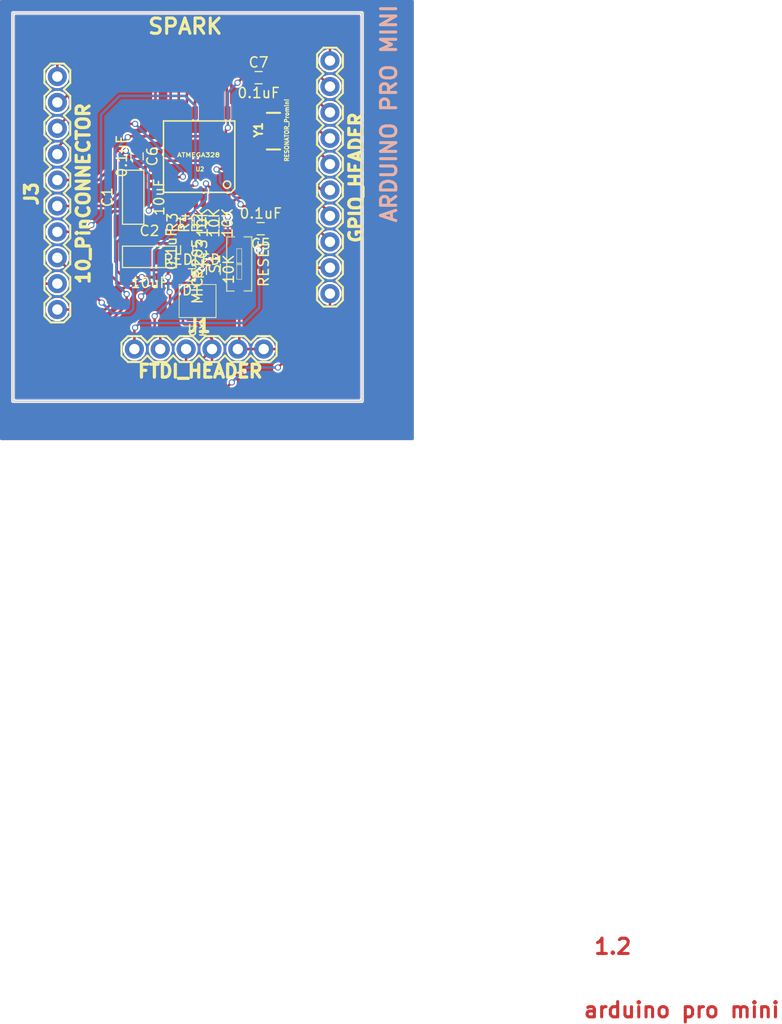
<source format=kicad_pcb>
(kicad_pcb (version 4) (host pcbnew 4.0.6)

  (general
    (links 58)
    (no_connects 0)
    (area 129.464999 91.364999 163.905001 129.615001)
    (thickness 1.6)
    (drawings 8)
    (tracks 398)
    (zones 0)
    (modules 18)
    (nets 33)
  )

  (page A4)
  (layers
    (0 F.Cu signal)
    (31 B.Cu signal)
    (32 B.Adhes user)
    (33 F.Adhes user)
    (34 B.Paste user)
    (35 F.Paste user)
    (36 B.SilkS user)
    (37 F.SilkS user)
    (38 B.Mask user)
    (39 F.Mask user)
    (40 Dwgs.User user)
    (41 Cmts.User user)
    (42 Eco1.User user)
    (43 Eco2.User user)
    (44 Edge.Cuts user)
    (45 Margin user)
    (46 B.CrtYd user)
    (47 F.CrtYd user)
    (48 B.Fab user)
    (49 F.Fab user)
  )

  (setup
    (last_trace_width 0.25)
    (trace_clearance 0.2)
    (zone_clearance 0.1)
    (zone_45_only no)
    (trace_min 0.2)
    (segment_width 0.2)
    (edge_width 0.15)
    (via_size 0.6)
    (via_drill 0.4)
    (via_min_size 0.4)
    (via_min_drill 0.3)
    (uvia_size 0.3)
    (uvia_drill 0.1)
    (uvias_allowed no)
    (uvia_min_size 0.2)
    (uvia_min_drill 0.1)
    (pcb_text_width 0.3)
    (pcb_text_size 1.5 1.5)
    (mod_edge_width 0.15)
    (mod_text_size 1 1)
    (mod_text_width 0.15)
    (pad_size 1.524 1.524)
    (pad_drill 0.762)
    (pad_to_mask_clearance 0.2)
    (aux_axis_origin 0 0)
    (visible_elements 7FFEF7FF)
    (pcbplotparams
      (layerselection 0x01030_80000001)
      (usegerberextensions true)
      (excludeedgelayer true)
      (linewidth 0.100000)
      (plotframeref false)
      (viasonmask false)
      (mode 1)
      (useauxorigin false)
      (hpglpennumber 1)
      (hpglpenspeed 20)
      (hpglpendiameter 15)
      (hpglpenoverlay 2)
      (psnegative false)
      (psa4output false)
      (plotreference true)
      (plotvalue true)
      (plotinvisibletext false)
      (padsonsilk false)
      (subtractmaskfromsilk false)
      (outputformat 1)
      (mirror false)
      (drillshape 0)
      (scaleselection 1)
      (outputdirectory GIBERFILES/))
  )

  (net 0 "")
  (net 1 RAW)
  (net 2 GNDREF)
  (net 3 +3V3)
  (net 4 /DTR)
  (net 5 "Net-(C5-Pad2)")
  (net 6 "Net-(C6-Pad1)")
  (net 7 "Net-(D1-Pad1)")
  (net 8 /TXO)
  (net 9 /RXI)
  (net 10 /D2)
  (net 11 /D3)
  (net 12 /D4)
  (net 13 /D5)
  (net 14 /D6)
  (net 15 /D7)
  (net 16 /D8)
  (net 17 /D9)
  (net 18 /A3)
  (net 19 /A2)
  (net 20 /A1)
  (net 21 /A0)
  (net 22 /SCK)
  (net 23 /MISO)
  (net 24 /MOSI)
  (net 25 /D10)
  (net 26 "Net-(R3-Pad2)")
  (net 27 "Net-(R4-Pad2)")
  (net 28 "Net-(U1-Pad4)")
  (net 29 "Net-(U2-Pad7)")
  (net 30 "Net-(U2-Pad8)")
  (net 31 "Net-(U2-Pad19)")
  (net 32 "Net-(U2-Pad22)")

  (net_class Default "This is the default net class."
    (clearance 0.2)
    (trace_width 0.25)
    (via_dia 0.6)
    (via_drill 0.4)
    (uvia_dia 0.3)
    (uvia_drill 0.1)
    (add_net +3V3)
    (add_net /A0)
    (add_net /A1)
    (add_net /A2)
    (add_net /A3)
    (add_net /D10)
    (add_net /D2)
    (add_net /D3)
    (add_net /D4)
    (add_net /D5)
    (add_net /D6)
    (add_net /D7)
    (add_net /D8)
    (add_net /D9)
    (add_net /DTR)
    (add_net /MISO)
    (add_net /MOSI)
    (add_net /RXI)
    (add_net /SCK)
    (add_net /TXO)
    (add_net GNDREF)
    (add_net "Net-(C5-Pad2)")
    (add_net "Net-(C6-Pad1)")
    (add_net "Net-(D1-Pad1)")
    (add_net "Net-(R3-Pad2)")
    (add_net "Net-(R4-Pad2)")
    (add_net "Net-(U1-Pad4)")
    (add_net "Net-(U2-Pad19)")
    (add_net "Net-(U2-Pad22)")
    (add_net "Net-(U2-Pad7)")
    (add_net "Net-(U2-Pad8)")
    (add_net RAW)
  )

  (module "Arduino Pro Mini_Footprint_Libraries_IoT_Bootcamp:Polarized Capacitor" (layer F.Cu) (tedit 594462C9) (tstamp 594A049C)
    (at 141.35 109.52 90)
    (descr "Tantalum capacitor, Case A, EIA 3216-18, 3.2x1.6x1.6mm, Reflow soldering footprint")
    (tags "capacitor tantalum smd")
    (path /5949578C)
    (attr smd)
    (fp_text reference C1 (at 0 -2.55 90) (layer F.SilkS)
      (effects (font (size 1 1) (thickness 0.15)))
    )
    (fp_text value 10uF (at 0 2.55 90) (layer F.SilkS)
      (effects (font (size 1 1) (thickness 0.15)))
    )
    (fp_line (start 1.61 -1.05) (end 2.65 -1.05) (layer F.SilkS) (width 0.12))
    (fp_line (start 2.65 -1.05) (end 2.65 1.05) (layer F.SilkS) (width 0.12))
    (fp_line (start 2.65 1.05) (end 1.62 1.05) (layer F.SilkS) (width 0.12))
    (fp_line (start -2.75 -1.2) (end -2.75 1.2) (layer F.CrtYd) (width 0.05))
    (fp_line (start -2.75 1.2) (end 2.75 1.2) (layer F.CrtYd) (width 0.05))
    (fp_line (start 2.75 1.2) (end 2.75 -1.2) (layer F.CrtYd) (width 0.05))
    (fp_line (start 2.75 -1.2) (end -2.75 -1.2) (layer F.CrtYd) (width 0.05))
    (fp_line (start -2.65 -1.05) (end 1.6 -1.05) (layer F.SilkS) (width 0.12))
    (fp_line (start -2.65 1.05) (end 1.6 1.05) (layer F.SilkS) (width 0.12))
    (fp_line (start -2.65 -1.05) (end -2.65 1.05) (layer F.SilkS) (width 0.12))
    (pad 1 smd rect (at -1.375 0 90) (size 1.95 1.5) (layers F.Cu F.Paste F.Mask)
      (net 1 RAW))
    (pad 2 smd rect (at 1.375 0 90) (size 1.95 1.5) (layers F.Cu F.Paste F.Mask)
      (net 2 GNDREF))
    (model Capacitors_Tantalum_SMD.3dshapes/CP_Tantalum_Case-A_EIA-3216-18.wrl
      (at (xyz 0 0 0))
      (scale (xyz 1 1 1))
      (rotate (xyz 0 0 0))
    )
  )

  (module "Arduino Pro Mini_Footprint_Libraries_IoT_Bootcamp:Polarized Capacitor" (layer F.Cu) (tedit 594462C9) (tstamp 594A04A2)
    (at 142.95 115.37)
    (descr "Tantalum capacitor, Case A, EIA 3216-18, 3.2x1.6x1.6mm, Reflow soldering footprint")
    (tags "capacitor tantalum smd")
    (path /594947E1)
    (attr smd)
    (fp_text reference C2 (at 0 -2.55) (layer F.SilkS)
      (effects (font (size 1 1) (thickness 0.15)))
    )
    (fp_text value 10uF (at 0 2.55) (layer F.SilkS)
      (effects (font (size 1 1) (thickness 0.15)))
    )
    (fp_line (start 1.61 -1.05) (end 2.65 -1.05) (layer F.SilkS) (width 0.12))
    (fp_line (start 2.65 -1.05) (end 2.65 1.05) (layer F.SilkS) (width 0.12))
    (fp_line (start 2.65 1.05) (end 1.62 1.05) (layer F.SilkS) (width 0.12))
    (fp_line (start -2.75 -1.2) (end -2.75 1.2) (layer F.CrtYd) (width 0.05))
    (fp_line (start -2.75 1.2) (end 2.75 1.2) (layer F.CrtYd) (width 0.05))
    (fp_line (start 2.75 1.2) (end 2.75 -1.2) (layer F.CrtYd) (width 0.05))
    (fp_line (start 2.75 -1.2) (end -2.75 -1.2) (layer F.CrtYd) (width 0.05))
    (fp_line (start -2.65 -1.05) (end 1.6 -1.05) (layer F.SilkS) (width 0.12))
    (fp_line (start -2.65 1.05) (end 1.6 1.05) (layer F.SilkS) (width 0.12))
    (fp_line (start -2.65 -1.05) (end -2.65 1.05) (layer F.SilkS) (width 0.12))
    (pad 1 smd rect (at -1.375 0) (size 1.95 1.5) (layers F.Cu F.Paste F.Mask)
      (net 3 +3V3))
    (pad 2 smd rect (at 1.375 0) (size 1.95 1.5) (layers F.Cu F.Paste F.Mask)
      (net 2 GNDREF))
    (model Capacitors_Tantalum_SMD.3dshapes/CP_Tantalum_Case-A_EIA-3216-18.wrl
      (at (xyz 0 0 0))
      (scale (xyz 1 1 1))
      (rotate (xyz 0 0 0))
    )
  )

  (module "Arduino Pro Mini_Footprint_Libraries_IoT_Bootcamp:Capacitor_0603" (layer F.Cu) (tedit 59473C12) (tstamp 594A04A8)
    (at 146.61 114.62 270)
    (descr "Capacitor SMD 0603, reflow soldering, AVX (see smccp.pdf)")
    (tags "capacitor 0603")
    (path /594948C0)
    (attr smd)
    (fp_text reference C3 (at 0 -1.5 270) (layer F.SilkS)
      (effects (font (size 1 1) (thickness 0.15)))
    )
    (fp_text value 0.1uF (at 0 1.5 270) (layer F.SilkS)
      (effects (font (size 1 1) (thickness 0.15)))
    )
    (fp_line (start -0.35 -0.6) (end 0.35 -0.6) (layer F.SilkS) (width 0.12))
    (fp_line (start 0.35 0.6) (end -0.35 0.6) (layer F.SilkS) (width 0.12))
    (fp_line (start -1.4 -0.65) (end 1.4 -0.65) (layer F.CrtYd) (width 0.05))
    (fp_line (start -1.4 -0.65) (end -1.4 0.65) (layer F.CrtYd) (width 0.05))
    (fp_line (start 1.4 0.65) (end 1.4 -0.65) (layer F.CrtYd) (width 0.05))
    (fp_line (start 1.4 0.65) (end -1.4 0.65) (layer F.CrtYd) (width 0.05))
    (pad 1 smd rect (at -0.75 0 270) (size 0.8 0.75) (layers F.Cu F.Paste F.Mask)
      (net 3 +3V3))
    (pad 2 smd rect (at 0.75 0 270) (size 0.8 0.75) (layers F.Cu F.Paste F.Mask)
      (net 2 GNDREF))
    (model Capacitors_SMD.3dshapes/C_0603.wrl
      (at (xyz 0 0 0))
      (scale (xyz 1 1 1))
      (rotate (xyz 0 0 0))
    )
  )

  (module "Arduino Pro Mini_Footprint_Libraries_IoT_Bootcamp:Capacitor_0603" (layer F.Cu) (tedit 59473C12) (tstamp 594A04AE)
    (at 153.88 112.61 180)
    (descr "Capacitor SMD 0603, reflow soldering, AVX (see smccp.pdf)")
    (tags "capacitor 0603")
    (path /5949306B)
    (attr smd)
    (fp_text reference C5 (at 0 -1.5 180) (layer F.SilkS)
      (effects (font (size 1 1) (thickness 0.15)))
    )
    (fp_text value 0.1uF (at 0 1.5 180) (layer F.SilkS)
      (effects (font (size 1 1) (thickness 0.15)))
    )
    (fp_line (start -0.35 -0.6) (end 0.35 -0.6) (layer F.SilkS) (width 0.12))
    (fp_line (start 0.35 0.6) (end -0.35 0.6) (layer F.SilkS) (width 0.12))
    (fp_line (start -1.4 -0.65) (end 1.4 -0.65) (layer F.CrtYd) (width 0.05))
    (fp_line (start -1.4 -0.65) (end -1.4 0.65) (layer F.CrtYd) (width 0.05))
    (fp_line (start 1.4 0.65) (end 1.4 -0.65) (layer F.CrtYd) (width 0.05))
    (fp_line (start 1.4 0.65) (end -1.4 0.65) (layer F.CrtYd) (width 0.05))
    (pad 1 smd rect (at -0.75 0 180) (size 0.8 0.75) (layers F.Cu F.Paste F.Mask)
      (net 4 /DTR))
    (pad 2 smd rect (at 0.75 0 180) (size 0.8 0.75) (layers F.Cu F.Paste F.Mask)
      (net 5 "Net-(C5-Pad2)"))
    (model Capacitors_SMD.3dshapes/C_0603.wrl
      (at (xyz 0 0 0))
      (scale (xyz 1 1 1))
      (rotate (xyz 0 0 0))
    )
  )

  (module "Arduino Pro Mini_Footprint_Libraries_IoT_Bootcamp:Capacitor_0603" (layer F.Cu) (tedit 59473C12) (tstamp 594A04B4)
    (at 141.73 105.51 270)
    (descr "Capacitor SMD 0603, reflow soldering, AVX (see smccp.pdf)")
    (tags "capacitor 0603")
    (path /594934BA)
    (attr smd)
    (fp_text reference C6 (at 0 -1.5 270) (layer F.SilkS)
      (effects (font (size 1 1) (thickness 0.15)))
    )
    (fp_text value 0.1uF (at 0 1.5 270) (layer F.SilkS)
      (effects (font (size 1 1) (thickness 0.15)))
    )
    (fp_line (start -0.35 -0.6) (end 0.35 -0.6) (layer F.SilkS) (width 0.12))
    (fp_line (start 0.35 0.6) (end -0.35 0.6) (layer F.SilkS) (width 0.12))
    (fp_line (start -1.4 -0.65) (end 1.4 -0.65) (layer F.CrtYd) (width 0.05))
    (fp_line (start -1.4 -0.65) (end -1.4 0.65) (layer F.CrtYd) (width 0.05))
    (fp_line (start 1.4 0.65) (end 1.4 -0.65) (layer F.CrtYd) (width 0.05))
    (fp_line (start 1.4 0.65) (end -1.4 0.65) (layer F.CrtYd) (width 0.05))
    (pad 1 smd rect (at -0.75 0 270) (size 0.8 0.75) (layers F.Cu F.Paste F.Mask)
      (net 6 "Net-(C6-Pad1)"))
    (pad 2 smd rect (at 0.75 0 270) (size 0.8 0.75) (layers F.Cu F.Paste F.Mask)
      (net 2 GNDREF))
    (model Capacitors_SMD.3dshapes/C_0603.wrl
      (at (xyz 0 0 0))
      (scale (xyz 1 1 1))
      (rotate (xyz 0 0 0))
    )
  )

  (module "Arduino Pro Mini_Footprint_Libraries_IoT_Bootcamp:Capacitor_0603" (layer F.Cu) (tedit 59473C12) (tstamp 594A04BA)
    (at 153.67 97.79)
    (descr "Capacitor SMD 0603, reflow soldering, AVX (see smccp.pdf)")
    (tags "capacitor 0603")
    (path /5949409F)
    (attr smd)
    (fp_text reference C7 (at 0 -1.5) (layer F.SilkS)
      (effects (font (size 1 1) (thickness 0.15)))
    )
    (fp_text value 0.1uF (at 0 1.5) (layer F.SilkS)
      (effects (font (size 1 1) (thickness 0.15)))
    )
    (fp_line (start -0.35 -0.6) (end 0.35 -0.6) (layer F.SilkS) (width 0.12))
    (fp_line (start 0.35 0.6) (end -0.35 0.6) (layer F.SilkS) (width 0.12))
    (fp_line (start -1.4 -0.65) (end 1.4 -0.65) (layer F.CrtYd) (width 0.05))
    (fp_line (start -1.4 -0.65) (end -1.4 0.65) (layer F.CrtYd) (width 0.05))
    (fp_line (start 1.4 0.65) (end 1.4 -0.65) (layer F.CrtYd) (width 0.05))
    (fp_line (start 1.4 0.65) (end -1.4 0.65) (layer F.CrtYd) (width 0.05))
    (pad 1 smd rect (at -0.75 0) (size 0.8 0.75) (layers F.Cu F.Paste F.Mask)
      (net 3 +3V3))
    (pad 2 smd rect (at 0.75 0) (size 0.8 0.75) (layers F.Cu F.Paste F.Mask)
      (net 2 GNDREF))
    (model Capacitors_SMD.3dshapes/C_0603.wrl
      (at (xyz 0 0 0))
      (scale (xyz 1 1 1))
      (rotate (xyz 0 0 0))
    )
  )

  (module "Arduino Pro Mini_Footprint_Libraries_IoT_Bootcamp:Capacitor_0603" (layer F.Cu) (tedit 59473C12) (tstamp 594A04C0)
    (at 147.12 117.14 180)
    (descr "Capacitor SMD 0603, reflow soldering, AVX (see smccp.pdf)")
    (tags "capacitor 0603")
    (path /5949441E)
    (attr smd)
    (fp_text reference D1 (at 0 -1.5 180) (layer F.SilkS)
      (effects (font (size 1 1) (thickness 0.15)))
    )
    (fp_text value REDLED (at 0 1.5 180) (layer F.SilkS)
      (effects (font (size 1 1) (thickness 0.15)))
    )
    (fp_line (start -0.35 -0.6) (end 0.35 -0.6) (layer F.SilkS) (width 0.12))
    (fp_line (start 0.35 0.6) (end -0.35 0.6) (layer F.SilkS) (width 0.12))
    (fp_line (start -1.4 -0.65) (end 1.4 -0.65) (layer F.CrtYd) (width 0.05))
    (fp_line (start -1.4 -0.65) (end -1.4 0.65) (layer F.CrtYd) (width 0.05))
    (fp_line (start 1.4 0.65) (end 1.4 -0.65) (layer F.CrtYd) (width 0.05))
    (fp_line (start 1.4 0.65) (end -1.4 0.65) (layer F.CrtYd) (width 0.05))
    (pad 1 smd rect (at -0.75 0 180) (size 0.8 0.75) (layers F.Cu F.Paste F.Mask)
      (net 7 "Net-(D1-Pad1)"))
    (pad 2 smd rect (at 0.75 0 180) (size 0.8 0.75) (layers F.Cu F.Paste F.Mask)
      (net 3 +3V3))
    (model Capacitors_SMD.3dshapes/C_0603.wrl
      (at (xyz 0 0 0))
      (scale (xyz 1 1 1))
      (rotate (xyz 0 0 0))
    )
  )

  (module "Arduino Pro Mini_Footprint_Libraries_IoT_Bootcamp:Pin_Header_1X06" (layer F.Cu) (tedit 59446B54) (tstamp 594A04CA)
    (at 147.86 124.31)
    (path /59496401)
    (attr virtual)
    (fp_text reference J1 (at -0.03 -2.18) (layer F.SilkS)
      (effects (font (size 1.27 1.27) (thickness 0.3175)))
    )
    (fp_text value FTDI_HEADER (at 0.08 2.29) (layer F.SilkS)
      (effects (font (size 1.27 1.27) (thickness 0.3175)))
    )
    (fp_line (start 6.056 0.364) (end 6.564 0.364) (layer Dwgs.User) (width 0.06604))
    (fp_line (start 6.564 0.364) (end 6.564 -0.144) (layer Dwgs.User) (width 0.06604))
    (fp_line (start 6.056 -0.144) (end 6.564 -0.144) (layer Dwgs.User) (width 0.06604))
    (fp_line (start 6.056 0.364) (end 6.056 -0.144) (layer Dwgs.User) (width 0.06604))
    (fp_line (start 3.516 0.364) (end 4.024 0.364) (layer Dwgs.User) (width 0.06604))
    (fp_line (start 4.024 0.364) (end 4.024 -0.144) (layer Dwgs.User) (width 0.06604))
    (fp_line (start 3.516 -0.144) (end 4.024 -0.144) (layer Dwgs.User) (width 0.06604))
    (fp_line (start 3.516 0.364) (end 3.516 -0.144) (layer Dwgs.User) (width 0.06604))
    (fp_line (start 0.976 0.364) (end 1.484 0.364) (layer Dwgs.User) (width 0.06604))
    (fp_line (start 1.484 0.364) (end 1.484 -0.144) (layer Dwgs.User) (width 0.06604))
    (fp_line (start 0.976 -0.144) (end 1.484 -0.144) (layer Dwgs.User) (width 0.06604))
    (fp_line (start 0.976 0.364) (end 0.976 -0.144) (layer Dwgs.User) (width 0.06604))
    (fp_line (start -1.564 0.364) (end -1.056 0.364) (layer Dwgs.User) (width 0.06604))
    (fp_line (start -1.056 0.364) (end -1.056 -0.144) (layer Dwgs.User) (width 0.06604))
    (fp_line (start -1.564 -0.144) (end -1.056 -0.144) (layer Dwgs.User) (width 0.06604))
    (fp_line (start -1.564 0.364) (end -1.564 -0.144) (layer Dwgs.User) (width 0.06604))
    (fp_line (start -4.104 0.364) (end -3.596 0.364) (layer Dwgs.User) (width 0.06604))
    (fp_line (start -3.596 0.364) (end -3.596 -0.144) (layer Dwgs.User) (width 0.06604))
    (fp_line (start -4.104 -0.144) (end -3.596 -0.144) (layer Dwgs.User) (width 0.06604))
    (fp_line (start -4.104 0.364) (end -4.104 -0.144) (layer Dwgs.User) (width 0.06604))
    (fp_line (start -6.644 0.364) (end -6.136 0.364) (layer Dwgs.User) (width 0.06604))
    (fp_line (start -6.136 0.364) (end -6.136 -0.144) (layer Dwgs.User) (width 0.06604))
    (fp_line (start -6.644 -0.144) (end -6.136 -0.144) (layer Dwgs.User) (width 0.06604))
    (fp_line (start -6.644 0.364) (end -6.644 -0.144) (layer Dwgs.User) (width 0.06604))
    (fp_line (start 5.04 -0.525) (end 5.675 -1.16) (layer F.SilkS) (width 0.2032))
    (fp_line (start 5.675 -1.16) (end 6.945 -1.16) (layer F.SilkS) (width 0.2032))
    (fp_line (start 6.945 -1.16) (end 7.58 -0.525) (layer F.SilkS) (width 0.2032))
    (fp_line (start 7.58 0.745) (end 6.945 1.38) (layer F.SilkS) (width 0.2032))
    (fp_line (start 6.945 1.38) (end 5.675 1.38) (layer F.SilkS) (width 0.2032))
    (fp_line (start 5.675 1.38) (end 5.04 0.745) (layer F.SilkS) (width 0.2032))
    (fp_line (start 0.595 -1.16) (end 1.865 -1.16) (layer F.SilkS) (width 0.2032))
    (fp_line (start 1.865 -1.16) (end 2.5 -0.525) (layer F.SilkS) (width 0.2032))
    (fp_line (start 2.5 0.745) (end 1.865 1.38) (layer F.SilkS) (width 0.2032))
    (fp_line (start 2.5 -0.525) (end 3.135 -1.16) (layer F.SilkS) (width 0.2032))
    (fp_line (start 3.135 -1.16) (end 4.405 -1.16) (layer F.SilkS) (width 0.2032))
    (fp_line (start 4.405 -1.16) (end 5.04 -0.525) (layer F.SilkS) (width 0.2032))
    (fp_line (start 5.04 0.745) (end 4.405 1.38) (layer F.SilkS) (width 0.2032))
    (fp_line (start 4.405 1.38) (end 3.135 1.38) (layer F.SilkS) (width 0.2032))
    (fp_line (start 3.135 1.38) (end 2.5 0.745) (layer F.SilkS) (width 0.2032))
    (fp_line (start -2.58 -0.525) (end -1.945 -1.16) (layer F.SilkS) (width 0.2032))
    (fp_line (start -1.945 -1.16) (end -0.675 -1.16) (layer F.SilkS) (width 0.2032))
    (fp_line (start -0.675 -1.16) (end -0.04 -0.525) (layer F.SilkS) (width 0.2032))
    (fp_line (start -0.04 0.745) (end -0.675 1.38) (layer F.SilkS) (width 0.2032))
    (fp_line (start -0.675 1.38) (end -1.945 1.38) (layer F.SilkS) (width 0.2032))
    (fp_line (start -1.945 1.38) (end -2.58 0.745) (layer F.SilkS) (width 0.2032))
    (fp_line (start 0.595 -1.16) (end -0.04 -0.525) (layer F.SilkS) (width 0.2032))
    (fp_line (start -0.04 0.745) (end 0.595 1.38) (layer F.SilkS) (width 0.2032))
    (fp_line (start 1.865 1.38) (end 0.595 1.38) (layer F.SilkS) (width 0.2032))
    (fp_line (start -7.025 -1.16) (end -5.755 -1.16) (layer F.SilkS) (width 0.2032))
    (fp_line (start -5.755 -1.16) (end -5.12 -0.525) (layer F.SilkS) (width 0.2032))
    (fp_line (start -5.12 0.745) (end -5.755 1.38) (layer F.SilkS) (width 0.2032))
    (fp_line (start -5.12 -0.525) (end -4.485 -1.16) (layer F.SilkS) (width 0.2032))
    (fp_line (start -4.485 -1.16) (end -3.215 -1.16) (layer F.SilkS) (width 0.2032))
    (fp_line (start -3.215 -1.16) (end -2.58 -0.525) (layer F.SilkS) (width 0.2032))
    (fp_line (start -2.58 0.745) (end -3.215 1.38) (layer F.SilkS) (width 0.2032))
    (fp_line (start -3.215 1.38) (end -4.485 1.38) (layer F.SilkS) (width 0.2032))
    (fp_line (start -4.485 1.38) (end -5.12 0.745) (layer F.SilkS) (width 0.2032))
    (fp_line (start -7.66 -0.525) (end -7.66 0.745) (layer F.SilkS) (width 0.2032))
    (fp_line (start -7.025 -1.16) (end -7.66 -0.525) (layer F.SilkS) (width 0.2032))
    (fp_line (start -7.66 0.745) (end -7.025 1.38) (layer F.SilkS) (width 0.2032))
    (fp_line (start -5.755 1.38) (end -7.025 1.38) (layer F.SilkS) (width 0.2032))
    (fp_line (start 7.58 -0.525) (end 7.58 0.745) (layer F.SilkS) (width 0.2032))
    (pad 1 thru_hole circle (at -6.39 0.11) (size 1.8796 1.8796) (drill 1.016) (layers *.Cu *.Paste *.Mask)
      (net 4 /DTR))
    (pad 2 thru_hole circle (at -3.85 0.11) (size 1.8796 1.8796) (drill 1.016) (layers *.Cu *.Paste *.Mask)
      (net 8 /TXO))
    (pad 3 thru_hole circle (at -1.31 0.11) (size 1.8796 1.8796) (drill 1.016) (layers *.Cu *.Paste *.Mask)
      (net 9 /RXI))
    (pad 4 thru_hole circle (at 1.23 0.11) (size 1.8796 1.8796) (drill 1.016) (layers *.Cu *.Paste *.Mask)
      (net 3 +3V3))
    (pad 5 thru_hole circle (at 3.77 0.11) (size 1.8796 1.8796) (drill 1.016) (layers *.Cu *.Paste *.Mask)
      (net 2 GNDREF))
    (pad 6 thru_hole circle (at 6.31 0.11) (size 1.8796 1.8796) (drill 1.016) (layers *.Cu *.Paste *.Mask)
      (net 2 GNDREF))
  )

  (module "Arduino Pro Mini_Footprint_Libraries_IoT_Bootcamp:Pin_Header_1X10" (layer F.Cu) (tedit 594A4097) (tstamp 594A04D8)
    (at 160.64 107.66 90)
    (path /5949635A)
    (attr virtual)
    (fp_text reference J2 (at 0.03 -2.49 90) (layer F.SilkS) hide
      (effects (font (size 1.27 1.27) (thickness 0.3175)))
    )
    (fp_text value GPIO_HEADER (at 0.06 2.59 90) (layer F.SilkS)
      (effects (font (size 1.27 1.27) (thickness 0.3175)))
    )
    (fp_line (start 3.666 0.294) (end 4.174 0.294) (layer Dwgs.User) (width 0.06604))
    (fp_line (start 4.174 0.294) (end 4.174 -0.214) (layer Dwgs.User) (width 0.06604))
    (fp_line (start 3.666 -0.214) (end 4.174 -0.214) (layer Dwgs.User) (width 0.06604))
    (fp_line (start 3.666 0.294) (end 3.666 -0.214) (layer Dwgs.User) (width 0.06604))
    (fp_line (start 1.126 0.294) (end 1.634 0.294) (layer Dwgs.User) (width 0.06604))
    (fp_line (start 1.634 0.294) (end 1.634 -0.214) (layer Dwgs.User) (width 0.06604))
    (fp_line (start 1.126 -0.214) (end 1.634 -0.214) (layer Dwgs.User) (width 0.06604))
    (fp_line (start 1.126 0.294) (end 1.126 -0.214) (layer Dwgs.User) (width 0.06604))
    (fp_line (start -1.414 0.294) (end -0.906 0.294) (layer Dwgs.User) (width 0.06604))
    (fp_line (start -0.906 0.294) (end -0.906 -0.214) (layer Dwgs.User) (width 0.06604))
    (fp_line (start -1.414 -0.214) (end -0.906 -0.214) (layer Dwgs.User) (width 0.06604))
    (fp_line (start -1.414 0.294) (end -1.414 -0.214) (layer Dwgs.User) (width 0.06604))
    (fp_line (start -3.954 0.294) (end -3.446 0.294) (layer Dwgs.User) (width 0.06604))
    (fp_line (start -3.446 0.294) (end -3.446 -0.214) (layer Dwgs.User) (width 0.06604))
    (fp_line (start -3.954 -0.214) (end -3.446 -0.214) (layer Dwgs.User) (width 0.06604))
    (fp_line (start -3.954 0.294) (end -3.954 -0.214) (layer Dwgs.User) (width 0.06604))
    (fp_line (start -6.494 0.294) (end -5.986 0.294) (layer Dwgs.User) (width 0.06604))
    (fp_line (start -5.986 0.294) (end -5.986 -0.214) (layer Dwgs.User) (width 0.06604))
    (fp_line (start -6.494 -0.214) (end -5.986 -0.214) (layer Dwgs.User) (width 0.06604))
    (fp_line (start -6.494 0.294) (end -6.494 -0.214) (layer Dwgs.User) (width 0.06604))
    (fp_line (start -9.034 0.294) (end -8.526 0.294) (layer Dwgs.User) (width 0.06604))
    (fp_line (start -8.526 0.294) (end -8.526 -0.214) (layer Dwgs.User) (width 0.06604))
    (fp_line (start -9.034 -0.214) (end -8.526 -0.214) (layer Dwgs.User) (width 0.06604))
    (fp_line (start -9.034 0.294) (end -9.034 -0.214) (layer Dwgs.User) (width 0.06604))
    (fp_line (start -11.574 0.294) (end -11.066 0.294) (layer Dwgs.User) (width 0.06604))
    (fp_line (start -11.066 0.294) (end -11.066 -0.214) (layer Dwgs.User) (width 0.06604))
    (fp_line (start -11.574 -0.214) (end -11.066 -0.214) (layer Dwgs.User) (width 0.06604))
    (fp_line (start -11.574 0.294) (end -11.574 -0.214) (layer Dwgs.User) (width 0.06604))
    (fp_line (start 6.20346 0.294) (end 6.714 0.294) (layer Dwgs.User) (width 0.06604))
    (fp_line (start 6.714 0.294) (end 6.714 -0.214) (layer Dwgs.User) (width 0.06604))
    (fp_line (start 6.20346 -0.214) (end 6.714 -0.214) (layer Dwgs.User) (width 0.06604))
    (fp_line (start 6.20346 0.294) (end 6.20346 -0.214) (layer Dwgs.User) (width 0.06604))
    (fp_line (start 8.746 0.294) (end 9.254 0.294) (layer Dwgs.User) (width 0.06604))
    (fp_line (start 9.254 0.294) (end 9.254 -0.214) (layer Dwgs.User) (width 0.06604))
    (fp_line (start 8.746 -0.214) (end 9.254 -0.214) (layer Dwgs.User) (width 0.06604))
    (fp_line (start 8.746 0.294) (end 8.746 -0.214) (layer Dwgs.User) (width 0.06604))
    (fp_line (start 11.286 0.294) (end 11.794 0.294) (layer Dwgs.User) (width 0.06604))
    (fp_line (start 11.794 0.294) (end 11.794 -0.214) (layer Dwgs.User) (width 0.06604))
    (fp_line (start 11.286 -0.214) (end 11.794 -0.214) (layer Dwgs.User) (width 0.06604))
    (fp_line (start 11.286 0.294) (end 11.286 -0.214) (layer Dwgs.User) (width 0.06604))
    (fp_line (start 3.285 -1.23) (end 4.555 -1.23) (layer F.SilkS) (width 0.2032))
    (fp_line (start 4.555 -1.23) (end 5.19 -0.595) (layer F.SilkS) (width 0.2032))
    (fp_line (start 5.19 0.675) (end 4.555 1.31) (layer F.SilkS) (width 0.2032))
    (fp_line (start 0.11 -0.595) (end 0.745 -1.23) (layer F.SilkS) (width 0.2032))
    (fp_line (start 0.745 -1.23) (end 2.015 -1.23) (layer F.SilkS) (width 0.2032))
    (fp_line (start 2.015 -1.23) (end 2.65 -0.595) (layer F.SilkS) (width 0.2032))
    (fp_line (start 2.65 0.675) (end 2.015 1.31) (layer F.SilkS) (width 0.2032))
    (fp_line (start 2.015 1.31) (end 0.745 1.31) (layer F.SilkS) (width 0.2032))
    (fp_line (start 0.745 1.31) (end 0.11 0.675) (layer F.SilkS) (width 0.2032))
    (fp_line (start 3.285 -1.23) (end 2.65 -0.595) (layer F.SilkS) (width 0.2032))
    (fp_line (start 2.65 0.675) (end 3.285 1.31) (layer F.SilkS) (width 0.2032))
    (fp_line (start 4.555 1.31) (end 3.285 1.31) (layer F.SilkS) (width 0.2032))
    (fp_line (start -4.335 -1.23) (end -3.065 -1.23) (layer F.SilkS) (width 0.2032))
    (fp_line (start -3.065 -1.23) (end -2.43 -0.595) (layer F.SilkS) (width 0.2032))
    (fp_line (start -2.43 0.675) (end -3.065 1.31) (layer F.SilkS) (width 0.2032))
    (fp_line (start -2.43 -0.595) (end -1.795 -1.23) (layer F.SilkS) (width 0.2032))
    (fp_line (start -1.795 -1.23) (end -0.525 -1.23) (layer F.SilkS) (width 0.2032))
    (fp_line (start -0.525 -1.23) (end 0.11 -0.595) (layer F.SilkS) (width 0.2032))
    (fp_line (start 0.11 0.675) (end -0.525 1.31) (layer F.SilkS) (width 0.2032))
    (fp_line (start -0.525 1.31) (end -1.795 1.31) (layer F.SilkS) (width 0.2032))
    (fp_line (start -1.795 1.31) (end -2.43 0.675) (layer F.SilkS) (width 0.2032))
    (fp_line (start -7.51 -0.595) (end -6.875 -1.23) (layer F.SilkS) (width 0.2032))
    (fp_line (start -6.875 -1.23) (end -5.605 -1.23) (layer F.SilkS) (width 0.2032))
    (fp_line (start -5.605 -1.23) (end -4.97 -0.595) (layer F.SilkS) (width 0.2032))
    (fp_line (start -4.97 0.675) (end -5.605 1.31) (layer F.SilkS) (width 0.2032))
    (fp_line (start -5.605 1.31) (end -6.875 1.31) (layer F.SilkS) (width 0.2032))
    (fp_line (start -6.875 1.31) (end -7.51 0.675) (layer F.SilkS) (width 0.2032))
    (fp_line (start -4.335 -1.23) (end -4.97 -0.595) (layer F.SilkS) (width 0.2032))
    (fp_line (start -4.97 0.675) (end -4.335 1.31) (layer F.SilkS) (width 0.2032))
    (fp_line (start -3.065 1.31) (end -4.335 1.31) (layer F.SilkS) (width 0.2032))
    (fp_line (start -11.955 -1.23) (end -10.685 -1.23) (layer F.SilkS) (width 0.2032))
    (fp_line (start -10.685 -1.23) (end -10.05 -0.595) (layer F.SilkS) (width 0.2032))
    (fp_line (start -10.05 0.675) (end -10.685 1.31) (layer F.SilkS) (width 0.2032))
    (fp_line (start -10.05 -0.595) (end -9.415 -1.23) (layer F.SilkS) (width 0.2032))
    (fp_line (start -9.415 -1.23) (end -8.145 -1.23) (layer F.SilkS) (width 0.2032))
    (fp_line (start -8.145 -1.23) (end -7.51 -0.595) (layer F.SilkS) (width 0.2032))
    (fp_line (start -7.51 0.675) (end -8.145 1.31) (layer F.SilkS) (width 0.2032))
    (fp_line (start -8.145 1.31) (end -9.415 1.31) (layer F.SilkS) (width 0.2032))
    (fp_line (start -9.415 1.31) (end -10.05 0.675) (layer F.SilkS) (width 0.2032))
    (fp_line (start -12.59 -0.595) (end -12.59 0.675) (layer F.SilkS) (width 0.2032))
    (fp_line (start -11.955 -1.23) (end -12.59 -0.595) (layer F.SilkS) (width 0.2032))
    (fp_line (start -12.59 0.675) (end -11.955 1.31) (layer F.SilkS) (width 0.2032))
    (fp_line (start -10.685 1.31) (end -11.955 1.31) (layer F.SilkS) (width 0.2032))
    (fp_line (start 5.825 -1.23) (end 7.095 -1.23) (layer F.SilkS) (width 0.2032))
    (fp_line (start 7.095 -1.23) (end 7.73 -0.595) (layer F.SilkS) (width 0.2032))
    (fp_line (start 7.73 0.675) (end 7.095 1.31) (layer F.SilkS) (width 0.2032))
    (fp_line (start 5.825 -1.23) (end 5.19 -0.595) (layer F.SilkS) (width 0.2032))
    (fp_line (start 5.19 0.675) (end 5.825 1.31) (layer F.SilkS) (width 0.2032))
    (fp_line (start 7.095 1.31) (end 5.825 1.31) (layer F.SilkS) (width 0.2032))
    (fp_line (start 8.365 -1.23) (end 9.635 -1.23) (layer F.SilkS) (width 0.2032))
    (fp_line (start 9.635 -1.23) (end 10.27 -0.595) (layer F.SilkS) (width 0.2032))
    (fp_line (start 10.27 0.675) (end 9.635 1.31) (layer F.SilkS) (width 0.2032))
    (fp_line (start 8.365 -1.23) (end 7.73 -0.595) (layer F.SilkS) (width 0.2032))
    (fp_line (start 7.73 0.675) (end 8.365 1.31) (layer F.SilkS) (width 0.2032))
    (fp_line (start 9.635 1.31) (end 8.365 1.31) (layer F.SilkS) (width 0.2032))
    (fp_line (start 10.905 -1.23) (end 12.175 -1.23) (layer F.SilkS) (width 0.2032))
    (fp_line (start 12.175 -1.23) (end 12.81 -0.595) (layer F.SilkS) (width 0.2032))
    (fp_line (start 12.81 -0.595) (end 12.81 0.675) (layer F.SilkS) (width 0.2032))
    (fp_line (start 12.81 0.675) (end 12.175 1.31) (layer F.SilkS) (width 0.2032))
    (fp_line (start 10.905 -1.23) (end 10.27 -0.595) (layer F.SilkS) (width 0.2032))
    (fp_line (start 10.27 0.675) (end 10.905 1.31) (layer F.SilkS) (width 0.2032))
    (fp_line (start 12.175 1.31) (end 10.905 1.31) (layer F.SilkS) (width 0.2032))
    (pad 1 thru_hole circle (at -11.32 0.04 90) (size 1.8796 1.8796) (drill 1.016) (layers *.Cu *.Paste *.Mask)
      (net 3 +3V3))
    (pad 2 thru_hole circle (at -8.78 0.04 90) (size 1.8796 1.8796) (drill 1.016) (layers *.Cu *.Paste *.Mask)
      (net 2 GNDREF))
    (pad 3 thru_hole circle (at -6.24 0.04 90) (size 1.8796 1.8796) (drill 1.016) (layers *.Cu *.Paste *.Mask)
      (net 10 /D2))
    (pad 4 thru_hole circle (at -3.7 0.04 90) (size 1.8796 1.8796) (drill 1.016) (layers *.Cu *.Paste *.Mask)
      (net 11 /D3))
    (pad 5 thru_hole circle (at -1.16 0.04 90) (size 1.8796 1.8796) (drill 1.016) (layers *.Cu *.Paste *.Mask)
      (net 12 /D4))
    (pad 6 thru_hole circle (at 1.38 0.04 90) (size 1.8796 1.8796) (drill 1.016) (layers *.Cu *.Paste *.Mask)
      (net 13 /D5))
    (pad 7 thru_hole circle (at 3.92 0.04 90) (size 1.8796 1.8796) (drill 1.016) (layers *.Cu *.Paste *.Mask)
      (net 14 /D6))
    (pad 8 thru_hole circle (at 6.46 0.04 90) (size 1.8796 1.8796) (drill 1.016) (layers *.Cu *.Paste *.Mask)
      (net 15 /D7))
    (pad 9 thru_hole circle (at 9 0.04 90) (size 1.8796 1.8796) (drill 1.016) (layers *.Cu *.Paste *.Mask)
      (net 16 /D8))
    (pad 10 thru_hole circle (at 11.54 0.04 90) (size 1.8796 1.8796) (drill 1.016) (layers *.Cu *.Paste *.Mask)
      (net 17 /D9))
  )

  (module "Arduino Pro Mini_Footprint_Libraries_IoT_Bootcamp:Pin_Header_1X10" (layer F.Cu) (tedit 594467BE) (tstamp 594A04E6)
    (at 133.86 109.22 90)
    (path /594963B3)
    (attr virtual)
    (fp_text reference J3 (at 0.03 -2.49 90) (layer F.SilkS)
      (effects (font (size 1.27 1.27) (thickness 0.3175)))
    )
    (fp_text value 10_PinCONNECTOR (at 0.06 2.59 90) (layer F.SilkS)
      (effects (font (size 1.27 1.27) (thickness 0.3175)))
    )
    (fp_line (start 3.666 0.294) (end 4.174 0.294) (layer Dwgs.User) (width 0.06604))
    (fp_line (start 4.174 0.294) (end 4.174 -0.214) (layer Dwgs.User) (width 0.06604))
    (fp_line (start 3.666 -0.214) (end 4.174 -0.214) (layer Dwgs.User) (width 0.06604))
    (fp_line (start 3.666 0.294) (end 3.666 -0.214) (layer Dwgs.User) (width 0.06604))
    (fp_line (start 1.126 0.294) (end 1.634 0.294) (layer Dwgs.User) (width 0.06604))
    (fp_line (start 1.634 0.294) (end 1.634 -0.214) (layer Dwgs.User) (width 0.06604))
    (fp_line (start 1.126 -0.214) (end 1.634 -0.214) (layer Dwgs.User) (width 0.06604))
    (fp_line (start 1.126 0.294) (end 1.126 -0.214) (layer Dwgs.User) (width 0.06604))
    (fp_line (start -1.414 0.294) (end -0.906 0.294) (layer Dwgs.User) (width 0.06604))
    (fp_line (start -0.906 0.294) (end -0.906 -0.214) (layer Dwgs.User) (width 0.06604))
    (fp_line (start -1.414 -0.214) (end -0.906 -0.214) (layer Dwgs.User) (width 0.06604))
    (fp_line (start -1.414 0.294) (end -1.414 -0.214) (layer Dwgs.User) (width 0.06604))
    (fp_line (start -3.954 0.294) (end -3.446 0.294) (layer Dwgs.User) (width 0.06604))
    (fp_line (start -3.446 0.294) (end -3.446 -0.214) (layer Dwgs.User) (width 0.06604))
    (fp_line (start -3.954 -0.214) (end -3.446 -0.214) (layer Dwgs.User) (width 0.06604))
    (fp_line (start -3.954 0.294) (end -3.954 -0.214) (layer Dwgs.User) (width 0.06604))
    (fp_line (start -6.494 0.294) (end -5.986 0.294) (layer Dwgs.User) (width 0.06604))
    (fp_line (start -5.986 0.294) (end -5.986 -0.214) (layer Dwgs.User) (width 0.06604))
    (fp_line (start -6.494 -0.214) (end -5.986 -0.214) (layer Dwgs.User) (width 0.06604))
    (fp_line (start -6.494 0.294) (end -6.494 -0.214) (layer Dwgs.User) (width 0.06604))
    (fp_line (start -9.034 0.294) (end -8.526 0.294) (layer Dwgs.User) (width 0.06604))
    (fp_line (start -8.526 0.294) (end -8.526 -0.214) (layer Dwgs.User) (width 0.06604))
    (fp_line (start -9.034 -0.214) (end -8.526 -0.214) (layer Dwgs.User) (width 0.06604))
    (fp_line (start -9.034 0.294) (end -9.034 -0.214) (layer Dwgs.User) (width 0.06604))
    (fp_line (start -11.574 0.294) (end -11.066 0.294) (layer Dwgs.User) (width 0.06604))
    (fp_line (start -11.066 0.294) (end -11.066 -0.214) (layer Dwgs.User) (width 0.06604))
    (fp_line (start -11.574 -0.214) (end -11.066 -0.214) (layer Dwgs.User) (width 0.06604))
    (fp_line (start -11.574 0.294) (end -11.574 -0.214) (layer Dwgs.User) (width 0.06604))
    (fp_line (start 6.20346 0.294) (end 6.714 0.294) (layer Dwgs.User) (width 0.06604))
    (fp_line (start 6.714 0.294) (end 6.714 -0.214) (layer Dwgs.User) (width 0.06604))
    (fp_line (start 6.20346 -0.214) (end 6.714 -0.214) (layer Dwgs.User) (width 0.06604))
    (fp_line (start 6.20346 0.294) (end 6.20346 -0.214) (layer Dwgs.User) (width 0.06604))
    (fp_line (start 8.746 0.294) (end 9.254 0.294) (layer Dwgs.User) (width 0.06604))
    (fp_line (start 9.254 0.294) (end 9.254 -0.214) (layer Dwgs.User) (width 0.06604))
    (fp_line (start 8.746 -0.214) (end 9.254 -0.214) (layer Dwgs.User) (width 0.06604))
    (fp_line (start 8.746 0.294) (end 8.746 -0.214) (layer Dwgs.User) (width 0.06604))
    (fp_line (start 11.286 0.294) (end 11.794 0.294) (layer Dwgs.User) (width 0.06604))
    (fp_line (start 11.794 0.294) (end 11.794 -0.214) (layer Dwgs.User) (width 0.06604))
    (fp_line (start 11.286 -0.214) (end 11.794 -0.214) (layer Dwgs.User) (width 0.06604))
    (fp_line (start 11.286 0.294) (end 11.286 -0.214) (layer Dwgs.User) (width 0.06604))
    (fp_line (start 3.285 -1.23) (end 4.555 -1.23) (layer F.SilkS) (width 0.2032))
    (fp_line (start 4.555 -1.23) (end 5.19 -0.595) (layer F.SilkS) (width 0.2032))
    (fp_line (start 5.19 0.675) (end 4.555 1.31) (layer F.SilkS) (width 0.2032))
    (fp_line (start 0.11 -0.595) (end 0.745 -1.23) (layer F.SilkS) (width 0.2032))
    (fp_line (start 0.745 -1.23) (end 2.015 -1.23) (layer F.SilkS) (width 0.2032))
    (fp_line (start 2.015 -1.23) (end 2.65 -0.595) (layer F.SilkS) (width 0.2032))
    (fp_line (start 2.65 0.675) (end 2.015 1.31) (layer F.SilkS) (width 0.2032))
    (fp_line (start 2.015 1.31) (end 0.745 1.31) (layer F.SilkS) (width 0.2032))
    (fp_line (start 0.745 1.31) (end 0.11 0.675) (layer F.SilkS) (width 0.2032))
    (fp_line (start 3.285 -1.23) (end 2.65 -0.595) (layer F.SilkS) (width 0.2032))
    (fp_line (start 2.65 0.675) (end 3.285 1.31) (layer F.SilkS) (width 0.2032))
    (fp_line (start 4.555 1.31) (end 3.285 1.31) (layer F.SilkS) (width 0.2032))
    (fp_line (start -4.335 -1.23) (end -3.065 -1.23) (layer F.SilkS) (width 0.2032))
    (fp_line (start -3.065 -1.23) (end -2.43 -0.595) (layer F.SilkS) (width 0.2032))
    (fp_line (start -2.43 0.675) (end -3.065 1.31) (layer F.SilkS) (width 0.2032))
    (fp_line (start -2.43 -0.595) (end -1.795 -1.23) (layer F.SilkS) (width 0.2032))
    (fp_line (start -1.795 -1.23) (end -0.525 -1.23) (layer F.SilkS) (width 0.2032))
    (fp_line (start -0.525 -1.23) (end 0.11 -0.595) (layer F.SilkS) (width 0.2032))
    (fp_line (start 0.11 0.675) (end -0.525 1.31) (layer F.SilkS) (width 0.2032))
    (fp_line (start -0.525 1.31) (end -1.795 1.31) (layer F.SilkS) (width 0.2032))
    (fp_line (start -1.795 1.31) (end -2.43 0.675) (layer F.SilkS) (width 0.2032))
    (fp_line (start -7.51 -0.595) (end -6.875 -1.23) (layer F.SilkS) (width 0.2032))
    (fp_line (start -6.875 -1.23) (end -5.605 -1.23) (layer F.SilkS) (width 0.2032))
    (fp_line (start -5.605 -1.23) (end -4.97 -0.595) (layer F.SilkS) (width 0.2032))
    (fp_line (start -4.97 0.675) (end -5.605 1.31) (layer F.SilkS) (width 0.2032))
    (fp_line (start -5.605 1.31) (end -6.875 1.31) (layer F.SilkS) (width 0.2032))
    (fp_line (start -6.875 1.31) (end -7.51 0.675) (layer F.SilkS) (width 0.2032))
    (fp_line (start -4.335 -1.23) (end -4.97 -0.595) (layer F.SilkS) (width 0.2032))
    (fp_line (start -4.97 0.675) (end -4.335 1.31) (layer F.SilkS) (width 0.2032))
    (fp_line (start -3.065 1.31) (end -4.335 1.31) (layer F.SilkS) (width 0.2032))
    (fp_line (start -11.955 -1.23) (end -10.685 -1.23) (layer F.SilkS) (width 0.2032))
    (fp_line (start -10.685 -1.23) (end -10.05 -0.595) (layer F.SilkS) (width 0.2032))
    (fp_line (start -10.05 0.675) (end -10.685 1.31) (layer F.SilkS) (width 0.2032))
    (fp_line (start -10.05 -0.595) (end -9.415 -1.23) (layer F.SilkS) (width 0.2032))
    (fp_line (start -9.415 -1.23) (end -8.145 -1.23) (layer F.SilkS) (width 0.2032))
    (fp_line (start -8.145 -1.23) (end -7.51 -0.595) (layer F.SilkS) (width 0.2032))
    (fp_line (start -7.51 0.675) (end -8.145 1.31) (layer F.SilkS) (width 0.2032))
    (fp_line (start -8.145 1.31) (end -9.415 1.31) (layer F.SilkS) (width 0.2032))
    (fp_line (start -9.415 1.31) (end -10.05 0.675) (layer F.SilkS) (width 0.2032))
    (fp_line (start -12.59 -0.595) (end -12.59 0.675) (layer F.SilkS) (width 0.2032))
    (fp_line (start -11.955 -1.23) (end -12.59 -0.595) (layer F.SilkS) (width 0.2032))
    (fp_line (start -12.59 0.675) (end -11.955 1.31) (layer F.SilkS) (width 0.2032))
    (fp_line (start -10.685 1.31) (end -11.955 1.31) (layer F.SilkS) (width 0.2032))
    (fp_line (start 5.825 -1.23) (end 7.095 -1.23) (layer F.SilkS) (width 0.2032))
    (fp_line (start 7.095 -1.23) (end 7.73 -0.595) (layer F.SilkS) (width 0.2032))
    (fp_line (start 7.73 0.675) (end 7.095 1.31) (layer F.SilkS) (width 0.2032))
    (fp_line (start 5.825 -1.23) (end 5.19 -0.595) (layer F.SilkS) (width 0.2032))
    (fp_line (start 5.19 0.675) (end 5.825 1.31) (layer F.SilkS) (width 0.2032))
    (fp_line (start 7.095 1.31) (end 5.825 1.31) (layer F.SilkS) (width 0.2032))
    (fp_line (start 8.365 -1.23) (end 9.635 -1.23) (layer F.SilkS) (width 0.2032))
    (fp_line (start 9.635 -1.23) (end 10.27 -0.595) (layer F.SilkS) (width 0.2032))
    (fp_line (start 10.27 0.675) (end 9.635 1.31) (layer F.SilkS) (width 0.2032))
    (fp_line (start 8.365 -1.23) (end 7.73 -0.595) (layer F.SilkS) (width 0.2032))
    (fp_line (start 7.73 0.675) (end 8.365 1.31) (layer F.SilkS) (width 0.2032))
    (fp_line (start 9.635 1.31) (end 8.365 1.31) (layer F.SilkS) (width 0.2032))
    (fp_line (start 10.905 -1.23) (end 12.175 -1.23) (layer F.SilkS) (width 0.2032))
    (fp_line (start 12.175 -1.23) (end 12.81 -0.595) (layer F.SilkS) (width 0.2032))
    (fp_line (start 12.81 -0.595) (end 12.81 0.675) (layer F.SilkS) (width 0.2032))
    (fp_line (start 12.81 0.675) (end 12.175 1.31) (layer F.SilkS) (width 0.2032))
    (fp_line (start 10.905 -1.23) (end 10.27 -0.595) (layer F.SilkS) (width 0.2032))
    (fp_line (start 10.27 0.675) (end 10.905 1.31) (layer F.SilkS) (width 0.2032))
    (fp_line (start 12.175 1.31) (end 10.905 1.31) (layer F.SilkS) (width 0.2032))
    (pad 1 thru_hole circle (at -11.32 0.04 90) (size 1.8796 1.8796) (drill 1.016) (layers *.Cu *.Paste *.Mask)
      (net 1 RAW))
    (pad 2 thru_hole circle (at -8.78 0.04 90) (size 1.8796 1.8796) (drill 1.016) (layers *.Cu *.Paste *.Mask)
      (net 2 GNDREF))
    (pad 3 thru_hole circle (at -6.24 0.04 90) (size 1.8796 1.8796) (drill 1.016) (layers *.Cu *.Paste *.Mask)
      (net 18 /A3))
    (pad 4 thru_hole circle (at -3.7 0.04 90) (size 1.8796 1.8796) (drill 1.016) (layers *.Cu *.Paste *.Mask)
      (net 19 /A2))
    (pad 5 thru_hole circle (at -1.16 0.04 90) (size 1.8796 1.8796) (drill 1.016) (layers *.Cu *.Paste *.Mask)
      (net 20 /A1))
    (pad 6 thru_hole circle (at 1.38 0.04 90) (size 1.8796 1.8796) (drill 1.016) (layers *.Cu *.Paste *.Mask)
      (net 21 /A0))
    (pad 7 thru_hole circle (at 3.92 0.04 90) (size 1.8796 1.8796) (drill 1.016) (layers *.Cu *.Paste *.Mask)
      (net 22 /SCK))
    (pad 8 thru_hole circle (at 6.46 0.04 90) (size 1.8796 1.8796) (drill 1.016) (layers *.Cu *.Paste *.Mask)
      (net 23 /MISO))
    (pad 9 thru_hole circle (at 9 0.04 90) (size 1.8796 1.8796) (drill 1.016) (layers *.Cu *.Paste *.Mask)
      (net 24 /MOSI))
    (pad 10 thru_hole circle (at 11.54 0.04 90) (size 1.8796 1.8796) (drill 1.016) (layers *.Cu *.Paste *.Mask)
      (net 25 /D10))
  )

  (module "Arduino Pro Mini_Footprint_Libraries_IoT_Bootcamp:Resistor_0603" (layer F.Cu) (tedit 59446495) (tstamp 594A04EC)
    (at 149.23 116.6 90)
    (descr "Resistor SMD 0603, reflow soldering, Vishay (see dcrcw.pdf)")
    (tags "resistor 0603")
    (path /594944DA)
    (attr smd)
    (fp_text reference R1 (at 0 -1.45 90) (layer F.SilkS)
      (effects (font (size 1 1) (thickness 0.15)))
    )
    (fp_text value 10K (at 0 1.5 90) (layer F.SilkS)
      (effects (font (size 1 1) (thickness 0.15)))
    )
    (fp_line (start 0.5 0.68) (end -0.5 0.68) (layer F.SilkS) (width 0.12))
    (fp_line (start -0.5 -0.68) (end 0.5 -0.68) (layer F.SilkS) (width 0.12))
    (fp_line (start -1.25 -0.7) (end 1.25 -0.7) (layer F.CrtYd) (width 0.05))
    (fp_line (start -1.25 -0.7) (end -1.25 0.7) (layer F.CrtYd) (width 0.05))
    (fp_line (start 1.25 0.7) (end 1.25 -0.7) (layer F.CrtYd) (width 0.05))
    (fp_line (start 1.25 0.7) (end -1.25 0.7) (layer F.CrtYd) (width 0.05))
    (pad 1 smd rect (at -0.75 0 90) (size 0.5 0.9) (layers F.Cu F.Paste F.Mask)
      (net 7 "Net-(D1-Pad1)"))
    (pad 2 smd rect (at 0.75 0 90) (size 0.5 0.9) (layers F.Cu F.Paste F.Mask)
      (net 2 GNDREF))
    (model ${KISYS3DMOD}/Resistors_SMD.3dshapes/R_0603.wrl
      (at (xyz 0 0 0))
      (scale (xyz 1 1 1))
      (rotate (xyz 0 0 0))
    )
  )

  (module "Arduino Pro Mini_Footprint_Libraries_IoT_Bootcamp:Resistor_0603" (layer F.Cu) (tedit 59446495) (tstamp 594A04F2)
    (at 149.11 112.04 90)
    (descr "Resistor SMD 0603, reflow soldering, Vishay (see dcrcw.pdf)")
    (tags "resistor 0603")
    (path /59493136)
    (attr smd)
    (fp_text reference R2 (at 0 -1.45 90) (layer F.SilkS)
      (effects (font (size 1 1) (thickness 0.15)))
    )
    (fp_text value 10K (at 0 1.5 90) (layer F.SilkS)
      (effects (font (size 1 1) (thickness 0.15)))
    )
    (fp_line (start 0.5 0.68) (end -0.5 0.68) (layer F.SilkS) (width 0.12))
    (fp_line (start -0.5 -0.68) (end 0.5 -0.68) (layer F.SilkS) (width 0.12))
    (fp_line (start -1.25 -0.7) (end 1.25 -0.7) (layer F.CrtYd) (width 0.05))
    (fp_line (start -1.25 -0.7) (end -1.25 0.7) (layer F.CrtYd) (width 0.05))
    (fp_line (start 1.25 0.7) (end 1.25 -0.7) (layer F.CrtYd) (width 0.05))
    (fp_line (start 1.25 0.7) (end -1.25 0.7) (layer F.CrtYd) (width 0.05))
    (pad 1 smd rect (at -0.75 0 90) (size 0.5 0.9) (layers F.Cu F.Paste F.Mask)
      (net 3 +3V3))
    (pad 2 smd rect (at 0.75 0 90) (size 0.5 0.9) (layers F.Cu F.Paste F.Mask)
      (net 5 "Net-(C5-Pad2)"))
    (model ${KISYS3DMOD}/Resistors_SMD.3dshapes/R_0603.wrl
      (at (xyz 0 0 0))
      (scale (xyz 1 1 1))
      (rotate (xyz 0 0 0))
    )
  )

  (module "Arduino Pro Mini_Footprint_Libraries_IoT_Bootcamp:Resistor_0603" (layer F.Cu) (tedit 59446495) (tstamp 594A04F8)
    (at 146.66 112.01 90)
    (descr "Resistor SMD 0603, reflow soldering, Vishay (see dcrcw.pdf)")
    (tags "resistor 0603")
    (path /59492C69)
    (attr smd)
    (fp_text reference R3 (at 0 -1.45 90) (layer F.SilkS)
      (effects (font (size 1 1) (thickness 0.15)))
    )
    (fp_text value 10K (at 0 1.5 90) (layer F.SilkS)
      (effects (font (size 1 1) (thickness 0.15)))
    )
    (fp_line (start 0.5 0.68) (end -0.5 0.68) (layer F.SilkS) (width 0.12))
    (fp_line (start -0.5 -0.68) (end 0.5 -0.68) (layer F.SilkS) (width 0.12))
    (fp_line (start -1.25 -0.7) (end 1.25 -0.7) (layer F.CrtYd) (width 0.05))
    (fp_line (start -1.25 -0.7) (end -1.25 0.7) (layer F.CrtYd) (width 0.05))
    (fp_line (start 1.25 0.7) (end 1.25 -0.7) (layer F.CrtYd) (width 0.05))
    (fp_line (start 1.25 0.7) (end -1.25 0.7) (layer F.CrtYd) (width 0.05))
    (pad 1 smd rect (at -0.75 0 90) (size 0.5 0.9) (layers F.Cu F.Paste F.Mask)
      (net 3 +3V3))
    (pad 2 smd rect (at 0.75 0 90) (size 0.5 0.9) (layers F.Cu F.Paste F.Mask)
      (net 26 "Net-(R3-Pad2)"))
    (model ${KISYS3DMOD}/Resistors_SMD.3dshapes/R_0603.wrl
      (at (xyz 0 0 0))
      (scale (xyz 1 1 1))
      (rotate (xyz 0 0 0))
    )
  )

  (module "Arduino Pro Mini_Footprint_Libraries_IoT_Bootcamp:Resistor_0603" (layer F.Cu) (tedit 59446495) (tstamp 594A04FE)
    (at 147.81 112.04 90)
    (descr "Resistor SMD 0603, reflow soldering, Vishay (see dcrcw.pdf)")
    (tags "resistor 0603")
    (path /59492CD2)
    (attr smd)
    (fp_text reference R4 (at 0 -1.45 90) (layer F.SilkS)
      (effects (font (size 1 1) (thickness 0.15)))
    )
    (fp_text value 10K (at 0 1.5 90) (layer F.SilkS)
      (effects (font (size 1 1) (thickness 0.15)))
    )
    (fp_line (start 0.5 0.68) (end -0.5 0.68) (layer F.SilkS) (width 0.12))
    (fp_line (start -0.5 -0.68) (end 0.5 -0.68) (layer F.SilkS) (width 0.12))
    (fp_line (start -1.25 -0.7) (end 1.25 -0.7) (layer F.CrtYd) (width 0.05))
    (fp_line (start -1.25 -0.7) (end -1.25 0.7) (layer F.CrtYd) (width 0.05))
    (fp_line (start 1.25 0.7) (end 1.25 -0.7) (layer F.CrtYd) (width 0.05))
    (fp_line (start 1.25 0.7) (end -1.25 0.7) (layer F.CrtYd) (width 0.05))
    (pad 1 smd rect (at -0.75 0 90) (size 0.5 0.9) (layers F.Cu F.Paste F.Mask)
      (net 3 +3V3))
    (pad 2 smd rect (at 0.75 0 90) (size 0.5 0.9) (layers F.Cu F.Paste F.Mask)
      (net 27 "Net-(R4-Pad2)"))
    (model ${KISYS3DMOD}/Resistors_SMD.3dshapes/R_0603.wrl
      (at (xyz 0 0 0))
      (scale (xyz 1 1 1))
      (rotate (xyz 0 0 0))
    )
  )

  (module "Arduino Pro Mini_Footprint_Libraries_IoT_Bootcamp:RESET SWITCH" (layer F.Cu) (tedit 59445ED7) (tstamp 594A0504)
    (at 151.77 116.06 90)
    (descr "1x-dip-switch, Slide, row spacing 5.08 mm (200 mils), Copal_CHS-A")
    (tags "DIP Switch Slide 5.08mm 200mil Copal_CHS-A")
    (path /594931F6)
    (attr smd)
    (fp_text reference S1 (at 0 -2.39 90) (layer F.SilkS)
      (effects (font (size 1 1) (thickness 0.15)))
    )
    (fp_text value RESET (at 0 2.39 90) (layer F.SilkS)
      (effects (font (size 1 1) (thickness 0.15)))
    )
    (fp_line (start -0.09 -0.24) (end -0.09 0.24) (layer F.SilkS) (width 0.05))
    (fp_line (start 0.09 -0.24) (end 0.09 0.23) (layer F.SilkS) (width 0.05))
    (fp_line (start 0 -0.25) (end 0 0.24) (layer F.SilkS) (width 0.05))
    (fp_line (start -1.5 -0.25) (end 1.49 -0.25) (layer F.SilkS) (width 0.05))
    (fp_line (start 1.49 -0.25) (end 1.49 0.24) (layer F.SilkS) (width 0.05))
    (fp_line (start 1.49 0.24) (end -1.51 0.25) (layer F.SilkS) (width 0.05))
    (fp_line (start -1.51 0.25) (end -1.51 -0.25) (layer F.SilkS) (width 0.05))
    (fp_line (start 2.61 0.44) (end 2.61 1.19) (layer F.SilkS) (width 0.05))
    (fp_line (start 2.61 1.19) (end -2.62 1.19) (layer F.SilkS) (width 0.05))
    (fp_line (start -2.62 1.19) (end -2.62 0.45) (layer F.SilkS) (width 0.05))
    (fp_line (start 2.69 -1.27) (end 2.69 -0.44) (layer F.SilkS) (width 0.05))
    (fp_line (start -2.64 -0.48) (end -2.64 -1.2) (layer F.SilkS) (width 0.05))
    (fp_line (start -2.64 -1.2) (end 2.61 -1.2) (layer F.SilkS) (width 0.05))
    (fp_line (start 2.61 -1.2) (end 2.61 -0.44) (layer F.SilkS) (width 0.05))
    (fp_line (start -2.7 -0.49) (end -2.7 -1.26) (layer F.SilkS) (width 0.05))
    (fp_line (start -2.7 -1.26) (end 2.69 -1.27) (layer F.SilkS) (width 0.05))
    (fp_line (start -2.7 1.26) (end -2.7 0.44) (layer F.SilkS) (width 0.05))
    (fp_line (start -2.7 1.26) (end 2.69 1.27) (layer F.SilkS) (width 0.05))
    (fp_line (start 2.69 1.27) (end 2.69 0.45) (layer F.SilkS) (width 0.05))
    (fp_line (start -1.7 -1.27) (end 2.7 -1.27) (layer F.Fab) (width 0.1))
    (fp_line (start 2.7 -1.27) (end 2.7 1.27) (layer F.Fab) (width 0.1))
    (fp_line (start 2.7 1.27) (end -2.7 1.27) (layer F.Fab) (width 0.1))
    (fp_line (start -2.7 1.27) (end -2.7 -0.27) (layer F.Fab) (width 0.1))
    (fp_line (start -2.7 -0.27) (end -1.7 -1.27) (layer F.Fab) (width 0.1))
    (fp_line (start -1.5 -0.25) (end -1.5 0.25) (layer F.Fab) (width 0.1))
    (fp_line (start -1.5 0.25) (end 1.5 0.25) (layer F.Fab) (width 0.1))
    (fp_line (start 1.5 0.25) (end 1.5 -0.25) (layer F.Fab) (width 0.1))
    (fp_line (start 1.5 -0.25) (end -1.5 -0.25) (layer F.Fab) (width 0.1))
    (fp_line (start 0 -0.25) (end 0 0.25) (layer F.Fab) (width 0.1))
    (pad 1 smd rect (at -2.54 0 90) (size 1.6 0.76) (layers F.Cu F.Mask)
      (net 2 GNDREF))
    (pad 2 smd rect (at 2.54 0 90) (size 1.6 0.76) (layers F.Cu F.Mask)
      (net 5 "Net-(C5-Pad2)"))
    (model Buttons_Switches_SMD.3dshapes/SW_DIP_x1_W5.08mm_Slide_Copal_CHS-A.wrl
      (at (xyz 0 0 0))
      (scale (xyz 1 1 1))
      (rotate (xyz 0 0 0))
    )
  )

  (module "Arduino Pro Mini_Footprint_Libraries_IoT_Bootcamp:MIC5205" (layer F.Cu) (tedit 594A259E) (tstamp 594A050D)
    (at 147.66 119.69 180)
    (descr "5-pin SOT23 package")
    (tags SOT-23-5)
    (path /59493CB8)
    (attr smd)
    (fp_text reference U1 (at 0 -2.9 180) (layer F.SilkS)
      (effects (font (size 1 1) (thickness 0.15)))
    )
    (fp_text value MIC5205 (at 0 2.9 270) (layer F.SilkS)
      (effects (font (size 1 1) (thickness 0.15)))
    )
    (fp_line (start -1.83 -1.62) (end 1.79 -1.62) (layer F.SilkS) (width 0.05))
    (fp_line (start 1.79 -1.62) (end 1.78 1.6) (layer F.SilkS) (width 0.05))
    (fp_line (start 1.78 1.6) (end -1.81 1.59) (layer F.SilkS) (width 0.05))
    (fp_line (start -1.81 1.59) (end -1.81 -1.6) (layer F.SilkS) (width 0.05))
    (fp_line (start -1.85 -1.6) (end -1.85 -1.66) (layer F.SilkS) (width 0.05))
    (fp_line (start -1.85 -1.66) (end 1.81 -1.65) (layer F.SilkS) (width 0.05))
    (fp_line (start -1.85 -1.61) (end -1.84 1.61) (layer F.SilkS) (width 0.05))
    (fp_line (start -1.84 1.61) (end -0.89 1.62) (layer F.SilkS) (width 0.05))
    (fp_line (start -0.89 1.62) (end 1.81 1.62) (layer F.SilkS) (width 0.05))
    (fp_line (start 1.81 1.62) (end 1.81 -1.62) (layer F.SilkS) (width 0.05))
    (fp_line (start -1.9 -1.8) (end 1.9 -1.8) (layer F.CrtYd) (width 0.05))
    (fp_line (start 1.9 -1.8) (end 1.9 1.8) (layer F.CrtYd) (width 0.05))
    (fp_line (start 1.9 1.8) (end -1.9 1.8) (layer F.CrtYd) (width 0.05))
    (fp_line (start -1.9 1.8) (end -1.9 -1.8) (layer F.CrtYd) (width 0.05))
    (pad 1 smd rect (at -1.1 -0.95 180) (size 1.06 0.65) (layers F.Cu F.Paste F.Mask)
      (net 1 RAW))
    (pad 2 smd rect (at -1.1 0 180) (size 1.06 0.65) (layers F.Cu F.Paste F.Mask)
      (net 2 GNDREF))
    (pad 3 smd rect (at -1.1 0.95 180) (size 1.06 0.65) (layers F.Cu F.Paste F.Mask)
      (net 1 RAW))
    (pad 4 smd rect (at 1.1 0.95 180) (size 1.06 0.65) (layers F.Cu F.Paste F.Mask)
      (net 28 "Net-(U1-Pad4)"))
    (pad 5 smd rect (at 1.1 -0.95 180) (size 1.06 0.65) (layers F.Cu F.Paste F.Mask)
      (net 3 +3V3))
    (model ${KISYS3DMOD}/TO_SOT_Packages_SMD.3dshapes/SOT-23-5.wrl
      (at (xyz 0 0 0))
      (scale (xyz 1 1 1))
      (rotate (xyz 0 0 0))
    )
  )

  (module "Arduino Pro Mini_Footprint_Libraries_IoT_Bootcamp:ATMEGA328_TQFP32-08" (layer F.Cu) (tedit 5939D147) (tstamp 594A0531)
    (at 147.83 105.54 180)
    (descr "THIN PLASIC QUAD FLAT PACKAGE GRID 0.8 MM")
    (tags "THIN PLASIC QUAD FLAT PACKAGE GRID 0.8 MM")
    (path /594929E3)
    (attr smd)
    (fp_text reference U2 (at -0.08 -1.23 180) (layer F.SilkS)
      (effects (font (size 0.4064 0.4064) (thickness 0.1016)))
    )
    (fp_text value ATMEGA328 (at 0.06 0.16 180) (layer F.SilkS)
      (effects (font (size 0.4064 0.5) (thickness 0.1016)))
    )
    (fp_line (start -4.5466 -2.57048) (end -3.556 -2.57048) (layer Dwgs.User) (width 0.06604))
    (fp_line (start -3.556 -2.57048) (end -3.556 -3.02768) (layer Dwgs.User) (width 0.06604))
    (fp_line (start -4.5466 -3.02768) (end -3.556 -3.02768) (layer Dwgs.User) (width 0.06604))
    (fp_line (start -4.5466 -2.57048) (end -4.5466 -3.02768) (layer Dwgs.User) (width 0.06604))
    (fp_line (start -4.5466 -1.77038) (end -3.556 -1.77038) (layer Dwgs.User) (width 0.06604))
    (fp_line (start -3.556 -1.77038) (end -3.556 -2.22758) (layer Dwgs.User) (width 0.06604))
    (fp_line (start -4.5466 -2.22758) (end -3.556 -2.22758) (layer Dwgs.User) (width 0.06604))
    (fp_line (start -4.5466 -1.77038) (end -4.5466 -2.22758) (layer Dwgs.User) (width 0.06604))
    (fp_line (start -4.5466 -0.97028) (end -3.556 -0.97028) (layer Dwgs.User) (width 0.06604))
    (fp_line (start -3.556 -0.97028) (end -3.556 -1.42748) (layer Dwgs.User) (width 0.06604))
    (fp_line (start -4.5466 -1.42748) (end -3.556 -1.42748) (layer Dwgs.User) (width 0.06604))
    (fp_line (start -4.5466 -0.97028) (end -4.5466 -1.42748) (layer Dwgs.User) (width 0.06604))
    (fp_line (start -4.5466 -0.17018) (end -3.556 -0.17018) (layer Dwgs.User) (width 0.06604))
    (fp_line (start -3.556 -0.17018) (end -3.556 -0.62738) (layer Dwgs.User) (width 0.06604))
    (fp_line (start -4.5466 -0.62738) (end -3.556 -0.62738) (layer Dwgs.User) (width 0.06604))
    (fp_line (start -4.5466 -0.17018) (end -4.5466 -0.62738) (layer Dwgs.User) (width 0.06604))
    (fp_line (start -4.5466 0.62738) (end -3.556 0.62738) (layer Dwgs.User) (width 0.06604))
    (fp_line (start -3.556 0.62738) (end -3.556 0.17018) (layer Dwgs.User) (width 0.06604))
    (fp_line (start -4.5466 0.17018) (end -3.556 0.17018) (layer Dwgs.User) (width 0.06604))
    (fp_line (start -4.5466 0.62738) (end -4.5466 0.17018) (layer Dwgs.User) (width 0.06604))
    (fp_line (start -4.5466 1.42748) (end -3.556 1.42748) (layer Dwgs.User) (width 0.06604))
    (fp_line (start -3.556 1.42748) (end -3.556 0.97028) (layer Dwgs.User) (width 0.06604))
    (fp_line (start -4.5466 0.97028) (end -3.556 0.97028) (layer Dwgs.User) (width 0.06604))
    (fp_line (start -4.5466 1.42748) (end -4.5466 0.97028) (layer Dwgs.User) (width 0.06604))
    (fp_line (start -4.5466 2.22758) (end -3.556 2.22758) (layer Dwgs.User) (width 0.06604))
    (fp_line (start -3.556 2.22758) (end -3.556 1.77038) (layer Dwgs.User) (width 0.06604))
    (fp_line (start -4.5466 1.77038) (end -3.556 1.77038) (layer Dwgs.User) (width 0.06604))
    (fp_line (start -4.5466 2.22758) (end -4.5466 1.77038) (layer Dwgs.User) (width 0.06604))
    (fp_line (start -4.5466 3.02768) (end -3.556 3.02768) (layer Dwgs.User) (width 0.06604))
    (fp_line (start -3.556 3.02768) (end -3.556 2.57048) (layer Dwgs.User) (width 0.06604))
    (fp_line (start -4.5466 2.57048) (end -3.556 2.57048) (layer Dwgs.User) (width 0.06604))
    (fp_line (start -4.5466 3.02768) (end -4.5466 2.57048) (layer Dwgs.User) (width 0.06604))
    (fp_line (start -3.02768 4.5466) (end -2.57048 4.5466) (layer Dwgs.User) (width 0.06604))
    (fp_line (start -2.57048 4.5466) (end -2.57048 3.556) (layer Dwgs.User) (width 0.06604))
    (fp_line (start -3.02768 3.556) (end -2.57048 3.556) (layer Dwgs.User) (width 0.06604))
    (fp_line (start -3.02768 4.5466) (end -3.02768 3.556) (layer Dwgs.User) (width 0.06604))
    (fp_line (start -2.22758 4.5466) (end -1.77038 4.5466) (layer Dwgs.User) (width 0.06604))
    (fp_line (start -1.77038 4.5466) (end -1.77038 3.556) (layer Dwgs.User) (width 0.06604))
    (fp_line (start -2.22758 3.556) (end -1.77038 3.556) (layer Dwgs.User) (width 0.06604))
    (fp_line (start -2.22758 4.5466) (end -2.22758 3.556) (layer Dwgs.User) (width 0.06604))
    (fp_line (start -1.42748 4.5466) (end -0.97028 4.5466) (layer Dwgs.User) (width 0.06604))
    (fp_line (start -0.97028 4.5466) (end -0.97028 3.556) (layer Dwgs.User) (width 0.06604))
    (fp_line (start -1.42748 3.556) (end -0.97028 3.556) (layer Dwgs.User) (width 0.06604))
    (fp_line (start -1.42748 4.5466) (end -1.42748 3.556) (layer Dwgs.User) (width 0.06604))
    (fp_line (start -0.62738 4.5466) (end -0.17018 4.5466) (layer Dwgs.User) (width 0.06604))
    (fp_line (start -0.17018 4.5466) (end -0.17018 3.556) (layer Dwgs.User) (width 0.06604))
    (fp_line (start -0.62738 3.556) (end -0.17018 3.556) (layer Dwgs.User) (width 0.06604))
    (fp_line (start -0.62738 4.5466) (end -0.62738 3.556) (layer Dwgs.User) (width 0.06604))
    (fp_line (start 0.17018 4.5466) (end 0.62738 4.5466) (layer Dwgs.User) (width 0.06604))
    (fp_line (start 0.62738 4.5466) (end 0.62738 3.556) (layer Dwgs.User) (width 0.06604))
    (fp_line (start 0.17018 3.556) (end 0.62738 3.556) (layer Dwgs.User) (width 0.06604))
    (fp_line (start 0.17018 4.5466) (end 0.17018 3.556) (layer Dwgs.User) (width 0.06604))
    (fp_line (start 0.97028 4.5466) (end 1.42748 4.5466) (layer Dwgs.User) (width 0.06604))
    (fp_line (start 1.42748 4.5466) (end 1.42748 3.556) (layer Dwgs.User) (width 0.06604))
    (fp_line (start 0.97028 3.556) (end 1.42748 3.556) (layer Dwgs.User) (width 0.06604))
    (fp_line (start 0.97028 4.5466) (end 0.97028 3.556) (layer Dwgs.User) (width 0.06604))
    (fp_line (start 1.77038 4.5466) (end 2.22758 4.5466) (layer Dwgs.User) (width 0.06604))
    (fp_line (start 2.22758 4.5466) (end 2.22758 3.556) (layer Dwgs.User) (width 0.06604))
    (fp_line (start 1.77038 3.556) (end 2.22758 3.556) (layer Dwgs.User) (width 0.06604))
    (fp_line (start 1.77038 4.5466) (end 1.77038 3.556) (layer Dwgs.User) (width 0.06604))
    (fp_line (start 2.57048 4.5466) (end 3.02768 4.5466) (layer Dwgs.User) (width 0.06604))
    (fp_line (start 3.02768 4.5466) (end 3.02768 3.556) (layer Dwgs.User) (width 0.06604))
    (fp_line (start 2.57048 3.556) (end 3.02768 3.556) (layer Dwgs.User) (width 0.06604))
    (fp_line (start 2.57048 4.5466) (end 2.57048 3.556) (layer Dwgs.User) (width 0.06604))
    (fp_line (start 3.556 3.02768) (end 4.5466 3.02768) (layer Dwgs.User) (width 0.06604))
    (fp_line (start 4.5466 3.02768) (end 4.5466 2.57048) (layer Dwgs.User) (width 0.06604))
    (fp_line (start 3.556 2.57048) (end 4.5466 2.57048) (layer Dwgs.User) (width 0.06604))
    (fp_line (start 3.556 3.02768) (end 3.556 2.57048) (layer Dwgs.User) (width 0.06604))
    (fp_line (start 3.556 2.22758) (end 4.5466 2.22758) (layer Dwgs.User) (width 0.06604))
    (fp_line (start 4.5466 2.22758) (end 4.5466 1.77038) (layer Dwgs.User) (width 0.06604))
    (fp_line (start 3.556 1.77038) (end 4.5466 1.77038) (layer Dwgs.User) (width 0.06604))
    (fp_line (start 3.556 2.22758) (end 3.556 1.77038) (layer Dwgs.User) (width 0.06604))
    (fp_line (start 3.556 1.42748) (end 4.5466 1.42748) (layer Dwgs.User) (width 0.06604))
    (fp_line (start 4.5466 1.42748) (end 4.5466 0.97028) (layer Dwgs.User) (width 0.06604))
    (fp_line (start 3.556 0.97028) (end 4.5466 0.97028) (layer Dwgs.User) (width 0.06604))
    (fp_line (start 3.556 1.42748) (end 3.556 0.97028) (layer Dwgs.User) (width 0.06604))
    (fp_line (start 3.556 0.62738) (end 4.5466 0.62738) (layer Dwgs.User) (width 0.06604))
    (fp_line (start 4.5466 0.62738) (end 4.5466 0.17018) (layer Dwgs.User) (width 0.06604))
    (fp_line (start 3.556 0.17018) (end 4.5466 0.17018) (layer Dwgs.User) (width 0.06604))
    (fp_line (start 3.556 0.62738) (end 3.556 0.17018) (layer Dwgs.User) (width 0.06604))
    (fp_line (start 3.556 -0.17018) (end 4.5466 -0.17018) (layer Dwgs.User) (width 0.06604))
    (fp_line (start 4.5466 -0.17018) (end 4.5466 -0.62738) (layer Dwgs.User) (width 0.06604))
    (fp_line (start 3.556 -0.62738) (end 4.5466 -0.62738) (layer Dwgs.User) (width 0.06604))
    (fp_line (start 3.556 -0.17018) (end 3.556 -0.62738) (layer Dwgs.User) (width 0.06604))
    (fp_line (start 3.556 -0.97028) (end 4.5466 -0.97028) (layer Dwgs.User) (width 0.06604))
    (fp_line (start 4.5466 -0.97028) (end 4.5466 -1.42748) (layer Dwgs.User) (width 0.06604))
    (fp_line (start 3.556 -1.42748) (end 4.5466 -1.42748) (layer Dwgs.User) (width 0.06604))
    (fp_line (start 3.556 -0.97028) (end 3.556 -1.42748) (layer Dwgs.User) (width 0.06604))
    (fp_line (start 3.556 -1.77038) (end 4.5466 -1.77038) (layer Dwgs.User) (width 0.06604))
    (fp_line (start 4.5466 -1.77038) (end 4.5466 -2.22758) (layer Dwgs.User) (width 0.06604))
    (fp_line (start 3.556 -2.22758) (end 4.5466 -2.22758) (layer Dwgs.User) (width 0.06604))
    (fp_line (start 3.556 -1.77038) (end 3.556 -2.22758) (layer Dwgs.User) (width 0.06604))
    (fp_line (start 3.556 -2.57048) (end 4.5466 -2.57048) (layer Dwgs.User) (width 0.06604))
    (fp_line (start 4.5466 -2.57048) (end 4.5466 -3.02768) (layer Dwgs.User) (width 0.06604))
    (fp_line (start 3.556 -3.02768) (end 4.5466 -3.02768) (layer Dwgs.User) (width 0.06604))
    (fp_line (start 3.556 -2.57048) (end 3.556 -3.02768) (layer Dwgs.User) (width 0.06604))
    (fp_line (start 2.57048 -3.556) (end 3.02768 -3.556) (layer Dwgs.User) (width 0.06604))
    (fp_line (start 3.02768 -3.556) (end 3.02768 -4.5466) (layer Dwgs.User) (width 0.06604))
    (fp_line (start 2.57048 -4.5466) (end 3.02768 -4.5466) (layer Dwgs.User) (width 0.06604))
    (fp_line (start 2.57048 -3.556) (end 2.57048 -4.5466) (layer Dwgs.User) (width 0.06604))
    (fp_line (start 1.77038 -3.556) (end 2.22758 -3.556) (layer Dwgs.User) (width 0.06604))
    (fp_line (start 2.22758 -3.556) (end 2.22758 -4.5466) (layer Dwgs.User) (width 0.06604))
    (fp_line (start 1.77038 -4.5466) (end 2.22758 -4.5466) (layer Dwgs.User) (width 0.06604))
    (fp_line (start 1.77038 -3.556) (end 1.77038 -4.5466) (layer Dwgs.User) (width 0.06604))
    (fp_line (start 0.97028 -3.556) (end 1.42748 -3.556) (layer Dwgs.User) (width 0.06604))
    (fp_line (start 1.42748 -3.556) (end 1.42748 -4.5466) (layer Dwgs.User) (width 0.06604))
    (fp_line (start 0.97028 -4.5466) (end 1.42748 -4.5466) (layer Dwgs.User) (width 0.06604))
    (fp_line (start 0.97028 -3.556) (end 0.97028 -4.5466) (layer Dwgs.User) (width 0.06604))
    (fp_line (start 0.17018 -3.556) (end 0.62738 -3.556) (layer Dwgs.User) (width 0.06604))
    (fp_line (start 0.62738 -3.556) (end 0.62738 -4.5466) (layer Dwgs.User) (width 0.06604))
    (fp_line (start 0.17018 -4.5466) (end 0.62738 -4.5466) (layer Dwgs.User) (width 0.06604))
    (fp_line (start 0.17018 -3.556) (end 0.17018 -4.5466) (layer Dwgs.User) (width 0.06604))
    (fp_line (start -0.62738 -3.556) (end -0.17018 -3.556) (layer Dwgs.User) (width 0.06604))
    (fp_line (start -0.17018 -3.556) (end -0.17018 -4.5466) (layer Dwgs.User) (width 0.06604))
    (fp_line (start -0.62738 -4.5466) (end -0.17018 -4.5466) (layer Dwgs.User) (width 0.06604))
    (fp_line (start -0.62738 -3.556) (end -0.62738 -4.5466) (layer Dwgs.User) (width 0.06604))
    (fp_line (start -1.42748 -3.556) (end -0.97028 -3.556) (layer Dwgs.User) (width 0.06604))
    (fp_line (start -0.97028 -3.556) (end -0.97028 -4.5466) (layer Dwgs.User) (width 0.06604))
    (fp_line (start -1.42748 -4.5466) (end -0.97028 -4.5466) (layer Dwgs.User) (width 0.06604))
    (fp_line (start -1.42748 -3.556) (end -1.42748 -4.5466) (layer Dwgs.User) (width 0.06604))
    (fp_line (start -2.22758 -3.556) (end -1.77038 -3.556) (layer Dwgs.User) (width 0.06604))
    (fp_line (start -1.77038 -3.556) (end -1.77038 -4.5466) (layer Dwgs.User) (width 0.06604))
    (fp_line (start -2.22758 -4.5466) (end -1.77038 -4.5466) (layer Dwgs.User) (width 0.06604))
    (fp_line (start -2.22758 -3.556) (end -2.22758 -4.5466) (layer Dwgs.User) (width 0.06604))
    (fp_line (start -3.02768 -3.556) (end -2.57048 -3.556) (layer Dwgs.User) (width 0.06604))
    (fp_line (start -2.57048 -3.556) (end -2.57048 -4.5466) (layer Dwgs.User) (width 0.06604))
    (fp_line (start -3.02768 -4.5466) (end -2.57048 -4.5466) (layer Dwgs.User) (width 0.06604))
    (fp_line (start -3.02768 -3.556) (end -3.02768 -4.5466) (layer Dwgs.User) (width 0.06604))
    (fp_line (start 3.50266 -3.50266) (end 3.50266 3.50266) (layer F.SilkS) (width 0.1524))
    (fp_line (start 3.50266 3.50266) (end -3.50266 3.50266) (layer F.SilkS) (width 0.1524))
    (fp_line (start -3.50266 3.50266) (end -3.50266 -3.1496) (layer F.SilkS) (width 0.1524))
    (fp_line (start -3.1496 -3.50266) (end 3.50266 -3.50266) (layer F.SilkS) (width 0.1524))
    (fp_line (start -3.1496 -3.50266) (end -3.50266 -3.1496) (layer F.SilkS) (width 0.1524))
    (fp_circle (center -2.7432 -2.7432) (end -2.7432 -3.10134) (layer F.SilkS) (width 0.1524))
    (pad 1 smd rect (at -4.2926 -2.79908 180) (size 1.27 0.5588) (layers F.Cu F.Paste F.Mask)
      (net 11 /D3))
    (pad 2 smd rect (at -4.2926 -1.99898 180) (size 1.27 0.5588) (layers F.Cu F.Paste F.Mask)
      (net 12 /D4))
    (pad 3 smd rect (at -4.2926 -1.19888 180) (size 1.27 0.5588) (layers F.Cu F.Paste F.Mask)
      (net 2 GNDREF))
    (pad 4 smd rect (at -4.2926 -0.39878 180) (size 1.27 0.5588) (layers F.Cu F.Paste F.Mask)
      (net 3 +3V3))
    (pad 5 smd rect (at -4.2926 0.39878 180) (size 1.27 0.5588) (layers F.Cu F.Paste F.Mask)
      (net 2 GNDREF))
    (pad 6 smd rect (at -4.2926 1.19888 180) (size 1.27 0.5588) (layers F.Cu F.Paste F.Mask)
      (net 3 +3V3))
    (pad 7 smd rect (at -4.2926 1.99898 180) (size 1.27 0.5588) (layers F.Cu F.Paste F.Mask)
      (net 29 "Net-(U2-Pad7)"))
    (pad 8 smd rect (at -4.2926 2.79908 180) (size 1.27 0.5588) (layers F.Cu F.Paste F.Mask)
      (net 30 "Net-(U2-Pad8)"))
    (pad 9 smd rect (at -2.79908 4.2926 180) (size 0.5588 1.27) (layers F.Cu F.Paste F.Mask)
      (net 13 /D5))
    (pad 10 smd rect (at -1.99898 4.2926 180) (size 0.5588 1.27) (layers F.Cu F.Paste F.Mask)
      (net 14 /D6))
    (pad 11 smd rect (at -1.19888 4.2926 180) (size 0.5588 1.27) (layers F.Cu F.Paste F.Mask)
      (net 15 /D7))
    (pad 12 smd rect (at -0.39878 4.2926 180) (size 0.5588 1.27) (layers F.Cu F.Paste F.Mask)
      (net 16 /D8))
    (pad 13 smd rect (at 0.39878 4.2926 180) (size 0.5588 1.27) (layers F.Cu F.Paste F.Mask)
      (net 17 /D9))
    (pad 14 smd rect (at 1.19888 4.2926 180) (size 0.5588 1.27) (layers F.Cu F.Paste F.Mask)
      (net 25 /D10))
    (pad 15 smd rect (at 1.99898 4.2926 180) (size 0.5588 1.27) (layers F.Cu F.Paste F.Mask)
      (net 24 /MOSI))
    (pad 16 smd rect (at 2.79908 4.2926 180) (size 0.5588 1.27) (layers F.Cu F.Paste F.Mask)
      (net 23 /MISO))
    (pad 17 smd rect (at 4.29006 2.79908 180) (size 1.27 0.5588) (layers F.Cu F.Paste F.Mask)
      (net 22 /SCK))
    (pad 18 smd rect (at 4.29006 1.99898 180) (size 1.27 0.5588) (layers F.Cu F.Paste F.Mask)
      (net 3 +3V3))
    (pad 19 smd rect (at 4.29006 1.19888 180) (size 1.27 0.5588) (layers F.Cu F.Paste F.Mask)
      (net 31 "Net-(U2-Pad19)"))
    (pad 20 smd rect (at 4.29006 0.39878 180) (size 1.27 0.5588) (layers F.Cu F.Paste F.Mask)
      (net 6 "Net-(C6-Pad1)"))
    (pad 21 smd rect (at 4.29006 -0.39878 180) (size 1.27 0.5588) (layers F.Cu F.Paste F.Mask)
      (net 2 GNDREF))
    (pad 22 smd rect (at 4.29006 -1.19888 180) (size 1.27 0.5588) (layers F.Cu F.Paste F.Mask)
      (net 32 "Net-(U2-Pad22)"))
    (pad 23 smd rect (at 4.29006 -1.99898 180) (size 1.27 0.5588) (layers F.Cu F.Paste F.Mask)
      (net 21 /A0))
    (pad 24 smd rect (at 4.29006 -2.79908 180) (size 1.27 0.5588) (layers F.Cu F.Paste F.Mask)
      (net 20 /A1))
    (pad 25 smd rect (at 2.79908 -4.29006 180) (size 0.5588 1.27) (layers F.Cu F.Paste F.Mask)
      (net 19 /A2))
    (pad 26 smd rect (at 1.99898 -4.29006 180) (size 0.5588 1.27) (layers F.Cu F.Paste F.Mask)
      (net 18 /A3))
    (pad 27 smd rect (at 1.19888 -4.29006 180) (size 0.5588 1.27) (layers F.Cu F.Paste F.Mask)
      (net 26 "Net-(R3-Pad2)"))
    (pad 28 smd rect (at 0.39878 -4.29006 180) (size 0.5588 1.27) (layers F.Cu F.Paste F.Mask)
      (net 27 "Net-(R4-Pad2)"))
    (pad 29 smd rect (at -0.39878 -4.29006 180) (size 0.5588 1.27) (layers F.Cu F.Paste F.Mask)
      (net 5 "Net-(C5-Pad2)"))
    (pad 30 smd rect (at -1.19888 -4.29006 180) (size 0.5588 1.27) (layers F.Cu F.Paste F.Mask)
      (net 9 /RXI))
    (pad 31 smd rect (at -1.99898 -4.29006 180) (size 0.5588 1.27) (layers F.Cu F.Paste F.Mask)
      (net 8 /TXO))
    (pad 32 smd rect (at -2.79908 -4.29006 180) (size 0.5588 1.27) (layers F.Cu F.Paste F.Mask)
      (net 10 /D2))
  )

  (module "Arduino Pro Mini_Footprint_Libraries_IoT_Bootcamp:RESONATOR-SMD" (layer F.Cu) (tedit 59473C54) (tstamp 594A0538)
    (at 155.13 103.04 90)
    (path /59493742)
    (attr smd)
    (fp_text reference Y1 (at 0.127 -1.4732 90) (layer F.SilkS)
      (effects (font (size 0.8 0.8) (thickness 0.2)))
    )
    (fp_text value RESONATOR_Promini (at 0.09 1.31 90) (layer F.SilkS)
      (effects (font (size 0.4064 0.4064) (thickness 0.1016)))
    )
    (fp_line (start 1.79832 -0.6477) (end 1.79832 0.6477) (layer F.SilkS) (width 0.2032))
    (fp_line (start -1.79832 0.6477) (end -1.79832 -0.6477) (layer F.SilkS) (width 0.2032))
    (fp_line (start -1.59766 -0.6477) (end 1.59766 -0.6477) (layer Dwgs.User) (width 0.127))
    (fp_line (start 1.59766 -0.6477) (end 1.59766 0.6477) (layer Dwgs.User) (width 0.127))
    (fp_line (start 1.59766 0.6477) (end -1.59766 0.6477) (layer Dwgs.User) (width 0.127))
    (fp_line (start -1.59766 0.6477) (end -1.59766 -0.6477) (layer Dwgs.User) (width 0.127))
    (pad 1 smd rect (at -1.19888 0 90) (size 0.6985 1.69926) (layers F.Cu F.Paste F.Mask)
      (net 29 "Net-(U2-Pad7)"))
    (pad 2 smd rect (at 0 0 90) (size 0.6985 1.69926) (layers F.Cu F.Paste F.Mask)
      (net 2 GNDREF))
    (pad 3 smd rect (at 1.19888 0 90) (size 0.6985 1.69926) (layers F.Cu F.Paste F.Mask)
      (net 30 "Net-(U2-Pad8)"))
  )

  (gr_text "1.2\n" (at 188.468 183.0451) (layer F.Cu)
    (effects (font (size 1.5 1.5) (thickness 0.3)))
  )
  (gr_text "arduino pro mini\n" (at 195.2244 189.2681) (layer F.Cu)
    (effects (font (size 1.5 1.5) (thickness 0.3)))
  )
  (gr_text "ARDUINO PRO MINI" (at 166.46652 101.31044 90) (layer B.SilkS)
    (effects (font (size 1.5 1.5) (thickness 0.3)))
  )
  (gr_text SPARK (at 146.46148 92.7608) (layer F.SilkS)
    (effects (font (size 1.5 1.5) (thickness 0.3)))
  )
  (gr_line (start 129.54 129.54) (end 129.54 91.44) (angle 90) (layer Edge.Cuts) (width 0.15))
  (gr_line (start 163.83 129.54) (end 129.54 129.54) (angle 90) (layer Edge.Cuts) (width 0.15))
  (gr_line (start 163.83 91.44) (end 163.83 129.54) (angle 90) (layer Edge.Cuts) (width 0.15))
  (gr_line (start 129.54 91.44) (end 163.83 91.44) (angle 90) (layer Edge.Cuts) (width 0.15))

  (segment (start 133.9 120.54) (end 138.63 120.54) (width 0.25) (layer F.Cu) (net 1))
  (segment (start 139.2 119.97) (end 139.2 117.21) (width 0.25) (layer F.Cu) (net 1) (tstamp 594A39A0))
  (segment (start 138.63 120.54) (end 139.2 119.97) (width 0.25) (layer F.Cu) (net 1) (tstamp 594A399B))
  (segment (start 141.35 110.895) (end 139.395 110.895) (width 0.25) (layer F.Cu) (net 1))
  (segment (start 148.76 118.1) (end 148.58 117.92) (width 0.25) (layer F.Cu) (net 1) (tstamp 594A2E8E))
  (segment (start 148.58 117.92) (end 145.23 117.92) (width 0.25) (layer F.Cu) (net 1) (tstamp 594A2E90))
  (segment (start 148.76 118.1) (end 148.76 118.74) (width 0.25) (layer F.Cu) (net 1))
  (segment (start 145.16 117.99) (end 145.23 117.92) (width 0.25) (layer F.Cu) (net 1) (tstamp 594A315F))
  (segment (start 139.98 117.99) (end 145.16 117.99) (width 0.25) (layer F.Cu) (net 1) (tstamp 594A315C))
  (segment (start 139.11 117.12) (end 139.2 117.21) (width 0.25) (layer F.Cu) (net 1) (tstamp 594A315A))
  (segment (start 139.2 117.21) (end 139.98 117.99) (width 0.25) (layer F.Cu) (net 1) (tstamp 594A39A5))
  (segment (start 139.11 111.18) (end 139.11 117.12) (width 0.25) (layer F.Cu) (net 1) (tstamp 594A3156))
  (segment (start 139.395 110.895) (end 139.11 111.18) (width 0.25) (layer F.Cu) (net 1) (tstamp 594A314E))
  (segment (start 148.76 118.74) (end 147.96 118.74) (width 0.25) (layer F.Cu) (net 1))
  (segment (start 147.67 119.03) (end 147.67 120.58) (width 0.25) (layer F.Cu) (net 1) (tstamp 594A2D8E))
  (segment (start 147.96 118.74) (end 147.67 119.03) (width 0.25) (layer F.Cu) (net 1) (tstamp 594A2D8D))
  (segment (start 147.73 120.64) (end 148.76 120.64) (width 0.25) (layer F.Cu) (net 1) (tstamp 594A2D90))
  (segment (start 147.67 120.58) (end 147.73 120.64) (width 0.25) (layer F.Cu) (net 1) (tstamp 594A2D8F))
  (segment (start 156.53 103.28) (end 155.37 103.28) (width 0.25) (layer F.Cu) (net 2))
  (segment (start 155.37 103.28) (end 155.13 103.04) (width 0.25) (layer F.Cu) (net 2) (tstamp 594A3E0E))
  (segment (start 133.9 118) (end 132.18 118) (width 0.25) (layer F.Cu) (net 2))
  (segment (start 156.63 125.17) (end 156.63 124.42) (width 0.25) (layer F.Cu) (net 2) (tstamp 594A3BB9))
  (segment (start 155.57 126.23) (end 156.63 125.17) (width 0.25) (layer F.Cu) (net 2) (tstamp 594A3BB8))
  (via (at 155.57 126.23) (size 0.6) (drill 0.4) (layers F.Cu B.Cu) (net 2))
  (segment (start 152.5 126.23) (end 155.57 126.23) (width 0.25) (layer B.Cu) (net 2) (tstamp 594A3BB0))
  (segment (start 151.04 127.69) (end 152.5 126.23) (width 0.25) (layer B.Cu) (net 2) (tstamp 594A3BAF))
  (via (at 151.04 127.69) (size 0.6) (drill 0.4) (layers F.Cu B.Cu) (net 2))
  (segment (start 150.43 128.3) (end 151.04 127.69) (width 0.25) (layer F.Cu) (net 2) (tstamp 594A3BA8))
  (segment (start 138.86 128.3) (end 150.43 128.3) (width 0.25) (layer F.Cu) (net 2) (tstamp 594A3BA7))
  (segment (start 136.96 126.4) (end 138.86 128.3) (width 0.25) (layer F.Cu) (net 2) (tstamp 594A3BA4))
  (segment (start 136.96 123.82) (end 136.96 126.4) (width 0.25) (layer F.Cu) (net 2) (tstamp 594A3BA3))
  (segment (start 136.08 122.94) (end 136.96 123.82) (width 0.25) (layer F.Cu) (net 2) (tstamp 594A3BA2))
  (segment (start 133.06 122.94) (end 136.08 122.94) (width 0.25) (layer F.Cu) (net 2) (tstamp 594A3B97))
  (segment (start 131.93 121.81) (end 133.06 122.94) (width 0.25) (layer F.Cu) (net 2) (tstamp 594A3B94))
  (segment (start 131.93 118.25) (end 131.93 121.81) (width 0.25) (layer F.Cu) (net 2) (tstamp 594A3B93))
  (segment (start 132.18 118) (end 131.93 118.25) (width 0.25) (layer F.Cu) (net 2) (tstamp 594A3B87))
  (segment (start 154.42 97.79) (end 155.62 97.79) (width 0.25) (layer F.Cu) (net 2))
  (segment (start 156.86 102.95) (end 156.53 103.28) (width 0.25) (layer F.Cu) (net 2) (tstamp 594A3A6E))
  (segment (start 156.53 103.28) (end 156.48 103.33) (width 0.25) (layer F.Cu) (net 2) (tstamp 594A3E0B))
  (segment (start 156.86 101.35) (end 156.86 102.95) (width 0.25) (layer F.Cu) (net 2) (tstamp 594A3A6D))
  (segment (start 155.98 100.47) (end 156.86 101.35) (width 0.25) (layer F.Cu) (net 2) (tstamp 594A3A6C))
  (segment (start 155.98 98.15) (end 155.98 100.47) (width 0.25) (layer F.Cu) (net 2) (tstamp 594A3A6B))
  (segment (start 155.62 97.79) (end 155.98 98.15) (width 0.25) (layer F.Cu) (net 2) (tstamp 594A3A6A))
  (segment (start 134.06 117.74) (end 134.17 117.74) (width 0.25) (layer F.Cu) (net 2) (tstamp 594A37C7))
  (segment (start 134.17 117.74) (end 134 117.74) (width 0.25) (layer F.Cu) (net 2) (tstamp 594A37C3))
  (segment (start 150.65 106.73888) (end 149.59112 106.73888) (width 0.25) (layer F.Cu) (net 2))
  (segment (start 157.58 116.58) (end 158.42 117.42) (width 0.25) (layer F.Cu) (net 2) (tstamp 594A3704))
  (segment (start 157.58 110.99) (end 157.58 116.58) (width 0.25) (layer F.Cu) (net 2) (tstamp 594A36FC))
  (segment (start 157 110.41) (end 157.58 110.99) (width 0.25) (layer F.Cu) (net 2) (tstamp 594A36FA))
  (segment (start 152.09 110.41) (end 157 110.41) (width 0.25) (layer F.Cu) (net 2) (tstamp 594A36F4))
  (segment (start 151.9 110.22) (end 152.09 110.41) (width 0.25) (layer F.Cu) (net 2) (tstamp 594A36F3))
  (via (at 151.9 110.22) (size 0.6) (drill 0.4) (layers F.Cu B.Cu) (net 2))
  (segment (start 151.9 110.07) (end 151.9 110.22) (width 0.25) (layer B.Cu) (net 2) (tstamp 594A36F1))
  (segment (start 149.89 108.06) (end 151.9 110.07) (width 0.25) (layer B.Cu) (net 2) (tstamp 594A36EA))
  (segment (start 149.89 107.14) (end 149.89 108.06) (width 0.25) (layer B.Cu) (net 2) (tstamp 594A36E6))
  (segment (start 149.54 106.79) (end 149.89 107.14) (width 0.25) (layer B.Cu) (net 2) (tstamp 594A36E5))
  (via (at 149.54 106.79) (size 0.6) (drill 0.4) (layers F.Cu B.Cu) (net 2))
  (segment (start 149.59112 106.73888) (end 149.54 106.79) (width 0.25) (layer F.Cu) (net 2) (tstamp 594A36E0))
  (segment (start 160.68 116.44) (end 161.46 116.44) (width 0.25) (layer F.Cu) (net 2))
  (segment (start 154.17 124.42) (end 156.63 124.42) (width 0.25) (layer F.Cu) (net 2))
  (segment (start 156.63 124.42) (end 156.66 124.42) (width 0.25) (layer F.Cu) (net 2) (tstamp 594A3BBC))
  (segment (start 156.66 124.42) (end 158.42 122.66) (width 0.25) (layer F.Cu) (net 2) (tstamp 594A34FF))
  (segment (start 158.42 122.66) (end 158.42 117.42) (width 0.25) (layer F.Cu) (net 2) (tstamp 594A3501))
  (segment (start 158.93 116.44) (end 160.68 116.44) (width 0.25) (layer F.Cu) (net 2) (tstamp 594A350A))
  (segment (start 158.42 117.42) (end 158.42 116.95) (width 0.25) (layer F.Cu) (net 2) (tstamp 594A370B))
  (segment (start 158.42 116.95) (end 158.93 116.44) (width 0.25) (layer F.Cu) (net 2) (tstamp 594A3503))
  (segment (start 141.73 106.26) (end 141.73 107.765) (width 0.25) (layer F.Cu) (net 2))
  (segment (start 141.73 107.765) (end 141.35 108.145) (width 0.25) (layer F.Cu) (net 2) (tstamp 594A34A4))
  (segment (start 151.77 118.6) (end 151.77 124.28) (width 0.25) (layer F.Cu) (net 2))
  (segment (start 151.77 124.28) (end 151.63 124.42) (width 0.25) (layer F.Cu) (net 2) (tstamp 594A30D8))
  (segment (start 146.61 115.37) (end 144.325 115.37) (width 0.25) (layer F.Cu) (net 2))
  (segment (start 144.325 115.37) (end 145.1 115.37) (width 0.25) (layer F.Cu) (net 2))
  (segment (start 145.1 115.37) (end 145.94 116.21) (width 0.25) (layer F.Cu) (net 2) (tstamp 594A2F10))
  (segment (start 145.94 116.21) (end 148.28 116.21) (width 0.25) (layer F.Cu) (net 2) (tstamp 594A2F19))
  (segment (start 148.28 116.21) (end 148.64 115.85) (width 0.25) (layer F.Cu) (net 2) (tstamp 594A2F1D))
  (segment (start 148.64 115.85) (end 149.23 115.85) (width 0.25) (layer F.Cu) (net 2) (tstamp 594A2F1F))
  (segment (start 148.76 119.69) (end 149.81 119.69) (width 0.25) (layer F.Cu) (net 2))
  (segment (start 150.27 119.23) (end 150.27 118.26) (width 0.25) (layer F.Cu) (net 2) (tstamp 594A2E7C))
  (segment (start 149.81 119.69) (end 150.27 119.23) (width 0.25) (layer F.Cu) (net 2) (tstamp 594A2E7B))
  (segment (start 149.23 115.85) (end 150.09 115.85) (width 0.25) (layer F.Cu) (net 2))
  (segment (start 150.61 118.6) (end 151.77 118.6) (width 0.25) (layer F.Cu) (net 2) (tstamp 594A2E75))
  (segment (start 150.27 118.26) (end 150.61 118.6) (width 0.25) (layer F.Cu) (net 2) (tstamp 594A2E73))
  (segment (start 150.27 116.03) (end 150.27 118.26) (width 0.25) (layer F.Cu) (net 2) (tstamp 594A2E6D))
  (segment (start 150.09 115.85) (end 150.27 116.03) (width 0.25) (layer F.Cu) (net 2) (tstamp 594A2E6B))
  (segment (start 154.17 124.42) (end 151.63 124.42) (width 0.25) (layer F.Cu) (net 2))
  (segment (start 141.73 106.26) (end 142.12 106.26) (width 0.25) (layer F.Cu) (net 2))
  (segment (start 142.44122 105.93878) (end 143.53994 105.93878) (width 0.25) (layer F.Cu) (net 2) (tstamp 594A2B3A))
  (segment (start 142.12 106.26) (end 142.44122 105.93878) (width 0.25) (layer F.Cu) (net 2) (tstamp 594A2B39))
  (segment (start 143.53994 105.93878) (end 149.62878 105.93878) (width 0.25) (layer F.Cu) (net 2))
  (segment (start 150.20756 105.36) (end 150.51 105.36) (width 0.25) (layer F.Cu) (net 2) (tstamp 594A2B36))
  (segment (start 149.62878 105.93878) (end 150.20756 105.36) (width 0.25) (layer F.Cu) (net 2) (tstamp 594A2B35))
  (segment (start 152.1226 106.73888) (end 153.06112 106.73888) (width 0.25) (layer F.Cu) (net 2))
  (segment (start 156.2 103.04) (end 156.33 103.17) (width 0.25) (layer F.Cu) (net 2) (tstamp 594A2B14))
  (segment (start 156.33 103.17) (end 156.33 103.45) (width 0.25) (layer F.Cu) (net 2) (tstamp 594A2B15))
  (segment (start 156.33 103.45) (end 156.33 105.03) (width 0.25) (layer F.Cu) (net 2) (tstamp 594A3A39))
  (segment (start 156.2 103.04) (end 155.13 103.04) (width 0.25) (layer F.Cu) (net 2) (status 20))
  (segment (start 156.28 105.08) (end 156.33 105.03) (width 0.25) (layer F.Cu) (net 2) (tstamp 594A2B1D))
  (segment (start 153.78 105.08) (end 156.28 105.08) (width 0.25) (layer F.Cu) (net 2) (tstamp 594A2B1C))
  (segment (start 153.63 105.23) (end 153.78 105.08) (width 0.25) (layer F.Cu) (net 2) (tstamp 594A2B1B))
  (segment (start 153.63 106.17) (end 153.63 105.23) (width 0.25) (layer F.Cu) (net 2) (tstamp 594A2B1A))
  (segment (start 153.06112 106.73888) (end 153.63 106.17) (width 0.25) (layer F.Cu) (net 2) (tstamp 594A2B19))
  (segment (start 152.1226 106.73888) (end 150.65 106.73888) (width 0.25) (layer F.Cu) (net 2))
  (segment (start 150.65 106.73888) (end 150.70888 106.73888) (width 0.25) (layer F.Cu) (net 2) (tstamp 594A36DE))
  (segment (start 150.72878 105.14122) (end 152.1226 105.14122) (width 0.25) (layer F.Cu) (net 2) (tstamp 594A2AFB))
  (segment (start 150.51 105.36) (end 150.72878 105.14122) (width 0.25) (layer F.Cu) (net 2) (tstamp 594A2AFA))
  (segment (start 150.51 106.54) (end 150.51 105.36) (width 0.25) (layer F.Cu) (net 2) (tstamp 594A2AF9))
  (segment (start 150.70888 106.73888) (end 150.51 106.54) (width 0.25) (layer F.Cu) (net 2) (tstamp 594A2AF8))
  (segment (start 152.92 97.79) (end 152.1 97.79) (width 0.25) (layer F.Cu) (net 3))
  (segment (start 150.46 103.8) (end 150.115 104.145) (width 0.25) (layer F.Cu) (net 3) (tstamp 594A3A89))
  (segment (start 150.46 102.9) (end 150.46 103.8) (width 0.25) (layer F.Cu) (net 3) (tstamp 594A3A87))
  (segment (start 150.65 102.71) (end 150.46 102.9) (width 0.25) (layer F.Cu) (net 3) (tstamp 594A3A86))
  (via (at 150.65 102.71) (size 0.6) (drill 0.4) (layers F.Cu B.Cu) (net 3))
  (segment (start 150.65 99.24) (end 150.65 102.71) (width 0.25) (layer B.Cu) (net 3) (tstamp 594A3A7F))
  (segment (start 151.6 98.29) (end 150.65 99.24) (width 0.25) (layer B.Cu) (net 3) (tstamp 594A3A7E))
  (via (at 151.6 98.29) (size 0.6) (drill 0.4) (layers F.Cu B.Cu) (net 3))
  (segment (start 152.1 97.79) (end 151.6 98.29) (width 0.25) (layer F.Cu) (net 3) (tstamp 594A3A7B))
  (segment (start 139.59 115.45) (end 139.59 104.86) (width 0.25) (layer B.Cu) (net 3))
  (segment (start 146.3 127.24) (end 139.36 127.24) (width 0.25) (layer F.Cu) (net 3) (tstamp 594A341E))
  (segment (start 139.36 127.24) (end 137.97 125.85) (width 0.25) (layer F.Cu) (net 3) (tstamp 594A3420))
  (segment (start 137.97 125.85) (end 137.97 122.82) (width 0.25) (layer F.Cu) (net 3) (tstamp 594A3437))
  (segment (start 137.97 122.82) (end 140.71 120.08) (width 0.25) (layer F.Cu) (net 3) (tstamp 594A3443))
  (segment (start 140.71 120.08) (end 140.71 119.02) (width 0.25) (layer F.Cu) (net 3) (tstamp 594A3446))
  (via (at 140.71 119.02) (size 0.6) (drill 0.4) (layers F.Cu B.Cu) (net 3))
  (segment (start 140.71 119.02) (end 139.7 118.01) (width 0.25) (layer B.Cu) (net 3) (tstamp 594A344C))
  (segment (start 139.7 118.01) (end 139.7 115.95) (width 0.25) (layer B.Cu) (net 3) (tstamp 594A344D))
  (segment (start 139.7 115.95) (end 139.59 115.84) (width 0.25) (layer B.Cu) (net 3) (tstamp 594A345E))
  (segment (start 139.59 115.84) (end 139.59 115.45) (width 0.25) (layer B.Cu) (net 3) (tstamp 594A3464))
  (segment (start 149.09 124.45) (end 146.3 127.24) (width 0.25) (layer F.Cu) (net 3) (tstamp 594A341B))
  (segment (start 140.90898 103.54102) (end 143.53994 103.54102) (width 0.25) (layer F.Cu) (net 3) (tstamp 594A3499))
  (segment (start 140.82 103.63) (end 140.90898 103.54102) (width 0.25) (layer F.Cu) (net 3) (tstamp 594A3498))
  (via (at 140.82 103.63) (size 0.6) (drill 0.4) (layers F.Cu B.Cu) (net 3))
  (segment (start 139.59 104.86) (end 140.82 103.63) (width 0.25) (layer B.Cu) (net 3) (tstamp 594A348A))
  (segment (start 149.09 124.42) (end 149.09 124.45) (width 0.25) (layer F.Cu) (net 3))
  (segment (start 146.56 120.64) (end 145.14 120.64) (width 0.25) (layer F.Cu) (net 3))
  (segment (start 144.76 116.96) (end 145.06 116.66) (width 0.25) (layer F.Cu) (net 3) (tstamp 594A3210))
  (segment (start 144.76 117.33) (end 144.76 116.96) (width 0.25) (layer F.Cu) (net 3) (tstamp 594A3207))
  (segment (start 144.78 117.35) (end 144.76 117.33) (width 0.25) (layer F.Cu) (net 3) (tstamp 594A3206))
  (via (at 144.78 117.35) (size 0.6) (drill 0.4) (layers F.Cu B.Cu) (net 3))
  (segment (start 144.79 117.36) (end 144.78 117.35) (width 0.25) (layer B.Cu) (net 3) (tstamp 594A31FC))
  (segment (start 144.79 118.69) (end 144.79 117.36) (width 0.25) (layer B.Cu) (net 3) (tstamp 594A31F6))
  (segment (start 144.93 118.83) (end 144.79 118.69) (width 0.25) (layer B.Cu) (net 3) (tstamp 594A31F5))
  (via (at 144.93 118.83) (size 0.6) (drill 0.4) (layers F.Cu B.Cu) (net 3))
  (segment (start 144.97 118.87) (end 144.93 118.83) (width 0.25) (layer F.Cu) (net 3) (tstamp 594A31EE))
  (segment (start 144.97 120.47) (end 144.97 118.87) (width 0.25) (layer F.Cu) (net 3) (tstamp 594A31ED))
  (segment (start 145.14 120.64) (end 144.97 120.47) (width 0.25) (layer F.Cu) (net 3) (tstamp 594A31E7))
  (segment (start 160.68 118.98) (end 160.68 123.4) (width 0.25) (layer F.Cu) (net 3))
  (segment (start 149.09 126.46) (end 149.09 124.42) (width 0.25) (layer F.Cu) (net 3) (tstamp 594A31DC))
  (segment (start 149.58 126.95) (end 149.09 126.46) (width 0.25) (layer F.Cu) (net 3) (tstamp 594A31DA))
  (segment (start 157.13 126.95) (end 149.58 126.95) (width 0.25) (layer F.Cu) (net 3) (tstamp 594A31D9))
  (segment (start 160.68 123.4) (end 157.13 126.95) (width 0.25) (layer F.Cu) (net 3) (tstamp 594A31CC))
  (segment (start 141.575 115.37) (end 141.575 114.135) (width 0.25) (layer F.Cu) (net 3))
  (segment (start 141.67 114.04) (end 146.44 114.04) (width 0.25) (layer F.Cu) (net 3) (tstamp 594A30C5))
  (segment (start 141.575 114.135) (end 141.67 114.04) (width 0.25) (layer F.Cu) (net 3) (tstamp 594A30C3))
  (segment (start 146.44 114.04) (end 146.61 113.87) (width 0.25) (layer F.Cu) (net 3) (tstamp 594A30C6))
  (segment (start 146.61 113.87) (end 146.61 112.81) (width 0.25) (layer F.Cu) (net 3))
  (segment (start 146.61 112.81) (end 146.66 112.76) (width 0.25) (layer F.Cu) (net 3) (tstamp 594A30BA))
  (segment (start 147.81 112.79) (end 146.69 112.79) (width 0.25) (layer F.Cu) (net 3))
  (segment (start 146.69 112.79) (end 146.66 112.76) (width 0.25) (layer F.Cu) (net 3) (tstamp 594A3080))
  (segment (start 149.11 112.79) (end 147.81 112.79) (width 0.25) (layer F.Cu) (net 3))
  (segment (start 141.575 115.37) (end 141.575 115.675) (width 0.25) (layer F.Cu) (net 3))
  (segment (start 141.575 115.675) (end 142.56 116.66) (width 0.25) (layer F.Cu) (net 3) (tstamp 594A2F02))
  (segment (start 142.56 116.66) (end 145.06 116.66) (width 0.25) (layer F.Cu) (net 3) (tstamp 594A2F04))
  (segment (start 145.06 116.66) (end 145.89 116.66) (width 0.25) (layer F.Cu) (net 3) (tstamp 594A3216))
  (segment (start 145.89 116.66) (end 146.37 117.14) (width 0.25) (layer F.Cu) (net 3) (tstamp 594A2F0B))
  (segment (start 149.09 124.42) (end 149.09 123.42) (width 0.25) (layer F.Cu) (net 3))
  (segment (start 146.24 121.86) (end 146.24 120.96) (width 0.25) (layer F.Cu) (net 3) (tstamp 594A2E03))
  (segment (start 146.38 122) (end 146.24 121.86) (width 0.25) (layer F.Cu) (net 3) (tstamp 594A2E02))
  (segment (start 147.67 122) (end 146.38 122) (width 0.25) (layer F.Cu) (net 3) (tstamp 594A2E00))
  (segment (start 149.09 123.42) (end 147.67 122) (width 0.25) (layer F.Cu) (net 3) (tstamp 594A2DFE))
  (segment (start 146.24 120.96) (end 146.56 120.64) (width 0.25) (layer F.Cu) (net 3) (tstamp 594A2E04))
  (segment (start 143.53994 103.54102) (end 149.51102 103.54102) (width 0.25) (layer F.Cu) (net 3))
  (segment (start 149.51102 103.54102) (end 150.115 104.145) (width 0.25) (layer F.Cu) (net 3) (tstamp 594A2C0C))
  (segment (start 150.115 104.145) (end 150.31112 104.34112) (width 0.25) (layer F.Cu) (net 3) (tstamp 594A3A8D))
  (segment (start 150.31112 104.34112) (end 152.1226 104.34112) (width 0.25) (layer F.Cu) (net 3) (tstamp 594A2C0D))
  (segment (start 152.1226 104.34112) (end 153.02112 104.34112) (width 0.25) (layer F.Cu) (net 3))
  (segment (start 152.96122 105.93878) (end 152.1226 105.93878) (width 0.25) (layer F.Cu) (net 3) (tstamp 594A2B05))
  (segment (start 153.09 105.81) (end 152.96122 105.93878) (width 0.25) (layer F.Cu) (net 3) (tstamp 594A2B04))
  (segment (start 153.09 104.41) (end 153.09 105.81) (width 0.25) (layer F.Cu) (net 3) (tstamp 594A2B03))
  (segment (start 153.02112 104.34112) (end 153.09 104.41) (width 0.25) (layer F.Cu) (net 3) (tstamp 594A2B02))
  (segment (start 141.47 124.42) (end 141.47 122.39) (width 0.25) (layer F.Cu) (net 4))
  (segment (start 154.63 113.77) (end 154.63 112.61) (width 0.25) (layer F.Cu) (net 4) (tstamp 594A3329))
  (segment (start 153.73 114.67) (end 154.63 113.77) (width 0.25) (layer F.Cu) (net 4) (tstamp 594A3328))
  (via (at 153.73 114.67) (size 0.6) (drill 0.4) (layers F.Cu B.Cu) (net 4))
  (segment (start 153.73 120.37) (end 153.73 114.67) (width 0.25) (layer B.Cu) (net 4) (tstamp 594A331E))
  (segment (start 152.23 121.87) (end 153.73 120.37) (width 0.25) (layer B.Cu) (net 4) (tstamp 594A331C))
  (segment (start 141.99 121.87) (end 152.23 121.87) (width 0.25) (layer B.Cu) (net 4) (tstamp 594A3313))
  (segment (start 141.54 122.32) (end 141.99 121.87) (width 0.25) (layer B.Cu) (net 4) (tstamp 594A3312))
  (via (at 141.54 122.32) (size 0.6) (drill 0.4) (layers F.Cu B.Cu) (net 4))
  (segment (start 141.47 122.39) (end 141.54 122.32) (width 0.25) (layer F.Cu) (net 4) (tstamp 594A330D))
  (segment (start 150.37 112.35) (end 150.37 112.13) (width 0.25) (layer F.Cu) (net 5))
  (segment (start 149.42 111.6) (end 149.11 111.29) (width 0.25) (layer F.Cu) (net 5) (tstamp 594A304F))
  (segment (start 149.84 111.6) (end 149.42 111.6) (width 0.25) (layer F.Cu) (net 5) (tstamp 594A304E))
  (segment (start 150.37 112.13) (end 149.84 111.6) (width 0.25) (layer F.Cu) (net 5) (tstamp 594A304D))
  (segment (start 153.13 112.61) (end 152.68 112.61) (width 0.25) (layer F.Cu) (net 5))
  (segment (start 152.68 112.61) (end 151.77 113.52) (width 0.25) (layer F.Cu) (net 5) (tstamp 594A3043))
  (segment (start 151.77 113.52) (end 151.77 113.04) (width 0.25) (layer F.Cu) (net 5))
  (segment (start 151.77 113.04) (end 151.08 112.35) (width 0.25) (layer F.Cu) (net 5) (tstamp 594A2CAB))
  (segment (start 151.08 112.35) (end 150.37 112.35) (width 0.25) (layer F.Cu) (net 5) (tstamp 594A2CAC))
  (segment (start 150.37 112.35) (end 150.29 112.35) (width 0.25) (layer F.Cu) (net 5) (tstamp 594A304B))
  (segment (start 150.29 112.35) (end 150.21 112.35) (width 0.25) (layer F.Cu) (net 5) (tstamp 594A3048))
  (segment (start 149.11 111.29) (end 149.02 111.29) (width 0.25) (layer F.Cu) (net 5))
  (segment (start 149.02 111.29) (end 148.61 110.88) (width 0.25) (layer F.Cu) (net 5) (tstamp 594A2C47))
  (segment (start 148.61 110.88) (end 148.22878 110.49878) (width 0.25) (layer F.Cu) (net 5) (tstamp 594A2C51))
  (segment (start 148.22878 110.49878) (end 148.22878 109.83006) (width 0.25) (layer F.Cu) (net 5) (tstamp 594A2C48))
  (segment (start 141.73 104.76) (end 142.44 104.76) (width 0.25) (layer F.Cu) (net 6))
  (segment (start 142.82122 105.14122) (end 143.53994 105.14122) (width 0.25) (layer F.Cu) (net 6) (tstamp 594A2B31))
  (segment (start 142.44 104.76) (end 142.82122 105.14122) (width 0.25) (layer F.Cu) (net 6) (tstamp 594A2B30))
  (segment (start 147.87 117.14) (end 149.02 117.14) (width 0.25) (layer F.Cu) (net 7))
  (segment (start 149.02 117.14) (end 149.23 117.35) (width 0.25) (layer F.Cu) (net 7) (tstamp 594A2E68))
  (segment (start 144.01 124.42) (end 144.01 123.24) (width 0.25) (layer F.Cu) (net 8))
  (segment (start 149.82898 110.63898) (end 149.82898 109.83006) (width 0.25) (layer F.Cu) (net 8) (tstamp 594A3301))
  (segment (start 150.65 111.46) (end 149.82898 110.63898) (width 0.25) (layer F.Cu) (net 8) (tstamp 594A3300))
  (via (at 150.65 111.46) (size 0.6) (drill 0.4) (layers F.Cu B.Cu) (net 8))
  (segment (start 150.65 114) (end 150.65 111.46) (width 0.25) (layer B.Cu) (net 8) (tstamp 594A32D2))
  (segment (start 143.46 121.19) (end 150.65 114) (width 0.25) (layer B.Cu) (net 8) (tstamp 594A32D1))
  (via (at 143.46 121.19) (size 0.6) (drill 0.4) (layers F.Cu B.Cu) (net 8))
  (segment (start 143.46 122.69) (end 143.46 121.19) (width 0.25) (layer F.Cu) (net 8) (tstamp 594A32C5))
  (segment (start 144.01 123.24) (end 143.46 122.69) (width 0.25) (layer F.Cu) (net 8) (tstamp 594A32C3))
  (segment (start 146.55 124.42) (end 146.55 125.67) (width 0.25) (layer F.Cu) (net 9))
  (segment (start 149.02888 108.70888) (end 149.02888 109.83006) (width 0.25) (layer F.Cu) (net 9) (tstamp 594A3386))
  (segment (start 148.5 108.18) (end 149.02888 108.70888) (width 0.25) (layer F.Cu) (net 9) (tstamp 594A3385))
  (via (at 148.5 108.18) (size 0.6) (drill 0.4) (layers F.Cu B.Cu) (net 9))
  (segment (start 148.5 109.71) (end 148.5 108.18) (width 0.25) (layer B.Cu) (net 9) (tstamp 594A336A))
  (segment (start 143.39 114.82) (end 148.5 109.71) (width 0.25) (layer B.Cu) (net 9) (tstamp 594A3365))
  (segment (start 143.39 117.99) (end 143.39 114.82) (width 0.25) (layer B.Cu) (net 9) (tstamp 594A335F))
  (segment (start 142.13 119.25) (end 143.39 117.99) (width 0.25) (layer B.Cu) (net 9) (tstamp 594A335E))
  (via (at 142.13 119.25) (size 0.6) (drill 0.4) (layers F.Cu B.Cu) (net 9))
  (segment (start 142.16 119.28) (end 142.13 119.25) (width 0.25) (layer F.Cu) (net 9) (tstamp 594A3357))
  (segment (start 142.16 120.92) (end 142.16 119.28) (width 0.25) (layer F.Cu) (net 9) (tstamp 594A3355))
  (segment (start 141.43 121.65) (end 142.16 120.92) (width 0.25) (layer F.Cu) (net 9) (tstamp 594A3351))
  (segment (start 140.76 121.65) (end 141.43 121.65) (width 0.25) (layer F.Cu) (net 9) (tstamp 594A334E))
  (segment (start 139.03 123.38) (end 140.76 121.65) (width 0.25) (layer F.Cu) (net 9) (tstamp 594A334D))
  (segment (start 139.03 124.76) (end 139.03 123.38) (width 0.25) (layer F.Cu) (net 9) (tstamp 594A334B))
  (segment (start 140.56 126.29) (end 139.03 124.76) (width 0.25) (layer F.Cu) (net 9) (tstamp 594A3349))
  (segment (start 145.93 126.29) (end 140.56 126.29) (width 0.25) (layer F.Cu) (net 9) (tstamp 594A3344))
  (segment (start 146.55 125.67) (end 145.93 126.29) (width 0.25) (layer F.Cu) (net 9) (tstamp 594A3333))
  (segment (start 150.65902 109.86) (end 151.16 109.86) (width 0.25) (layer F.Cu) (net 10))
  (segment (start 151.27 109.86) (end 151.16 109.86) (width 0.25) (layer F.Cu) (net 10) (tstamp 594A3641))
  (segment (start 151.55 109.58) (end 151.27 109.86) (width 0.25) (layer F.Cu) (net 10) (tstamp 594A363F))
  (segment (start 157.47 109.58) (end 151.55 109.58) (width 0.25) (layer F.Cu) (net 10) (tstamp 594A3633))
  (segment (start 158.64 110.75) (end 157.47 109.58) (width 0.25) (layer F.Cu) (net 10) (tstamp 594A3631))
  (segment (start 158.64 111.82) (end 158.64 110.75) (width 0.25) (layer F.Cu) (net 10) (tstamp 594A362D))
  (segment (start 158.64 111.82) (end 160.68 113.86) (width 0.25) (layer F.Cu) (net 10) (tstamp 594A3628))
  (segment (start 150.65902 109.86) (end 150.62908 109.83006) (width 0.25) (layer F.Cu) (net 10) (tstamp 594A3648))
  (segment (start 160.68 113.9) (end 160.68 113.86) (width 0.25) (layer F.Cu) (net 10))
  (segment (start 160.68 111.36) (end 160.68 111.11) (width 0.25) (layer F.Cu) (net 11))
  (segment (start 160.68 111.11) (end 157.90908 108.33908) (width 0.25) (layer F.Cu) (net 11) (tstamp 594A3612))
  (segment (start 157.90908 108.33908) (end 152.1226 108.33908) (width 0.25) (layer F.Cu) (net 11) (tstamp 594A3617))
  (segment (start 160.68 108.82) (end 159.84 108.82) (width 0.25) (layer F.Cu) (net 12))
  (segment (start 159.84 108.82) (end 158.55898 107.53898) (width 0.25) (layer F.Cu) (net 12) (tstamp 594A3603))
  (segment (start 158.55898 107.53898) (end 152.1226 107.53898) (width 0.25) (layer F.Cu) (net 12) (tstamp 594A360A))
  (segment (start 150.54 100.52) (end 150.54 101.15832) (width 0.25) (layer F.Cu) (net 13))
  (segment (start 150.54 101.15832) (end 150.62908 101.2474) (width 0.25) (layer F.Cu) (net 13) (tstamp 594A3EC5))
  (segment (start 160.68 106.28) (end 160.68 106.15) (width 0.25) (layer F.Cu) (net 13))
  (segment (start 160.68 106.15) (end 159.84 105.31) (width 0.25) (layer F.Cu) (net 13) (tstamp 594A3E63))
  (segment (start 159.84 105.31) (end 159.84 105.35) (width 0.25) (layer F.Cu) (net 13) (tstamp 594A3E68))
  (segment (start 160.68 106.28) (end 160.68 106.19) (width 0.25) (layer F.Cu) (net 13))
  (segment (start 160.68 106.19) (end 159.84 105.35) (width 0.25) (layer F.Cu) (net 13) (tstamp 594A35DB))
  (segment (start 159.84 105.35) (end 158.76 104.27) (width 0.25) (layer F.Cu) (net 13) (tstamp 594A3E69))
  (segment (start 158.76 104.27) (end 158.76 103.21) (width 0.25) (layer F.Cu) (net 13) (tstamp 594A35E2))
  (segment (start 158.76 103.21) (end 157.58 102.03) (width 0.25) (layer F.Cu) (net 13) (tstamp 594A35E3))
  (segment (start 157.58 102.03) (end 157.58 100.98) (width 0.25) (layer F.Cu) (net 13) (tstamp 594A35E6))
  (segment (start 157.58 100.98) (end 156.46 99.86) (width 0.25) (layer F.Cu) (net 13) (tstamp 594A35E8))
  (segment (start 156.46 99.86) (end 156.46 97.29) (width 0.25) (layer F.Cu) (net 13) (tstamp 594A35E9))
  (segment (start 156.46 97.29) (end 155.67 96.5) (width 0.25) (layer F.Cu) (net 13) (tstamp 594A35EC))
  (segment (start 155.67 96.5) (end 152.33 96.5) (width 0.25) (layer F.Cu) (net 13) (tstamp 594A35ED))
  (segment (start 152.33 96.5) (end 150.54 98.29) (width 0.25) (layer F.Cu) (net 13) (tstamp 594A35F2))
  (segment (start 150.54 98.29) (end 150.54 100.52) (width 0.25) (layer F.Cu) (net 13) (tstamp 594A35F5))
  (segment (start 150.54 100.52) (end 150.54 100.58) (width 0.25) (layer F.Cu) (net 13) (tstamp 594A3EC3))
  (segment (start 149.82898 100.5) (end 149.82898 101.2474) (width 0.25) (layer F.Cu) (net 14))
  (segment (start 160.68 103.74) (end 160.4 103.74) (width 0.25) (layer F.Cu) (net 14))
  (segment (start 160.4 103.74) (end 158.92 102.26) (width 0.25) (layer F.Cu) (net 14) (tstamp 594A35AC))
  (segment (start 158.92 102.26) (end 158.92 100.81) (width 0.25) (layer F.Cu) (net 14) (tstamp 594A35B3))
  (segment (start 158.92 100.81) (end 157.25 99.14) (width 0.25) (layer F.Cu) (net 14) (tstamp 594A35B6))
  (segment (start 157.25 99.14) (end 157.25 96.01) (width 0.25) (layer F.Cu) (net 14) (tstamp 594A35B8))
  (segment (start 157.25 96.01) (end 157.02 95.78) (width 0.25) (layer F.Cu) (net 14) (tstamp 594A35BD))
  (segment (start 157.02 95.78) (end 152.21 95.78) (width 0.25) (layer F.Cu) (net 14) (tstamp 594A35C4))
  (segment (start 152.21 95.78) (end 149.82898 98.16102) (width 0.25) (layer F.Cu) (net 14) (tstamp 594A35C9))
  (segment (start 149.82898 98.16102) (end 149.82898 100.5) (width 0.25) (layer F.Cu) (net 14) (tstamp 594A35CD))
  (segment (start 160.68 101.2) (end 160.6 101.2) (width 0.25) (layer F.Cu) (net 15))
  (segment (start 160.6 101.2) (end 158.31 98.91) (width 0.25) (layer F.Cu) (net 15) (tstamp 594A3586))
  (segment (start 158.31 98.91) (end 158.31 96.56) (width 0.25) (layer F.Cu) (net 15) (tstamp 594A358C))
  (segment (start 158.31 96.56) (end 158.42 96.45) (width 0.25) (layer F.Cu) (net 15) (tstamp 594A3590))
  (segment (start 158.42 96.45) (end 158.42 95.61) (width 0.25) (layer F.Cu) (net 15) (tstamp 594A3592))
  (segment (start 158.42 95.61) (end 157.75 94.94) (width 0.25) (layer F.Cu) (net 15) (tstamp 594A3596))
  (segment (start 157.75 94.94) (end 151.66 94.94) (width 0.25) (layer F.Cu) (net 15) (tstamp 594A3599))
  (segment (start 151.66 94.94) (end 149.2 97.4) (width 0.25) (layer F.Cu) (net 15) (tstamp 594A359C))
  (segment (start 149.2 97.4) (end 149.2 101.07628) (width 0.25) (layer F.Cu) (net 15) (tstamp 594A35A0))
  (segment (start 149.2 101.07628) (end 149.02888 101.2474) (width 0.25) (layer F.Cu) (net 15) (tstamp 594A35A4))
  (segment (start 160.68 98.66) (end 160.68 98.65) (width 0.25) (layer F.Cu) (net 16))
  (segment (start 160.68 98.65) (end 159.15 97.12) (width 0.25) (layer F.Cu) (net 16) (tstamp 594A356D))
  (segment (start 159.15 97.12) (end 159.15 94.38) (width 0.25) (layer F.Cu) (net 16) (tstamp 594A3570))
  (segment (start 159.15 94.38) (end 159.1 94.33) (width 0.25) (layer F.Cu) (net 16) (tstamp 594A3572))
  (segment (start 159.1 94.33) (end 150.82 94.33) (width 0.25) (layer F.Cu) (net 16) (tstamp 594A3574))
  (segment (start 150.82 94.33) (end 148.22878 96.92122) (width 0.25) (layer F.Cu) (net 16) (tstamp 594A3579))
  (segment (start 148.22878 96.92122) (end 148.22878 101.2474) (width 0.25) (layer F.Cu) (net 16) (tstamp 594A357D))
  (segment (start 160.68 96.12) (end 160.68 93.79) (width 0.25) (layer F.Cu) (net 17))
  (segment (start 147.43122 96.64878) (end 147.43122 101.2474) (width 0.25) (layer F.Cu) (net 17) (tstamp 594A3566))
  (segment (start 150.65 93.43) (end 147.43122 96.64878) (width 0.25) (layer F.Cu) (net 17) (tstamp 594A3562))
  (segment (start 160.32 93.43) (end 150.65 93.43) (width 0.25) (layer F.Cu) (net 17) (tstamp 594A355F))
  (segment (start 160.68 93.79) (end 160.32 93.43) (width 0.25) (layer F.Cu) (net 17) (tstamp 594A355A))
  (segment (start 145.83102 109.83006) (end 145.83102 111.07898) (width 0.25) (layer F.Cu) (net 18))
  (segment (start 138.26 119.86) (end 133.9 115.5) (width 0.25) (layer F.Cu) (net 18) (tstamp 594A3D1E))
  (via (at 138.26 119.86) (size 0.6) (drill 0.4) (layers F.Cu B.Cu) (net 18))
  (segment (start 139.29 120.89) (end 138.26 119.86) (width 0.25) (layer B.Cu) (net 18) (tstamp 594A3D17))
  (segment (start 140.97 120.89) (end 139.29 120.89) (width 0.25) (layer B.Cu) (net 18) (tstamp 594A3D15))
  (segment (start 141.35 120.51) (end 140.97 120.89) (width 0.25) (layer B.Cu) (net 18) (tstamp 594A3D11))
  (segment (start 141.35 118.19) (end 141.35 120.51) (width 0.25) (layer B.Cu) (net 18) (tstamp 594A3D01))
  (segment (start 142.19 117.35) (end 141.35 118.19) (width 0.25) (layer B.Cu) (net 18) (tstamp 594A3D00))
  (via (at 142.19 117.35) (size 0.6) (drill 0.4) (layers F.Cu B.Cu) (net 18))
  (segment (start 143.19 117.35) (end 142.19 117.35) (width 0.25) (layer F.Cu) (net 18) (tstamp 594A3CFE))
  (segment (start 143.23 117.39) (end 143.19 117.35) (width 0.25) (layer F.Cu) (net 18) (tstamp 594A3CF8))
  (segment (start 140.4 117.39) (end 143.23 117.39) (width 0.25) (layer F.Cu) (net 18) (tstamp 594A3CF2))
  (segment (start 139.75 116.74) (end 140.4 117.39) (width 0.25) (layer F.Cu) (net 18) (tstamp 594A3CF0))
  (segment (start 139.75 113.920002) (end 139.75 116.74) (width 0.25) (layer F.Cu) (net 18) (tstamp 594A3CEA))
  (segment (start 140.430002 113.24) (end 139.75 113.920002) (width 0.25) (layer F.Cu) (net 18) (tstamp 594A3CE9))
  (segment (start 143.67 113.24) (end 140.430002 113.24) (width 0.25) (layer F.Cu) (net 18) (tstamp 594A3CE5))
  (segment (start 145.83102 111.07898) (end 143.67 113.24) (width 0.25) (layer F.Cu) (net 18) (tstamp 594A3CE1))
  (segment (start 133.9 115.5) (end 133.9 115.46) (width 0.25) (layer F.Cu) (net 18) (tstamp 594A3D1F))
  (segment (start 133.9 115.46) (end 133.9 115.57) (width 0.25) (layer F.Cu) (net 18))
  (segment (start 133.9 112.92) (end 136.64 112.92) (width 0.25) (layer F.Cu) (net 19))
  (segment (start 145.03092 108.62908) (end 145.03092 109.83006) (width 0.25) (layer F.Cu) (net 19) (tstamp 594A3AFA))
  (segment (start 145.27 108.39) (end 145.03092 108.62908) (width 0.25) (layer F.Cu) (net 19) (tstamp 594A3AF7))
  (segment (start 147.26 108.39) (end 145.27 108.39) (width 0.25) (layer F.Cu) (net 19) (tstamp 594A3AF5))
  (segment (start 147.47 108.18) (end 147.26 108.39) (width 0.25) (layer F.Cu) (net 19) (tstamp 594A3AF4))
  (via (at 147.47 108.18) (size 0.6) (drill 0.4) (layers F.Cu B.Cu) (net 19))
  (segment (start 147.47 100.58) (end 147.47 108.18) (width 0.25) (layer B.Cu) (net 19) (tstamp 594A3AED))
  (segment (start 146.47 99.58) (end 147.47 100.58) (width 0.25) (layer B.Cu) (net 19) (tstamp 594A3AEB))
  (segment (start 140.03 99.58) (end 146.47 99.58) (width 0.25) (layer B.Cu) (net 19) (tstamp 594A3AE7))
  (segment (start 138.19 101.42) (end 140.03 99.58) (width 0.25) (layer B.Cu) (net 19) (tstamp 594A3AE3))
  (segment (start 138.19 111.31) (end 138.19 101.42) (width 0.25) (layer B.Cu) (net 19) (tstamp 594A3AE2))
  (segment (start 137.24 112.26) (end 138.19 111.31) (width 0.25) (layer B.Cu) (net 19) (tstamp 594A3AE1))
  (via (at 137.24 112.26) (size 0.6) (drill 0.4) (layers F.Cu B.Cu) (net 19))
  (segment (start 137.24 112.32) (end 137.24 112.26) (width 0.25) (layer F.Cu) (net 19) (tstamp 594A3ADF))
  (segment (start 136.64 112.92) (end 137.24 112.32) (width 0.25) (layer F.Cu) (net 19) (tstamp 594A3ADD))
  (segment (start 140.08 105.38) (end 140.22 105.38) (width 0.25) (layer F.Cu) (net 20))
  (segment (start 143.53994 110.17006) (end 143.53994 108.33908) (width 0.25) (layer F.Cu) (net 20) (tstamp 594A3967))
  (segment (start 142.88 110.83) (end 143.53994 110.17006) (width 0.25) (layer F.Cu) (net 20) (tstamp 594A3966))
  (via (at 142.88 110.83) (size 0.6) (drill 0.4) (layers F.Cu B.Cu) (net 20))
  (segment (start 142.88 107.22) (end 142.88 110.83) (width 0.25) (layer B.Cu) (net 20) (tstamp 594A3959))
  (segment (start 140.63 104.97) (end 142.88 107.22) (width 0.25) (layer B.Cu) (net 20) (tstamp 594A3958))
  (via (at 140.63 104.97) (size 0.6) (drill 0.4) (layers F.Cu B.Cu) (net 20))
  (segment (start 140.22 105.38) (end 140.63 104.97) (width 0.25) (layer F.Cu) (net 20) (tstamp 594A3955))
  (segment (start 133.9 110.38) (end 138.72 110.38) (width 0.25) (layer F.Cu) (net 20))
  (segment (start 140.08 105.38) (end 140.02 105.38) (width 0.25) (layer F.Cu) (net 20) (tstamp 594A3937))
  (segment (start 140.09 105.39) (end 140.08 105.38) (width 0.25) (layer F.Cu) (net 20) (tstamp 594A3934))
  (segment (start 140.09 109.01) (end 140.09 105.39) (width 0.25) (layer F.Cu) (net 20) (tstamp 594A392E))
  (segment (start 138.72 110.38) (end 140.09 109.01) (width 0.25) (layer F.Cu) (net 20) (tstamp 594A3927))
  (segment (start 133.9 107.84) (end 137.92 107.84) (width 0.25) (layer F.Cu) (net 21))
  (segment (start 146.21102 107.53898) (end 143.53994 107.53898) (width 0.25) (layer F.Cu) (net 21) (tstamp 594A38E5))
  (segment (start 146.24 107.51) (end 146.21102 107.53898) (width 0.25) (layer F.Cu) (net 21) (tstamp 594A38E4))
  (via (at 146.24 107.51) (size 0.6) (drill 0.4) (layers F.Cu B.Cu) (net 21))
  (segment (start 146.24 107.02) (end 146.24 107.51) (width 0.25) (layer B.Cu) (net 21) (tstamp 594A38DA))
  (segment (start 141.54 102.32) (end 146.24 107.02) (width 0.25) (layer B.Cu) (net 21) (tstamp 594A38D9))
  (via (at 141.54 102.32) (size 0.6) (drill 0.4) (layers F.Cu B.Cu) (net 21))
  (segment (start 140.2 102.32) (end 141.54 102.32) (width 0.25) (layer F.Cu) (net 21) (tstamp 594A38D6))
  (segment (start 139.09 103.43) (end 140.2 102.32) (width 0.25) (layer F.Cu) (net 21) (tstamp 594A38D4))
  (segment (start 139.09 106.67) (end 139.09 103.43) (width 0.25) (layer F.Cu) (net 21) (tstamp 594A38D0))
  (segment (start 137.92 107.84) (end 139.09 106.67) (width 0.25) (layer F.Cu) (net 21) (tstamp 594A38BD))
  (segment (start 136.46 102.09) (end 136.46 101.09) (width 0.25) (layer F.Cu) (net 22))
  (segment (start 133.9 104.65) (end 136.46 102.09) (width 0.25) (layer F.Cu) (net 22) (tstamp 594A3889))
  (segment (start 143.53994 98.60994) (end 143.53994 102.74092) (width 0.25) (layer F.Cu) (net 22) (tstamp 594A3898))
  (segment (start 142.61 97.68) (end 143.53994 98.60994) (width 0.25) (layer F.Cu) (net 22) (tstamp 594A3896))
  (segment (start 138.18 97.68) (end 142.61 97.68) (width 0.25) (layer F.Cu) (net 22) (tstamp 594A3895))
  (segment (start 137.97 97.89) (end 138.18 97.68) (width 0.25) (layer F.Cu) (net 22) (tstamp 594A3894))
  (segment (start 137.97 99.58) (end 137.97 97.89) (width 0.25) (layer F.Cu) (net 22) (tstamp 594A3892))
  (segment (start 136.46 101.09) (end 137.97 99.58) (width 0.25) (layer F.Cu) (net 22) (tstamp 594A3890))
  (segment (start 133.9 105.3) (end 133.9 104.65) (width 0.25) (layer F.Cu) (net 22))
  (segment (start 133.9 102.76) (end 133.9 102.64) (width 0.25) (layer F.Cu) (net 23))
  (segment (start 133.9 102.64) (end 136.24 100.3) (width 0.25) (layer F.Cu) (net 23) (tstamp 594A387B))
  (segment (start 136.24 100.3) (end 136.24 97.78) (width 0.25) (layer F.Cu) (net 23) (tstamp 594A387C))
  (segment (start 136.24 97.78) (end 137.4 96.62) (width 0.25) (layer F.Cu) (net 23) (tstamp 594A387E))
  (segment (start 137.4 96.62) (end 143.22 96.62) (width 0.25) (layer F.Cu) (net 23) (tstamp 594A3880))
  (segment (start 143.22 96.62) (end 145.03092 98.43092) (width 0.25) (layer F.Cu) (net 23) (tstamp 594A3882))
  (segment (start 145.03092 98.43092) (end 145.03092 101.2474) (width 0.25) (layer F.Cu) (net 23) (tstamp 594A3884))
  (segment (start 133.9 100.22) (end 134.19 100.22) (width 0.25) (layer F.Cu) (net 24))
  (segment (start 134.19 100.22) (end 135.23 99.18) (width 0.25) (layer F.Cu) (net 24) (tstamp 594A386E))
  (segment (start 135.23 99.18) (end 135.23 96.95) (width 0.25) (layer F.Cu) (net 24) (tstamp 594A386F))
  (segment (start 135.23 96.95) (end 136.51 95.67) (width 0.25) (layer F.Cu) (net 24) (tstamp 594A3871))
  (segment (start 136.51 95.67) (end 143.84 95.67) (width 0.25) (layer F.Cu) (net 24) (tstamp 594A3873))
  (segment (start 143.84 95.67) (end 145.83102 97.66102) (width 0.25) (layer F.Cu) (net 24) (tstamp 594A3875))
  (segment (start 145.83102 97.66102) (end 145.83102 101.2474) (width 0.25) (layer F.Cu) (net 24) (tstamp 594A3877))
  (segment (start 133.9 97.68) (end 133.9 95.38) (width 0.25) (layer F.Cu) (net 25))
  (segment (start 146.63112 97.06112) (end 146.63112 101.2474) (width 0.25) (layer F.Cu) (net 25) (tstamp 594A386A))
  (segment (start 144.23 94.66) (end 146.63112 97.06112) (width 0.25) (layer F.Cu) (net 25) (tstamp 594A3868))
  (segment (start 134.62 94.66) (end 144.23 94.66) (width 0.25) (layer F.Cu) (net 25) (tstamp 594A3867))
  (segment (start 133.9 95.38) (end 134.62 94.66) (width 0.25) (layer F.Cu) (net 25) (tstamp 594A3866))
  (segment (start 146.66 111.26) (end 146.66 109.85894) (width 0.25) (layer F.Cu) (net 26))
  (segment (start 146.66 109.85894) (end 146.63112 109.83006) (width 0.25) (layer F.Cu) (net 26) (tstamp 594A2C05))
  (segment (start 147.81 111.29) (end 147.81 111.05) (width 0.25) (layer F.Cu) (net 27))
  (segment (start 147.81 111.05) (end 147.43122 110.67122) (width 0.25) (layer F.Cu) (net 27) (tstamp 594A2C08))
  (segment (start 147.43122 110.67122) (end 147.43122 109.83006) (width 0.25) (layer F.Cu) (net 27) (tstamp 594A2C09))
  (segment (start 155.13 104.23888) (end 153.99888 104.23888) (width 0.25) (layer F.Cu) (net 29) (status 10))
  (segment (start 153.30102 103.54102) (end 152.1226 103.54102) (width 0.25) (layer F.Cu) (net 29) (tstamp 594A2B0E))
  (segment (start 153.99888 104.23888) (end 153.30102 103.54102) (width 0.25) (layer F.Cu) (net 29) (tstamp 594A2B0D))
  (segment (start 152.1226 102.74092) (end 152.59908 102.74092) (width 0.25) (layer F.Cu) (net 30))
  (segment (start 152.59908 102.74092) (end 153.49888 101.84112) (width 0.25) (layer F.Cu) (net 30) (tstamp 594A2B08))
  (segment (start 153.49888 101.84112) (end 155.13 101.84112) (width 0.25) (layer F.Cu) (net 30) (tstamp 594A2B09) (status 20))

  (zone (net 0) (net_name "") (layer F.Cu) (tstamp 594A3FA5) (hatch edge 0.508)
    (connect_pads (clearance 0.1))
    (min_thickness 0.254)
    (fill yes (arc_segments 16) (thermal_gap 0.508) (thermal_bridge_width 0.508))
    (polygon
      (pts
        (xy 168.91 133.35) (xy 128.27 133.35) (xy 128.27 90.17) (xy 168.91 90.17)
      )
    )
    (filled_polygon
      (pts
        (xy 168.783 133.223) (xy 128.397 133.223) (xy 128.397 91.44) (xy 129.238 91.44) (xy 129.238 129.54)
        (xy 129.260988 129.65557) (xy 129.326454 129.753546) (xy 129.42443 129.819012) (xy 129.54 129.842) (xy 163.83 129.842)
        (xy 163.94557 129.819012) (xy 164.043546 129.753546) (xy 164.109012 129.65557) (xy 164.132 129.54) (xy 164.132 91.44)
        (xy 164.109012 91.32443) (xy 164.043546 91.226454) (xy 163.94557 91.160988) (xy 163.83 91.138) (xy 129.54 91.138)
        (xy 129.42443 91.160988) (xy 129.326454 91.226454) (xy 129.260988 91.32443) (xy 129.238 91.44) (xy 128.397 91.44)
        (xy 128.397 90.297) (xy 168.783 90.297)
      )
    )
    (filled_polygon
      (pts
        (xy 163.528 129.238) (xy 129.842 129.238) (xy 129.842 118.25) (xy 131.478 118.25) (xy 131.478 121.81)
        (xy 131.512406 121.982973) (xy 131.610388 122.129612) (xy 132.740388 123.259612) (xy 132.887027 123.357594) (xy 133.06 123.392)
        (xy 135.892776 123.392) (xy 136.508 124.007224) (xy 136.508 126.4) (xy 136.542406 126.572973) (xy 136.640388 126.719612)
        (xy 138.540388 128.619612) (xy 138.687027 128.717594) (xy 138.86 128.752) (xy 150.43 128.752) (xy 150.602973 128.717594)
        (xy 150.749612 128.619612) (xy 151.052213 128.317011) (xy 151.164171 128.317109) (xy 151.394703 128.221855) (xy 151.571235 128.045631)
        (xy 151.666891 127.815265) (xy 151.667109 127.565829) (xy 151.599416 127.402) (xy 157.13 127.402) (xy 157.302973 127.367594)
        (xy 157.449612 127.269612) (xy 160.999612 123.719612) (xy 161.097594 123.572973) (xy 161.132 123.4) (xy 161.132 120.163917)
        (xy 161.396647 120.054567) (xy 161.753314 119.698521) (xy 161.94658 119.233088) (xy 161.947019 118.729123) (xy 161.754567 118.263353)
        (xy 161.398521 117.906686) (xy 160.933088 117.71342) (xy 160.429123 117.712981) (xy 159.963353 117.905433) (xy 159.606686 118.261479)
        (xy 159.41342 118.726912) (xy 159.412981 119.230877) (xy 159.605433 119.696647) (xy 159.961479 120.053314) (xy 160.228 120.163984)
        (xy 160.228 123.212776) (xy 156.942776 126.498) (xy 156.137622 126.498) (xy 156.196891 126.355265) (xy 156.19699 126.242235)
        (xy 156.949612 125.489613) (xy 157.047594 125.342973) (xy 157.082 125.17) (xy 157.082 124.637224) (xy 158.739612 122.979612)
        (xy 158.837594 122.832973) (xy 158.872 122.66) (xy 158.872 117.137224) (xy 159.117224 116.892) (xy 159.496083 116.892)
        (xy 159.605433 117.156647) (xy 159.961479 117.513314) (xy 160.426912 117.70658) (xy 160.930877 117.707019) (xy 161.396647 117.514567)
        (xy 161.753314 117.158521) (xy 161.94658 116.693088) (xy 161.947019 116.189123) (xy 161.754567 115.723353) (xy 161.398521 115.366686)
        (xy 160.933088 115.17342) (xy 160.429123 115.172981) (xy 159.963353 115.365433) (xy 159.606686 115.721479) (xy 159.496016 115.988)
        (xy 158.93 115.988) (xy 158.757027 116.022406) (xy 158.610388 116.120388) (xy 158.185 116.545776) (xy 158.032 116.392776)
        (xy 158.032 110.99) (xy 157.997594 110.817027) (xy 157.899612 110.670388) (xy 157.319612 110.090388) (xy 157.232229 110.032)
        (xy 157.282776 110.032) (xy 158.188 110.937224) (xy 158.188 111.82) (xy 158.222406 111.992973) (xy 158.320388 112.139612)
        (xy 159.534968 113.354193) (xy 159.41342 113.646912) (xy 159.412981 114.150877) (xy 159.605433 114.616647) (xy 159.961479 114.973314)
        (xy 160.426912 115.16658) (xy 160.930877 115.167019) (xy 161.396647 114.974567) (xy 161.753314 114.618521) (xy 161.94658 114.153088)
        (xy 161.947019 113.649123) (xy 161.754567 113.183353) (xy 161.398521 112.826686) (xy 160.933088 112.63342) (xy 160.429123 112.632981)
        (xy 160.190714 112.731489) (xy 159.092 111.632776) (xy 159.092 110.75) (xy 159.057594 110.577027) (xy 158.959612 110.430388)
        (xy 157.789612 109.260388) (xy 157.642973 109.162406) (xy 157.47 109.128) (xy 151.55 109.128) (xy 151.377027 109.162406)
        (xy 151.241886 109.252705) (xy 151.241886 109.19506) (xy 151.219085 109.073881) (xy 151.147468 108.962586) (xy 151.038194 108.887922)
        (xy 150.90848 108.861654) (xy 150.34968 108.861654) (xy 150.228501 108.884455) (xy 150.226699 108.885614) (xy 150.10838 108.861654)
        (xy 149.54958 108.861654) (xy 149.48088 108.874581) (xy 149.48088 108.70888) (xy 149.446474 108.535907) (xy 149.348492 108.389268)
        (xy 149.127011 108.167787) (xy 149.127109 108.055829) (xy 149.031855 107.825297) (xy 148.855631 107.648765) (xy 148.625265 107.553109)
        (xy 148.375829 107.552891) (xy 148.145297 107.648145) (xy 147.984875 107.808287) (xy 147.825631 107.648765) (xy 147.595265 107.553109)
        (xy 147.345829 107.552891) (xy 147.115297 107.648145) (xy 146.938765 107.824369) (xy 146.891581 107.938) (xy 146.69874 107.938)
        (xy 146.771235 107.865631) (xy 146.866891 107.635265) (xy 146.867109 107.385829) (xy 146.771855 107.155297) (xy 146.595631 106.978765)
        (xy 146.365265 106.883109) (xy 146.115829 106.882891) (xy 145.885297 106.978145) (xy 145.776272 107.08698) (xy 144.494434 107.08698)
        (xy 144.508346 107.01828) (xy 144.508346 106.45948) (xy 144.495419 106.39078) (xy 149.05243 106.39078) (xy 149.008765 106.434369)
        (xy 148.913109 106.664735) (xy 148.912891 106.914171) (xy 149.008145 107.144703) (xy 149.184369 107.321235) (xy 149.414735 107.416891)
        (xy 149.664171 107.417109) (xy 149.894703 107.321855) (xy 150.025907 107.19088) (xy 151.168106 107.19088) (xy 151.154194 107.25958)
        (xy 151.154194 107.81838) (xy 151.176995 107.939559) (xy 151.178154 107.941361) (xy 151.154194 108.05968) (xy 151.154194 108.61848)
        (xy 151.176995 108.739659) (xy 151.248612 108.850954) (xy 151.357886 108.925618) (xy 151.4876 108.951886) (xy 152.7576 108.951886)
        (xy 152.878779 108.929085) (xy 152.990074 108.857468) (xy 153.035435 108.79108) (xy 157.721856 108.79108) (xy 159.596584 110.665808)
        (xy 159.41342 111.106912) (xy 159.412981 111.610877) (xy 159.605433 112.076647) (xy 159.961479 112.433314) (xy 160.426912 112.62658)
        (xy 160.930877 112.627019) (xy 161.396647 112.434567) (xy 161.753314 112.078521) (xy 161.94658 111.613088) (xy 161.947019 111.109123)
        (xy 161.754567 110.643353) (xy 161.398521 110.286686) (xy 160.933088 110.09342) (xy 160.429123 110.092981) (xy 160.339314 110.130089)
        (xy 160.202705 109.993481) (xy 160.426912 110.08658) (xy 160.930877 110.087019) (xy 161.396647 109.894567) (xy 161.753314 109.538521)
        (xy 161.94658 109.073088) (xy 161.947019 108.569123) (xy 161.754567 108.103353) (xy 161.398521 107.746686) (xy 160.933088 107.55342)
        (xy 160.429123 107.552981) (xy 159.963353 107.745433) (xy 159.683762 108.024538) (xy 158.878592 107.219368) (xy 158.731953 107.121386)
        (xy 158.55898 107.08698) (xy 153.338097 107.08698) (xy 153.380732 107.058492) (xy 153.949612 106.489612) (xy 154.047594 106.342973)
        (xy 154.082 106.17) (xy 154.082 105.532) (xy 156.28 105.532) (xy 156.452973 105.497594) (xy 156.599612 105.399612)
        (xy 156.649612 105.349612) (xy 156.747594 105.202973) (xy 156.782 105.03) (xy 156.782 103.66138) (xy 156.799612 103.649612)
        (xy 156.849612 103.599612) (xy 157.179612 103.269613) (xy 157.277594 103.122974) (xy 157.290014 103.060532) (xy 157.312 102.95)
        (xy 157.312 102.401224) (xy 158.308 103.397224) (xy 158.308 104.27) (xy 158.342406 104.442973) (xy 158.440388 104.589612)
        (xy 159.520388 105.669613) (xy 159.520391 105.669615) (xy 159.549639 105.698863) (xy 159.41342 106.026912) (xy 159.412981 106.530877)
        (xy 159.605433 106.996647) (xy 159.961479 107.353314) (xy 160.426912 107.54658) (xy 160.930877 107.547019) (xy 161.396647 107.354567)
        (xy 161.753314 106.998521) (xy 161.94658 106.533088) (xy 161.947019 106.029123) (xy 161.754567 105.563353) (xy 161.398521 105.206686)
        (xy 160.933088 105.01342) (xy 160.429123 105.012981) (xy 160.254399 105.085175) (xy 160.159612 104.990388) (xy 160.039066 104.909841)
        (xy 159.212 104.082776) (xy 159.212 103.21) (xy 159.207338 103.186562) (xy 159.441079 103.420303) (xy 159.41342 103.486912)
        (xy 159.412981 103.990877) (xy 159.605433 104.456647) (xy 159.961479 104.813314) (xy 160.426912 105.00658) (xy 160.930877 105.007019)
        (xy 161.396647 104.814567) (xy 161.753314 104.458521) (xy 161.94658 103.993088) (xy 161.947019 103.489123) (xy 161.754567 103.023353)
        (xy 161.398521 102.666686) (xy 160.933088 102.47342) (xy 160.429123 102.472981) (xy 159.964276 102.665052) (xy 159.372 102.072776)
        (xy 159.372 100.81) (xy 159.337594 100.637027) (xy 159.321139 100.6124) (xy 159.239613 100.490388) (xy 157.702 98.952776)
        (xy 157.702 96.01) (xy 157.667594 95.837027) (xy 157.569612 95.690388) (xy 157.339612 95.460388) (xy 157.237263 95.392)
        (xy 157.562776 95.392) (xy 157.968 95.797224) (xy 157.968 96.273894) (xy 157.892406 96.387027) (xy 157.858 96.56)
        (xy 157.858 98.91) (xy 157.892406 99.082973) (xy 157.990388 99.229612) (xy 159.49976 100.738984) (xy 159.41342 100.946912)
        (xy 159.412981 101.450877) (xy 159.605433 101.916647) (xy 159.961479 102.273314) (xy 160.426912 102.46658) (xy 160.930877 102.467019)
        (xy 161.396647 102.274567) (xy 161.753314 101.918521) (xy 161.94658 101.453088) (xy 161.947019 100.949123) (xy 161.754567 100.483353)
        (xy 161.398521 100.126686) (xy 160.933088 99.93342) (xy 160.429123 99.932981) (xy 160.105799 100.066575) (xy 158.762 98.722776)
        (xy 158.762 97.337263) (xy 158.830388 97.439612) (xy 159.526166 98.13539) (xy 159.41342 98.406912) (xy 159.412981 98.910877)
        (xy 159.605433 99.376647) (xy 159.961479 99.733314) (xy 160.426912 99.92658) (xy 160.930877 99.927019) (xy 161.396647 99.734567)
        (xy 161.753314 99.378521) (xy 161.94658 98.913088) (xy 161.947019 98.409123) (xy 161.754567 97.943353) (xy 161.398521 97.586686)
        (xy 160.933088 97.39342) (xy 160.429123 97.392981) (xy 160.169485 97.500261) (xy 159.602 96.932776) (xy 159.602 96.828338)
        (xy 159.605433 96.836647) (xy 159.961479 97.193314) (xy 160.426912 97.38658) (xy 160.930877 97.387019) (xy 161.396647 97.194567)
        (xy 161.753314 96.838521) (xy 161.94658 96.373088) (xy 161.947019 95.869123) (xy 161.754567 95.403353) (xy 161.398521 95.046686)
        (xy 161.132 94.936016) (xy 161.132 93.79) (xy 161.097594 93.617027) (xy 160.999612 93.470388) (xy 160.639612 93.110388)
        (xy 160.492973 93.012406) (xy 160.32 92.978) (xy 150.65 92.978) (xy 150.477027 93.012406) (xy 150.330388 93.110388)
        (xy 147.111608 96.329168) (xy 147.013626 96.475807) (xy 146.97922 96.64878) (xy 146.97922 96.784142) (xy 146.950732 96.741507)
        (xy 144.549612 94.340388) (xy 144.402973 94.242406) (xy 144.23 94.208) (xy 134.62 94.208) (xy 134.447027 94.242406)
        (xy 134.300388 94.340388) (xy 133.580388 95.060388) (xy 133.482406 95.207027) (xy 133.448 95.38) (xy 133.448 96.496083)
        (xy 133.183353 96.605433) (xy 132.826686 96.961479) (xy 132.63342 97.426912) (xy 132.632981 97.930877) (xy 132.825433 98.396647)
        (xy 133.181479 98.753314) (xy 133.646912 98.94658) (xy 134.150877 98.947019) (xy 134.616647 98.754567) (xy 134.778 98.593495)
        (xy 134.778 98.992776) (xy 134.621303 99.149473) (xy 134.618521 99.146686) (xy 134.153088 98.95342) (xy 133.649123 98.952981)
        (xy 133.183353 99.145433) (xy 132.826686 99.501479) (xy 132.63342 99.966912) (xy 132.632981 100.470877) (xy 132.825433 100.936647)
        (xy 133.181479 101.293314) (xy 133.646912 101.48658) (xy 134.150877 101.487019) (xy 134.598859 101.301917) (xy 134.332752 101.568024)
        (xy 134.153088 101.49342) (xy 133.649123 101.492981) (xy 133.183353 101.685433) (xy 132.826686 102.041479) (xy 132.63342 102.506912)
        (xy 132.632981 103.010877) (xy 132.825433 103.476647) (xy 133.181479 103.833314) (xy 133.646912 104.02658) (xy 133.883989 104.026787)
        (xy 133.877596 104.03318) (xy 133.649123 104.032981) (xy 133.183353 104.225433) (xy 132.826686 104.581479) (xy 132.63342 105.046912)
        (xy 132.632981 105.550877) (xy 132.825433 106.016647) (xy 133.181479 106.373314) (xy 133.646912 106.56658) (xy 134.150877 106.567019)
        (xy 134.616647 106.374567) (xy 134.973314 106.018521) (xy 135.16658 105.553088) (xy 135.167019 105.049123) (xy 134.974567 104.583353)
        (xy 134.79038 104.398844) (xy 136.779612 102.409612) (xy 136.877594 102.262973) (xy 136.912 102.09) (xy 136.912 101.277224)
        (xy 138.289612 99.899613) (xy 138.387594 99.752974) (xy 138.400711 99.687027) (xy 138.422 99.58) (xy 138.422 98.132)
        (xy 142.422776 98.132) (xy 143.08794 98.797164) (xy 143.08794 102.128114) (xy 142.90494 102.128114) (xy 142.783761 102.150915)
        (xy 142.672466 102.222532) (xy 142.597802 102.331806) (xy 142.571534 102.46152) (xy 142.571534 103.02032) (xy 142.584461 103.08902)
        (xy 141.152162 103.08902) (xy 140.945265 103.003109) (xy 140.695829 103.002891) (xy 140.465297 103.098145) (xy 140.288765 103.274369)
        (xy 140.193109 103.504735) (xy 140.192891 103.754171) (xy 140.288145 103.984703) (xy 140.464369 104.161235) (xy 140.694735 104.256891)
        (xy 140.944171 104.257109) (xy 141.063115 104.207962) (xy 141.047862 104.230286) (xy 141.021594 104.36) (xy 141.021594 104.474791)
        (xy 140.985631 104.438765) (xy 140.755265 104.343109) (xy 140.505829 104.342891) (xy 140.275297 104.438145) (xy 140.098765 104.614369)
        (xy 140.003109 104.844735) (xy 140.003033 104.931375) (xy 139.847027 104.962406) (xy 139.700388 105.060388) (xy 139.602406 105.207027)
        (xy 139.568 105.38) (xy 139.602406 105.552973) (xy 139.638 105.606243) (xy 139.638 108.822775) (xy 138.532776 109.928)
        (xy 135.083917 109.928) (xy 134.974567 109.663353) (xy 134.618521 109.306686) (xy 134.153088 109.11342) (xy 133.649123 109.112981)
        (xy 133.183353 109.305433) (xy 132.826686 109.661479) (xy 132.63342 110.126912) (xy 132.632981 110.630877) (xy 132.825433 111.096647)
        (xy 133.181479 111.453314) (xy 133.646912 111.64658) (xy 134.150877 111.647019) (xy 134.616647 111.454567) (xy 134.973314 111.098521)
        (xy 135.083984 110.832) (xy 138.72 110.832) (xy 138.843302 110.807474) (xy 138.790388 110.860388) (xy 138.692406 111.007027)
        (xy 138.658 111.18) (xy 138.658 117.12) (xy 138.692406 117.292973) (xy 138.748 117.376174) (xy 138.748 119.461365)
        (xy 138.615631 119.328765) (xy 138.385265 119.233109) (xy 138.272234 119.23301) (xy 135.045031 116.005807) (xy 135.16658 115.713088)
        (xy 135.167019 115.209123) (xy 134.974567 114.743353) (xy 134.618521 114.386686) (xy 134.153088 114.19342) (xy 133.649123 114.192981)
        (xy 133.183353 114.385433) (xy 132.826686 114.741479) (xy 132.63342 115.206912) (xy 132.632981 115.710877) (xy 132.825433 116.176647)
        (xy 133.181479 116.533314) (xy 133.646912 116.72658) (xy 134.150877 116.727019) (xy 134.389286 116.62851) (xy 137.632989 119.872213)
        (xy 137.632891 119.984171) (xy 137.675792 120.088) (xy 135.083917 120.088) (xy 134.974567 119.823353) (xy 134.618521 119.466686)
        (xy 134.153088 119.27342) (xy 133.649123 119.272981) (xy 133.183353 119.465433) (xy 132.826686 119.821479) (xy 132.63342 120.286912)
        (xy 132.632981 120.790877) (xy 132.825433 121.256647) (xy 133.181479 121.613314) (xy 133.646912 121.80658) (xy 134.150877 121.807019)
        (xy 134.616647 121.614567) (xy 134.973314 121.258521) (xy 135.083984 120.992) (xy 138.63 120.992) (xy 138.802973 120.957594)
        (xy 138.949612 120.859612) (xy 139.519612 120.289612) (xy 139.617594 120.142973) (xy 139.652 119.97) (xy 139.652 118.301225)
        (xy 139.660388 118.309613) (xy 139.785349 118.393109) (xy 139.807027 118.407594) (xy 139.98 118.442) (xy 140.466976 118.442)
        (xy 140.355297 118.488145) (xy 140.178765 118.664369) (xy 140.083109 118.894735) (xy 140.082891 119.144171) (xy 140.178145 119.374703)
        (xy 140.258 119.454698) (xy 140.258 119.892776) (xy 137.650388 122.500388) (xy 137.552406 122.647027) (xy 137.518 122.82)
        (xy 137.518 125.85) (xy 137.552406 126.022973) (xy 137.650388 126.169612) (xy 139.040388 127.559612) (xy 139.187027 127.657594)
        (xy 139.36 127.692) (xy 146.3 127.692) (xy 146.472973 127.657594) (xy 146.619612 127.559612) (xy 148.593654 125.58557)
        (xy 148.638 125.603984) (xy 148.638 126.46) (xy 148.672406 126.632973) (xy 148.770388 126.779612) (xy 149.260388 127.269613)
        (xy 149.407027 127.367594) (xy 149.58 127.402) (xy 150.480682 127.402) (xy 150.413109 127.564735) (xy 150.41301 127.677766)
        (xy 150.242776 127.848) (xy 139.047224 127.848) (xy 137.412 126.212776) (xy 137.412 123.82) (xy 137.377594 123.647027)
        (xy 137.279612 123.500388) (xy 136.399612 122.620388) (xy 136.252973 122.522406) (xy 136.08 122.488) (xy 133.247224 122.488)
        (xy 132.382 121.622776) (xy 132.382 118.452) (xy 132.716083 118.452) (xy 132.825433 118.716647) (xy 133.181479 119.073314)
        (xy 133.646912 119.26658) (xy 134.150877 119.267019) (xy 134.616647 119.074567) (xy 134.973314 118.718521) (xy 135.16658 118.253088)
        (xy 135.167019 117.749123) (xy 134.974567 117.283353) (xy 134.618521 116.926686) (xy 134.153088 116.73342) (xy 133.649123 116.732981)
        (xy 133.183353 116.925433) (xy 132.826686 117.281479) (xy 132.716016 117.548) (xy 132.18 117.548) (xy 132.007027 117.582406)
        (xy 131.860387 117.680388) (xy 131.610388 117.930388) (xy 131.512406 118.077027) (xy 131.478 118.25) (xy 129.842 118.25)
        (xy 129.842 113.170877) (xy 132.632981 113.170877) (xy 132.825433 113.636647) (xy 133.181479 113.993314) (xy 133.646912 114.18658)
        (xy 134.150877 114.187019) (xy 134.616647 113.994567) (xy 134.973314 113.638521) (xy 135.083984 113.372) (xy 136.64 113.372)
        (xy 136.812973 113.337594) (xy 136.959612 113.239612) (xy 137.31216 112.887064) (xy 137.364171 112.887109) (xy 137.594703 112.791855)
        (xy 137.771235 112.615631) (xy 137.866891 112.385265) (xy 137.867109 112.135829) (xy 137.771855 111.905297) (xy 137.595631 111.728765)
        (xy 137.365265 111.633109) (xy 137.115829 111.632891) (xy 136.885297 111.728145) (xy 136.708765 111.904369) (xy 136.613109 112.134735)
        (xy 136.612958 112.307818) (xy 136.452776 112.468) (xy 135.083917 112.468) (xy 134.974567 112.203353) (xy 134.618521 111.846686)
        (xy 134.153088 111.65342) (xy 133.649123 111.652981) (xy 133.183353 111.845433) (xy 132.826686 112.201479) (xy 132.63342 112.666912)
        (xy 132.632981 113.170877) (xy 129.842 113.170877) (xy 129.842 108.090877) (xy 132.632981 108.090877) (xy 132.825433 108.556647)
        (xy 133.181479 108.913314) (xy 133.646912 109.10658) (xy 134.150877 109.107019) (xy 134.616647 108.914567) (xy 134.973314 108.558521)
        (xy 135.083984 108.292) (xy 137.92 108.292) (xy 138.092973 108.257594) (xy 138.239612 108.159612) (xy 139.409612 106.989612)
        (xy 139.507594 106.842973) (xy 139.542 106.67) (xy 139.542 103.617224) (xy 140.387224 102.772) (xy 141.105272 102.772)
        (xy 141.184369 102.851235) (xy 141.414735 102.946891) (xy 141.664171 102.947109) (xy 141.894703 102.851855) (xy 142.071235 102.675631)
        (xy 142.166891 102.445265) (xy 142.167109 102.195829) (xy 142.071855 101.965297) (xy 141.895631 101.788765) (xy 141.665265 101.693109)
        (xy 141.415829 101.692891) (xy 141.185297 101.788145) (xy 141.105302 101.868) (xy 140.2 101.868) (xy 140.027027 101.902406)
        (xy 139.880388 102.000388) (xy 138.770388 103.110388) (xy 138.672406 103.257027) (xy 138.638 103.43) (xy 138.638 106.482776)
        (xy 137.732776 107.388) (xy 135.083917 107.388) (xy 134.974567 107.123353) (xy 134.618521 106.766686) (xy 134.153088 106.57342)
        (xy 133.649123 106.572981) (xy 133.183353 106.765433) (xy 132.826686 107.121479) (xy 132.63342 107.586912) (xy 132.632981 108.090877)
        (xy 129.842 108.090877) (xy 129.842 91.742) (xy 163.528 91.742)
      )
    )
    (filled_polygon
      (pts
        (xy 144.398765 118.474369) (xy 144.303109 118.704735) (xy 144.302891 118.954171) (xy 144.398145 119.184703) (xy 144.518 119.304767)
        (xy 144.518 120.47) (xy 144.552406 120.642973) (xy 144.650388 120.789612) (xy 144.820388 120.959612) (xy 144.967027 121.057594)
        (xy 145.14 121.092) (xy 145.723141 121.092) (xy 145.788 121.192793) (xy 145.788 121.86) (xy 145.822406 122.032973)
        (xy 145.920388 122.179612) (xy 146.060388 122.319612) (xy 146.207027 122.417594) (xy 146.38 122.452) (xy 147.482776 122.452)
        (xy 148.375374 123.344598) (xy 148.373353 123.345433) (xy 148.016686 123.701479) (xy 147.82342 124.166912) (xy 147.822981 124.670877)
        (xy 147.941956 124.95882) (xy 146.112776 126.788) (xy 139.547224 126.788) (xy 138.422 125.662776) (xy 138.422 123.38)
        (xy 138.578 123.38) (xy 138.578 124.76) (xy 138.612406 124.932973) (xy 138.710388 125.079612) (xy 140.240388 126.609612)
        (xy 140.387027 126.707594) (xy 140.56 126.742) (xy 145.93 126.742) (xy 146.102973 126.707594) (xy 146.249612 126.609612)
        (xy 146.869612 125.989613) (xy 146.967594 125.842973) (xy 146.996278 125.698765) (xy 147.002 125.67) (xy 147.002 125.603917)
        (xy 147.266647 125.494567) (xy 147.623314 125.138521) (xy 147.81658 124.673088) (xy 147.817019 124.169123) (xy 147.624567 123.703353)
        (xy 147.268521 123.346686) (xy 146.803088 123.15342) (xy 146.299123 123.152981) (xy 145.833353 123.345433) (xy 145.476686 123.701479)
        (xy 145.28342 124.166912) (xy 145.282981 124.670877) (xy 145.475433 125.136647) (xy 145.831479 125.493314) (xy 146.012355 125.568421)
        (xy 145.742776 125.838) (xy 140.747224 125.838) (xy 139.482 124.572776) (xy 139.482 123.567224) (xy 140.947225 122.102)
        (xy 140.951616 122.102) (xy 140.913109 122.194735) (xy 140.912891 122.444171) (xy 141.008145 122.674703) (xy 141.018 122.684575)
        (xy 141.018 123.236083) (xy 140.753353 123.345433) (xy 140.396686 123.701479) (xy 140.20342 124.166912) (xy 140.202981 124.670877)
        (xy 140.395433 125.136647) (xy 140.751479 125.493314) (xy 141.216912 125.68658) (xy 141.720877 125.687019) (xy 142.186647 125.494567)
        (xy 142.543314 125.138521) (xy 142.73658 124.673088) (xy 142.736581 124.670877) (xy 142.742981 124.670877) (xy 142.935433 125.136647)
        (xy 143.291479 125.493314) (xy 143.756912 125.68658) (xy 144.260877 125.687019) (xy 144.726647 125.494567) (xy 145.083314 125.138521)
        (xy 145.27658 124.673088) (xy 145.277019 124.169123) (xy 145.084567 123.703353) (xy 144.728521 123.346686) (xy 144.461136 123.235657)
        (xy 144.427594 123.067027) (xy 144.38923 123.009612) (xy 144.329612 122.920387) (xy 143.912 122.502776) (xy 143.912 121.624728)
        (xy 143.991235 121.545631) (xy 144.086891 121.315265) (xy 144.087109 121.065829) (xy 143.991855 120.835297) (xy 143.815631 120.658765)
        (xy 143.585265 120.563109) (xy 143.335829 120.562891) (xy 143.105297 120.658145) (xy 142.928765 120.834369) (xy 142.833109 121.064735)
        (xy 142.832891 121.314171) (xy 142.928145 121.544703) (xy 143.008 121.624698) (xy 143.008 122.69) (xy 143.042406 122.862973)
        (xy 143.140388 123.009612) (xy 143.422745 123.291969) (xy 143.293353 123.345433) (xy 142.936686 123.701479) (xy 142.74342 124.166912)
        (xy 142.742981 124.670877) (xy 142.736581 124.670877) (xy 142.737019 124.169123) (xy 142.544567 123.703353) (xy 142.188521 123.346686)
        (xy 141.922 123.236016) (xy 141.922 122.824606) (xy 142.071235 122.675631) (xy 142.166891 122.445265) (xy 142.167109 122.195829)
        (xy 142.071855 121.965297) (xy 141.91303 121.806194) (xy 142.479612 121.239612) (xy 142.577594 121.092973) (xy 142.612 120.92)
        (xy 142.612 119.65478) (xy 142.661235 119.605631) (xy 142.756891 119.375265) (xy 142.757109 119.125829) (xy 142.661855 118.895297)
        (xy 142.485631 118.718765) (xy 142.255265 118.623109) (xy 142.005829 118.622891) (xy 141.775297 118.718145) (xy 141.598765 118.894369)
        (xy 141.503109 119.124735) (xy 141.502891 119.374171) (xy 141.598145 119.604703) (xy 141.708 119.71475) (xy 141.708 120.732776)
        (xy 141.242776 121.198) (xy 140.76 121.198) (xy 140.587027 121.232406) (xy 140.440387 121.330388) (xy 138.710388 123.060388)
        (xy 138.612406 123.207027) (xy 138.578 123.38) (xy 138.422 123.38) (xy 138.422 123.007224) (xy 141.029612 120.399612)
        (xy 141.127594 120.252973) (xy 141.162 120.08) (xy 141.162 119.454728) (xy 141.241235 119.375631) (xy 141.336891 119.145265)
        (xy 141.337109 118.895829) (xy 141.241855 118.665297) (xy 141.065631 118.488765) (xy 140.953008 118.442) (xy 144.431191 118.442)
      )
    )
    (filled_polygon
      (pts
        (xy 151.056594 119.4) (xy 151.079395 119.521179) (xy 151.151012 119.632474) (xy 151.260286 119.707138) (xy 151.318 119.718825)
        (xy 151.318 123.178236) (xy 150.913353 123.345433) (xy 150.556686 123.701479) (xy 150.36342 124.166912) (xy 150.362981 124.670877)
        (xy 150.555433 125.136647) (xy 150.911479 125.493314) (xy 151.376912 125.68658) (xy 151.880877 125.687019) (xy 152.346647 125.494567)
        (xy 152.703314 125.138521) (xy 152.813984 124.872) (xy 152.986083 124.872) (xy 153.095433 125.136647) (xy 153.451479 125.493314)
        (xy 153.916912 125.68658) (xy 154.420877 125.687019) (xy 154.886647 125.494567) (xy 155.243314 125.138521) (xy 155.353984 124.872)
        (xy 156.178 124.872) (xy 156.178 124.982775) (xy 155.557787 125.602989) (xy 155.445829 125.602891) (xy 155.215297 125.698145)
        (xy 155.038765 125.874369) (xy 154.943109 126.104735) (xy 154.942891 126.354171) (xy 155.00232 126.498) (xy 149.767225 126.498)
        (xy 149.542 126.272776) (xy 149.542 125.603917) (xy 149.806647 125.494567) (xy 150.163314 125.138521) (xy 150.35658 124.673088)
        (xy 150.357019 124.169123) (xy 150.164567 123.703353) (xy 149.808521 123.346686) (xy 149.4842 123.212015) (xy 149.409612 123.100388)
        (xy 147.989612 121.680388) (xy 147.842973 121.582406) (xy 147.67 121.548) (xy 146.692 121.548) (xy 146.692 121.298406)
        (xy 147.09 121.298406) (xy 147.211179 121.275605) (xy 147.322474 121.203988) (xy 147.397138 121.094714) (xy 147.422816 120.967916)
        (xy 147.557027 121.057594) (xy 147.73 121.092) (xy 147.923141 121.092) (xy 147.991012 121.197474) (xy 148.100286 121.272138)
        (xy 148.23 121.298406) (xy 149.29 121.298406) (xy 149.411179 121.275605) (xy 149.522474 121.203988) (xy 149.597138 121.094714)
        (xy 149.623406 120.965) (xy 149.623406 120.315) (xy 149.600605 120.193821) (xy 149.58265 120.165918) (xy 149.597138 120.144714)
        (xy 149.597688 120.142) (xy 149.81 120.142) (xy 149.982973 120.107594) (xy 150.129612 120.009612) (xy 150.589612 119.549612)
        (xy 150.687594 119.402973) (xy 150.688502 119.398406) (xy 150.722 119.23) (xy 150.722 119.052) (xy 151.056594 119.052)
      )
    )
    (filled_polygon
      (pts
        (xy 151.272891 110.344171) (xy 151.368145 110.574703) (xy 151.544369 110.751235) (xy 151.774735 110.846891) (xy 152.015097 110.847101)
        (xy 152.09 110.862) (xy 156.812776 110.862) (xy 157.128 111.177224) (xy 157.128 116.58) (xy 157.162406 116.752973)
        (xy 157.260388 116.899612) (xy 157.968 117.607225) (xy 157.968 122.472776) (xy 156.472776 123.968) (xy 155.353917 123.968)
        (xy 155.244567 123.703353) (xy 154.888521 123.346686) (xy 154.423088 123.15342) (xy 153.919123 123.152981) (xy 153.453353 123.345433)
        (xy 153.096686 123.701479) (xy 152.986016 123.968) (xy 152.813917 123.968) (xy 152.704567 123.703353) (xy 152.348521 123.346686)
        (xy 152.222 123.29415) (xy 152.222 119.719859) (xy 152.271179 119.710605) (xy 152.382474 119.638988) (xy 152.457138 119.529714)
        (xy 152.483406 119.4) (xy 152.483406 117.8) (xy 152.460605 117.678821) (xy 152.388988 117.567526) (xy 152.279714 117.492862)
        (xy 152.15 117.466594) (xy 151.39 117.466594) (xy 151.268821 117.489395) (xy 151.157526 117.561012) (xy 151.082862 117.670286)
        (xy 151.056594 117.8) (xy 151.056594 118.148) (xy 150.797225 118.148) (xy 150.722 118.072776) (xy 150.722 116.03)
        (xy 150.687594 115.857027) (xy 150.681544 115.847973) (xy 150.589612 115.710387) (xy 150.409612 115.530388) (xy 150.262973 115.432406)
        (xy 150.09 115.398) (xy 149.938598 115.398) (xy 149.918988 115.367526) (xy 149.809714 115.292862) (xy 149.68 115.266594)
        (xy 148.78 115.266594) (xy 148.658821 115.289395) (xy 148.547526 115.361012) (xy 148.503733 115.425105) (xy 148.467027 115.432406)
        (xy 148.320388 115.530388) (xy 148.092776 115.758) (xy 147.318406 115.758) (xy 147.318406 114.97) (xy 147.295605 114.848821)
        (xy 147.260439 114.794171) (xy 153.102891 114.794171) (xy 153.198145 115.024703) (xy 153.374369 115.201235) (xy 153.604735 115.296891)
        (xy 153.854171 115.297109) (xy 154.084703 115.201855) (xy 154.261235 115.025631) (xy 154.356891 114.795265) (xy 154.35699 114.682234)
        (xy 154.949612 114.089612) (xy 155.047594 113.942973) (xy 155.052163 113.920002) (xy 155.082 113.77) (xy 155.082 113.308622)
        (xy 155.151179 113.295605) (xy 155.262474 113.223988) (xy 155.337138 113.114714) (xy 155.363406 112.985) (xy 155.363406 112.235)
        (xy 155.340605 112.113821) (xy 155.268988 112.002526) (xy 155.159714 111.927862) (xy 155.03 111.901594) (xy 154.23 111.901594)
        (xy 154.108821 111.924395) (xy 153.997526 111.996012) (xy 153.922862 112.105286) (xy 153.896594 112.235) (xy 153.896594 112.985)
        (xy 153.919395 113.106179) (xy 153.991012 113.217474) (xy 154.100286 113.292138) (xy 154.178 113.307876) (xy 154.178 113.582776)
        (xy 153.717787 114.042989) (xy 153.605829 114.042891) (xy 153.375297 114.138145) (xy 153.198765 114.314369) (xy 153.103109 114.544735)
        (xy 153.102891 114.794171) (xy 147.260439 114.794171) (xy 147.223988 114.737526) (xy 147.114714 114.662862) (xy 146.985 114.636594)
        (xy 146.235 114.636594) (xy 146.113821 114.659395) (xy 146.002526 114.731012) (xy 145.927862 114.840286) (xy 145.912124 114.918)
        (xy 145.633406 114.918) (xy 145.633406 114.62) (xy 145.610605 114.498821) (xy 145.606216 114.492) (xy 145.989272 114.492)
        (xy 145.996012 114.502474) (xy 146.105286 114.577138) (xy 146.235 114.603406) (xy 146.985 114.603406) (xy 147.106179 114.580605)
        (xy 147.217474 114.508988) (xy 147.292138 114.399714) (xy 147.318406 114.27) (xy 147.318406 113.47) (xy 147.297863 113.360823)
        (xy 147.36 113.373406) (xy 148.26 113.373406) (xy 148.381179 113.350605) (xy 148.460581 113.299511) (xy 148.530286 113.347138)
        (xy 148.66 113.373406) (xy 149.56 113.373406) (xy 149.681179 113.350605) (xy 149.792474 113.278988) (xy 149.867138 113.169714)
        (xy 149.893406 113.04) (xy 149.893406 112.671629) (xy 150.037027 112.767594) (xy 150.21 112.802) (xy 150.892776 112.802)
        (xy 151.056594 112.965818) (xy 151.056594 114.32) (xy 151.079395 114.441179) (xy 151.151012 114.552474) (xy 151.260286 114.627138)
        (xy 151.39 114.653406) (xy 152.15 114.653406) (xy 152.271179 114.630605) (xy 152.382474 114.558988) (xy 152.457138 114.449714)
        (xy 152.483406 114.32) (xy 152.483406 113.445818) (xy 152.630889 113.298335) (xy 152.73 113.318406) (xy 153.53 113.318406)
        (xy 153.651179 113.295605) (xy 153.762474 113.223988) (xy 153.837138 113.114714) (xy 153.863406 112.985) (xy 153.863406 112.235)
        (xy 153.840605 112.113821) (xy 153.768988 112.002526) (xy 153.659714 111.927862) (xy 153.53 111.901594) (xy 152.73 111.901594)
        (xy 152.608821 111.924395) (xy 152.497526 111.996012) (xy 152.422862 112.105286) (xy 152.396594 112.235) (xy 152.396594 112.266195)
        (xy 152.360387 112.290388) (xy 152.244953 112.405823) (xy 152.15 112.386594) (xy 151.755819 112.386594) (xy 151.399612 112.030388)
        (xy 151.252973 111.932406) (xy 151.095611 111.901105) (xy 151.181235 111.815631) (xy 151.276891 111.585265) (xy 151.277109 111.335829)
        (xy 151.181855 111.105297) (xy 151.005631 110.928765) (xy 150.775265 110.833109) (xy 150.662235 110.83301) (xy 150.627691 110.798466)
        (xy 150.90848 110.798466) (xy 151.029659 110.775665) (xy 151.140954 110.704048) (xy 151.215618 110.594774) (xy 151.241886 110.46506)
        (xy 151.241886 110.312) (xy 151.27 110.312) (xy 151.27292 110.311419)
      )
    )
    (filled_polygon
      (pts
        (xy 145.696594 118.415) (xy 145.696594 119.065) (xy 145.719395 119.186179) (xy 145.791012 119.297474) (xy 145.900286 119.372138)
        (xy 146.03 119.398406) (xy 147.09 119.398406) (xy 147.211179 119.375605) (xy 147.218 119.371216) (xy 147.218 120.007515)
        (xy 147.09 119.981594) (xy 146.03 119.981594) (xy 145.908821 120.004395) (xy 145.797526 120.076012) (xy 145.722862 120.185286)
        (xy 145.722312 120.188) (xy 145.422 120.188) (xy 145.422 119.224798) (xy 145.461235 119.185631) (xy 145.556891 118.955265)
        (xy 145.557109 118.705829) (xy 145.461855 118.475297) (xy 145.369743 118.383025) (xy 145.386243 118.372) (xy 145.705302 118.372)
      )
    )
    (filled_polygon
      (pts
        (xy 149.818 119.042776) (xy 149.622776 119.238) (xy 149.596859 119.238) (xy 149.58265 119.215918) (xy 149.597138 119.194714)
        (xy 149.623406 119.065) (xy 149.623406 118.415) (xy 149.600605 118.293821) (xy 149.528988 118.182526) (xy 149.419714 118.107862)
        (xy 149.29 118.081594) (xy 149.208339 118.081594) (xy 149.178863 117.933406) (xy 149.68 117.933406) (xy 149.801179 117.910605)
        (xy 149.818 117.899781)
      )
    )
    (filled_polygon
      (pts
        (xy 147.640388 118.420388) (xy 147.423406 118.63737) (xy 147.423406 118.415) (xy 147.415315 118.372) (xy 147.712805 118.372)
      )
    )
    (filled_polygon
      (pts
        (xy 144.153109 117.224735) (xy 144.152891 117.474171) (xy 144.179265 117.538) (xy 143.652561 117.538) (xy 143.682 117.39)
        (xy 143.647594 117.217027) (xy 143.577417 117.112) (xy 144.199921 117.112)
      )
    )
    (filled_polygon
      (pts
        (xy 147.136594 116.765) (xy 147.136594 117.468) (xy 147.103406 117.468) (xy 147.103406 116.765) (xy 147.084026 116.662)
        (xy 147.157452 116.662)
      )
    )
    (filled_polygon
      (pts
        (xy 145.636594 117.468) (xy 145.406897 117.468) (xy 145.407109 117.225829) (xy 145.360076 117.112) (xy 145.636594 117.112)
      )
    )
    (filled_polygon
      (pts
        (xy 141.350388 113.720388) (xy 141.255388 113.815388) (xy 141.157406 113.962027) (xy 141.123 114.135) (xy 141.123 114.286594)
        (xy 140.6 114.286594) (xy 140.478821 114.309395) (xy 140.367526 114.381012) (xy 140.292862 114.490286) (xy 140.266594 114.62)
        (xy 140.266594 116.12) (xy 140.289395 116.241179) (xy 140.361012 116.352474) (xy 140.470286 116.427138) (xy 140.6 116.453406)
        (xy 141.714182 116.453406) (xy 142.007689 116.746914) (xy 141.835297 116.818145) (xy 141.715233 116.938) (xy 140.587224 116.938)
        (xy 140.202 116.552776) (xy 140.202 114.107226) (xy 140.617226 113.692) (xy 141.392873 113.692)
      )
    )
    (filled_polygon
      (pts
        (xy 149.818 116.798524) (xy 149.809714 116.792862) (xy 149.68 116.766594) (xy 149.259104 116.766594) (xy 149.192973 116.722406)
        (xy 149.02 116.688) (xy 148.588918 116.688) (xy 148.580605 116.643821) (xy 148.534926 116.572834) (xy 148.599612 116.529612)
        (xy 148.709995 116.419229) (xy 148.78 116.433406) (xy 149.68 116.433406) (xy 149.801179 116.410605) (xy 149.818 116.399781)
      )
    )
    (filled_polygon
      (pts
        (xy 143.016594 114.62) (xy 143.016594 116.12) (xy 143.033152 116.208) (xy 142.865585 116.208) (xy 142.883406 116.12)
        (xy 142.883406 114.62) (xy 142.860605 114.498821) (xy 142.856216 114.492) (xy 143.042515 114.492)
      )
    )
    (filled_polygon
      (pts
        (xy 145.971012 111.742474) (xy 146.080286 111.817138) (xy 146.21 111.843406) (xy 147.11 111.843406) (xy 147.200031 111.826466)
        (xy 147.230286 111.847138) (xy 147.36 111.873406) (xy 148.26 111.873406) (xy 148.381179 111.850605) (xy 148.460581 111.799511)
        (xy 148.530286 111.847138) (xy 148.66 111.873406) (xy 149.054182 111.873406) (xy 149.100388 111.919612) (xy 149.247027 112.017594)
        (xy 149.42 112.052) (xy 149.652776 112.052) (xy 149.789983 112.189207) (xy 149.770342 112.287953) (xy 149.689714 112.232862)
        (xy 149.56 112.206594) (xy 148.66 112.206594) (xy 148.538821 112.229395) (xy 148.459419 112.280489) (xy 148.389714 112.232862)
        (xy 148.26 112.206594) (xy 147.36 112.206594) (xy 147.269969 112.223534) (xy 147.239714 112.202862) (xy 147.11 112.176594)
        (xy 146.21 112.176594) (xy 146.088821 112.199395) (xy 145.977526 112.271012) (xy 145.902862 112.380286) (xy 145.876594 112.51)
        (xy 145.876594 113.01) (xy 145.899395 113.131179) (xy 145.971012 113.242474) (xy 145.987157 113.253505) (xy 145.927862 113.340286)
        (xy 145.901594 113.47) (xy 145.901594 113.588) (xy 143.947127 113.588) (xy 143.989612 113.559612) (xy 145.906697 111.642527)
      )
    )
    (filled_polygon
      (pts
        (xy 144.950388 108.070388) (xy 144.711308 108.309468) (xy 144.613326 108.456107) (xy 144.57892 108.62908) (xy 144.57892 108.917544)
        (xy 144.519046 108.956072) (xy 144.444382 109.065346) (xy 144.418114 109.19506) (xy 144.418114 110.46506) (xy 144.440915 110.586239)
        (xy 144.512532 110.697534) (xy 144.621806 110.772198) (xy 144.75152 110.798466) (xy 145.31032 110.798466) (xy 145.37902 110.785539)
        (xy 145.37902 110.891756) (xy 143.482776 112.788) (xy 140.430002 112.788) (xy 140.257029 112.822406) (xy 140.11039 112.920388)
        (xy 139.562 113.468778) (xy 139.562 111.367224) (xy 139.582224 111.347) (xy 140.266594 111.347) (xy 140.266594 111.87)
        (xy 140.289395 111.991179) (xy 140.361012 112.102474) (xy 140.470286 112.177138) (xy 140.6 112.203406) (xy 142.1 112.203406)
        (xy 142.221179 112.180605) (xy 142.332474 112.108988) (xy 142.407138 111.999714) (xy 142.433406 111.87) (xy 142.433406 111.270113)
        (xy 142.524369 111.361235) (xy 142.754735 111.456891) (xy 143.004171 111.457109) (xy 143.234703 111.361855) (xy 143.411235 111.185631)
        (xy 143.506891 110.955265) (xy 143.50699 110.842234) (xy 143.859552 110.489672) (xy 143.957534 110.343033) (xy 143.99194 110.17006)
        (xy 143.99194 108.951886) (xy 144.17494 108.951886) (xy 144.296119 108.929085) (xy 144.407414 108.857468) (xy 144.482078 108.748194)
        (xy 144.508346 108.61848) (xy 144.508346 108.05968) (xy 144.495419 107.99098) (xy 145.069229 107.99098)
      )
    )
    (filled_polygon
      (pts
        (xy 142.571534 106.45948) (xy 142.571534 107.01828) (xy 142.594335 107.139459) (xy 142.595494 107.141261) (xy 142.571534 107.25958)
        (xy 142.571534 107.81838) (xy 142.594335 107.939559) (xy 142.595494 107.941361) (xy 142.571534 108.05968) (xy 142.571534 108.61848)
        (xy 142.594335 108.739659) (xy 142.665952 108.850954) (xy 142.775226 108.925618) (xy 142.90494 108.951886) (xy 143.08794 108.951886)
        (xy 143.08794 109.982836) (xy 142.867787 110.202989) (xy 142.755829 110.202891) (xy 142.525297 110.298145) (xy 142.433406 110.389876)
        (xy 142.433406 109.92) (xy 142.410605 109.798821) (xy 142.338988 109.687526) (xy 142.229714 109.612862) (xy 142.1 109.586594)
        (xy 140.6 109.586594) (xy 140.478821 109.609395) (xy 140.367526 109.681012) (xy 140.292862 109.790286) (xy 140.266594 109.92)
        (xy 140.266594 110.443) (xy 139.395 110.443) (xy 139.271698 110.467526) (xy 140.376303 109.362922) (xy 140.470286 109.427138)
        (xy 140.6 109.453406) (xy 142.1 109.453406) (xy 142.221179 109.430605) (xy 142.332474 109.358988) (xy 142.407138 109.249714)
        (xy 142.433406 109.12) (xy 142.433406 107.17) (xy 142.410605 107.048821) (xy 142.338988 106.937526) (xy 142.309207 106.917177)
        (xy 142.337474 106.898988) (xy 142.412138 106.789714) (xy 142.438406 106.66) (xy 142.438406 106.580418) (xy 142.439612 106.579612)
        (xy 142.574528 106.444696)
      )
    )
    (filled_polygon
      (pts
        (xy 159.413015 109.032239) (xy 159.412981 109.070877) (xy 159.506546 109.297321) (xy 158.228692 108.019468) (xy 158.186057 107.99098)
        (xy 158.371756 107.99098)
      )
    )
    (filled_polygon
      (pts
        (xy 148.144369 108.711235) (xy 148.374735 108.806891) (xy 148.487766 108.80699) (xy 148.551127 108.870351) (xy 148.50818 108.861654)
        (xy 147.94938 108.861654) (xy 147.828201 108.884455) (xy 147.827007 108.885223) (xy 147.71062 108.861654) (xy 147.15182 108.861654)
        (xy 147.030641 108.884455) (xy 147.028839 108.885614) (xy 146.91052 108.861654) (xy 146.35172 108.861654) (xy 146.230541 108.884455)
        (xy 146.228739 108.885614) (xy 146.11042 108.861654) (xy 145.55162 108.861654) (xy 145.48292 108.874581) (xy 145.48292 108.842)
        (xy 147.26 108.842) (xy 147.432973 108.807594) (xy 147.433908 108.806969) (xy 147.594171 108.807109) (xy 147.824703 108.711855)
        (xy 147.985125 108.551713)
      )
    )
    (filled_polygon
      (pts
        (xy 142.501607 105.460832) (xy 142.540441 105.48678) (xy 142.44122 105.48678) (xy 142.268247 105.521186) (xy 142.224068 105.550706)
        (xy 142.105 105.526594) (xy 141.355 105.526594) (xy 141.233821 105.549395) (xy 141.122526 105.621012) (xy 141.047862 105.730286)
        (xy 141.021594 105.86) (xy 141.021594 106.66) (xy 141.044395 106.781179) (xy 141.080054 106.836594) (xy 140.6 106.836594)
        (xy 140.542 106.847507) (xy 140.542 105.697224) (xy 140.642213 105.597011) (xy 140.754171 105.597109) (xy 140.984703 105.501855)
        (xy 141.10751 105.379262) (xy 141.116012 105.392474) (xy 141.225286 105.467138) (xy 141.355 105.493406) (xy 142.105 105.493406)
        (xy 142.226179 105.470605) (xy 142.337474 105.398988) (xy 142.378995 105.33822)
      )
    )
    (filled_polygon
      (pts
        (xy 151.154194 105.65938) (xy 151.154194 106.21818) (xy 151.167121 106.28688) (xy 150.962 106.28688) (xy 150.962 105.59322)
        (xy 151.167592 105.59322)
      )
    )
    (filled_polygon
      (pts
        (xy 150.058 106.28688) (xy 149.923697 106.28688) (xy 149.916519 106.279689) (xy 149.948392 106.258392) (xy 150.058 106.148784)
      )
    )
    (filled_polygon
      (pts
        (xy 149.795388 104.464612) (xy 149.991508 104.660733) (xy 150.138147 104.758714) (xy 150.31112 104.79312) (xy 150.451802 104.79312)
        (xy 150.409168 104.821607) (xy 150.322775 104.908) (xy 150.20756 104.908) (xy 150.034587 104.942406) (xy 149.887948 105.040387)
        (xy 149.441556 105.48678) (xy 144.494948 105.48678) (xy 144.508346 105.42062) (xy 144.508346 104.86182) (xy 144.485545 104.740641)
        (xy 144.484386 104.738839) (xy 144.508346 104.62052) (xy 144.508346 104.06172) (xy 144.495419 103.99302) (xy 149.323796 103.99302)
      )
    )
    (filled_polygon
      (pts
        (xy 153.679268 104.558492) (xy 153.783293 104.628) (xy 153.78 104.628) (xy 153.607027 104.662406) (xy 153.542 104.705856)
        (xy 153.542 104.421224)
      )
    )
    (filled_polygon
      (pts
        (xy 142.571534 104.06172) (xy 142.571534 104.334163) (xy 142.44 104.308) (xy 142.428622 104.308) (xy 142.415605 104.238821)
        (xy 142.343988 104.127526) (xy 142.234714 104.052862) (xy 142.105 104.026594) (xy 141.355 104.026594) (xy 141.299795 104.036981)
        (xy 141.343833 103.99302) (xy 142.585446 103.99302)
      )
    )
    (filled_polygon
      (pts
        (xy 151.176995 103.141499) (xy 151.178154 103.143301) (xy 151.154194 103.26162) (xy 151.154194 103.82042) (xy 151.167121 103.88912)
        (xy 150.894273 103.88912) (xy 150.912 103.8) (xy 150.912 103.280159) (xy 151.004703 103.241855) (xy 151.165648 103.081191)
      )
    )
    (filled_polygon
      (pts
        (xy 153.969765 102.311549) (xy 154.041382 102.422844) (xy 154.066337 102.439895) (xy 154.047896 102.451762) (xy 153.973232 102.561036)
        (xy 153.946964 102.69075) (xy 153.946964 103.38925) (xy 153.969765 103.510429) (xy 154.041382 103.621724) (xy 154.066337 103.638775)
        (xy 154.049095 103.649871) (xy 153.620632 103.221408) (xy 153.473993 103.123426) (xy 153.30102 103.08902) (xy 153.077094 103.08902)
        (xy 153.091006 103.02032) (xy 153.091006 102.888218) (xy 153.686105 102.29312) (xy 153.966297 102.29312)
      )
    )
    (filled_polygon
      (pts
        (xy 144.57892 98.618145) (xy 144.57892 100.334884) (xy 144.519046 100.373412) (xy 144.444382 100.482686) (xy 144.418114 100.6124)
        (xy 144.418114 101.8824) (xy 144.440915 102.003579) (xy 144.512532 102.114874) (xy 144.621806 102.189538) (xy 144.75152 102.215806)
        (xy 145.31032 102.215806) (xy 145.431499 102.193005) (xy 145.433301 102.191846) (xy 145.55162 102.215806) (xy 146.11042 102.215806)
        (xy 146.231599 102.193005) (xy 146.233401 102.191846) (xy 146.35172 102.215806) (xy 146.91052 102.215806) (xy 147.031699 102.193005)
        (xy 147.033501 102.191846) (xy 147.15182 102.215806) (xy 147.71062 102.215806) (xy 147.831799 102.193005) (xy 147.832993 102.192237)
        (xy 147.94938 102.215806) (xy 148.50818 102.215806) (xy 148.629359 102.193005) (xy 148.631161 102.191846) (xy 148.74948 102.215806)
        (xy 149.30828 102.215806) (xy 149.429459 102.193005) (xy 149.431261 102.191846) (xy 149.54958 102.215806) (xy 150.10838 102.215806)
        (xy 150.229559 102.193005) (xy 150.231361 102.191846) (xy 150.273104 102.200299) (xy 150.118765 102.354369) (xy 150.023109 102.584735)
        (xy 150.022899 102.825097) (xy 150.008 102.9) (xy 150.008 103.398776) (xy 149.830632 103.221408) (xy 149.683993 103.123426)
        (xy 149.51102 103.08902) (xy 144.494434 103.08902) (xy 144.508346 103.02032) (xy 144.508346 102.46152) (xy 144.485545 102.340341)
        (xy 144.413928 102.229046) (xy 144.304654 102.154382) (xy 144.17494 102.128114) (xy 143.99194 102.128114) (xy 143.99194 98.60994)
        (xy 143.957534 98.436967) (xy 143.859552 98.290328) (xy 142.929612 97.360388) (xy 142.782973 97.262406) (xy 142.61 97.228)
        (xy 138.18 97.228) (xy 138.007027 97.262406) (xy 137.860388 97.360388) (xy 137.650388 97.570388) (xy 137.552406 97.717027)
        (xy 137.518 97.89) (xy 137.518 99.392775) (xy 136.692 100.218776) (xy 136.692 97.967224) (xy 137.587224 97.072)
        (xy 143.032776 97.072)
      )
    )
    (filled_polygon
      (pts
        (xy 136.008 101.902776) (xy 135.166814 102.743962) (xy 135.167019 102.509123) (xy 135.021729 102.157495) (xy 136.008 101.171224)
      )
    )
    (filled_polygon
      (pts
        (xy 156.408 101.537224) (xy 156.408 102.645811) (xy 156.372973 102.622406) (xy 156.297346 102.607363) (xy 156.290235 102.569571)
        (xy 156.218618 102.458276) (xy 156.193663 102.441225) (xy 156.212104 102.429358) (xy 156.286768 102.320084) (xy 156.313036 102.19037)
        (xy 156.313036 101.49187) (xy 156.301538 101.430762)
      )
    )
    (filled_polygon
      (pts
        (xy 156.008 97.477224) (xy 156.008 97.538776) (xy 155.939612 97.470388) (xy 155.792973 97.372406) (xy 155.62 97.338)
        (xy 155.138918 97.338) (xy 155.130605 97.293821) (xy 155.058988 97.182526) (xy 154.949714 97.107862) (xy 154.82 97.081594)
        (xy 154.02 97.081594) (xy 153.898821 97.104395) (xy 153.787526 97.176012) (xy 153.712862 97.285286) (xy 153.686594 97.415)
        (xy 153.686594 98.165) (xy 153.709395 98.286179) (xy 153.781012 98.397474) (xy 153.890286 98.472138) (xy 154.02 98.498406)
        (xy 154.82 98.498406) (xy 154.941179 98.475605) (xy 155.052474 98.403988) (xy 155.127138 98.294714) (xy 155.137813 98.242)
        (xy 155.432776 98.242) (xy 155.528 98.337224) (xy 155.528 100.47) (xy 155.562406 100.642973) (xy 155.660388 100.789612)
        (xy 156.041837 101.171061) (xy 155.97963 101.158464) (xy 154.28037 101.158464) (xy 154.159191 101.181265) (xy 154.047896 101.252882)
        (xy 153.973232 101.362156) (xy 153.967772 101.38912) (xy 153.49888 101.38912) (xy 153.325907 101.423526) (xy 153.179267 101.521508)
        (xy 152.572662 102.128114) (xy 151.4876 102.128114) (xy 151.366421 102.150915) (xy 151.255126 102.222532) (xy 151.180462 102.331806)
        (xy 151.176742 102.350175) (xy 151.021398 102.194559) (xy 151.029659 102.193005) (xy 151.140954 102.121388) (xy 151.215618 102.012114)
        (xy 151.241886 101.8824) (xy 151.241886 100.6124) (xy 151.219085 100.491221) (xy 151.147468 100.379926) (xy 151.038194 100.305262)
        (xy 150.992 100.295907) (xy 150.992 98.477224) (xy 150.996914 98.47231) (xy 151.068145 98.644703) (xy 151.244369 98.821235)
        (xy 151.474735 98.916891) (xy 151.724171 98.917109) (xy 151.954703 98.821855) (xy 152.131235 98.645631) (xy 152.226891 98.415265)
        (xy 152.22698 98.313507) (xy 152.281012 98.397474) (xy 152.390286 98.472138) (xy 152.52 98.498406) (xy 153.32 98.498406)
        (xy 153.441179 98.475605) (xy 153.552474 98.403988) (xy 153.627138 98.294714) (xy 153.653406 98.165) (xy 153.653406 97.415)
        (xy 153.630605 97.293821) (xy 153.558988 97.182526) (xy 153.449714 97.107862) (xy 153.32 97.081594) (xy 152.52 97.081594)
        (xy 152.398821 97.104395) (xy 152.303475 97.165749) (xy 152.517224 96.952) (xy 155.482776 96.952)
      )
    )
    (filled_polygon
      (pts
        (xy 156.930388 99.459612) (xy 158.468 100.997225) (xy 158.468 102.26) (xy 158.472662 102.283438) (xy 158.032 101.842776)
        (xy 158.032 100.98) (xy 157.997594 100.807027) (xy 157.899612 100.660388) (xy 156.912 99.672776) (xy 156.912 99.432093)
      )
    )
    (filled_polygon
      (pts
        (xy 145.37902 97.848245) (xy 145.37902 98.153942) (xy 145.350533 98.111308) (xy 143.539612 96.300388) (xy 143.392973 96.202406)
        (xy 143.22 96.168) (xy 137.4 96.168) (xy 137.227027 96.202406) (xy 137.080388 96.300388) (xy 135.920388 97.460388)
        (xy 135.822406 97.607027) (xy 135.788 97.78) (xy 135.788 100.112776) (xy 134.981167 100.919609) (xy 135.16658 100.473088)
        (xy 135.167019 99.969123) (xy 135.141606 99.907618) (xy 135.549612 99.499612) (xy 135.647594 99.352973) (xy 135.682 99.18)
        (xy 135.682 97.137224) (xy 136.697225 96.122) (xy 143.652776 96.122)
      )
    )
    (filled_polygon
      (pts
        (xy 148.880388 97.080388) (xy 148.782406 97.227027) (xy 148.748 97.4) (xy 148.748 100.279272) (xy 148.68078 100.291921)
        (xy 148.68078 97.108444) (xy 151.007225 94.782) (xy 151.178775 94.782)
      )
    )
    (filled_polygon
      (pts
        (xy 151.890388 95.460388) (xy 149.652 97.698776) (xy 149.652 97.587224) (xy 151.847225 95.392) (xy 151.992737 95.392)
      )
    )
    (filled_polygon
      (pts
        (xy 146.17912 97.248345) (xy 146.17912 97.384042) (xy 146.150632 97.341407) (xy 144.159612 95.350388) (xy 144.012973 95.252406)
        (xy 143.84 95.218) (xy 136.51 95.218) (xy 136.337027 95.252406) (xy 136.190387 95.350388) (xy 134.910388 96.630388)
        (xy 134.812406 96.777027) (xy 134.808445 96.796941) (xy 134.618521 96.606686) (xy 134.352 96.496016) (xy 134.352 95.567224)
        (xy 134.807224 95.112) (xy 144.042776 95.112)
      )
    )
    (filled_polygon
      (pts
        (xy 152.212862 97.285286) (xy 152.202187 97.338) (xy 152.131224 97.338) (xy 152.27526 97.193964)
      )
    )
    (filled_polygon
      (pts
        (xy 156.798 96.997907) (xy 156.779612 96.970388) (xy 156.041224 96.232) (xy 156.798 96.232)
      )
    )
    (filled_polygon
      (pts
        (xy 160.228 93.977224) (xy 160.228 94.936083) (xy 159.963353 95.045433) (xy 159.606686 95.401479) (xy 159.602 95.412764)
        (xy 159.602 94.38) (xy 159.567594 94.207027) (xy 159.469612 94.060388) (xy 159.419612 94.010388) (xy 159.272973 93.912406)
        (xy 159.12011 93.882) (xy 160.132776 93.882)
      )
    )
    (filled_polygon
      (pts
        (xy 158.698 95.248776) (xy 158.231224 94.782) (xy 158.698 94.782)
      )
    )
  )
  (zone (net 0) (net_name "") (layer B.Cu) (tstamp 594A4009) (hatch edge 0.508)
    (connect_pads (clearance 0.1))
    (min_thickness 0.254)
    (fill yes (arc_segments 16) (thermal_gap 0.508) (thermal_bridge_width 0.508))
    (polygon
      (pts
        (xy 168.91 133.35) (xy 128.27 133.35) (xy 128.27 90.17) (xy 168.91 90.17)
      )
    )
    (filled_polygon
      (pts
        (xy 168.783 133.223) (xy 128.397 133.223) (xy 128.397 91.44) (xy 129.238 91.44) (xy 129.238 129.54)
        (xy 129.260988 129.65557) (xy 129.326454 129.753546) (xy 129.42443 129.819012) (xy 129.54 129.842) (xy 163.83 129.842)
        (xy 163.94557 129.819012) (xy 164.043546 129.753546) (xy 164.109012 129.65557) (xy 164.132 129.54) (xy 164.132 91.44)
        (xy 164.109012 91.32443) (xy 164.043546 91.226454) (xy 163.94557 91.160988) (xy 163.83 91.138) (xy 129.54 91.138)
        (xy 129.42443 91.160988) (xy 129.326454 91.226454) (xy 129.260988 91.32443) (xy 129.238 91.44) (xy 128.397 91.44)
        (xy 128.397 90.297) (xy 168.783 90.297)
      )
    )
    (filled_polygon
      (pts
        (xy 163.528 129.238) (xy 129.842 129.238) (xy 129.842 127.814171) (xy 150.412891 127.814171) (xy 150.508145 128.044703)
        (xy 150.684369 128.221235) (xy 150.914735 128.316891) (xy 151.164171 128.317109) (xy 151.394703 128.221855) (xy 151.571235 128.045631)
        (xy 151.666891 127.815265) (xy 151.66699 127.702234) (xy 152.687224 126.682) (xy 155.135272 126.682) (xy 155.214369 126.761235)
        (xy 155.444735 126.856891) (xy 155.694171 126.857109) (xy 155.924703 126.761855) (xy 156.101235 126.585631) (xy 156.196891 126.355265)
        (xy 156.197109 126.105829) (xy 156.101855 125.875297) (xy 155.925631 125.698765) (xy 155.695265 125.603109) (xy 155.445829 125.602891)
        (xy 155.215297 125.698145) (xy 155.135302 125.778) (xy 152.5 125.778) (xy 152.327027 125.812406) (xy 152.180388 125.910388)
        (xy 151.027787 127.062989) (xy 150.915829 127.062891) (xy 150.685297 127.158145) (xy 150.508765 127.334369) (xy 150.413109 127.564735)
        (xy 150.412891 127.814171) (xy 129.842 127.814171) (xy 129.842 124.670877) (xy 140.202981 124.670877) (xy 140.395433 125.136647)
        (xy 140.751479 125.493314) (xy 141.216912 125.68658) (xy 141.720877 125.687019) (xy 142.186647 125.494567) (xy 142.543314 125.138521)
        (xy 142.73658 124.673088) (xy 142.736581 124.670877) (xy 142.742981 124.670877) (xy 142.935433 125.136647) (xy 143.291479 125.493314)
        (xy 143.756912 125.68658) (xy 144.260877 125.687019) (xy 144.726647 125.494567) (xy 145.083314 125.138521) (xy 145.27658 124.673088)
        (xy 145.276581 124.670877) (xy 145.282981 124.670877) (xy 145.475433 125.136647) (xy 145.831479 125.493314) (xy 146.296912 125.68658)
        (xy 146.800877 125.687019) (xy 147.266647 125.494567) (xy 147.623314 125.138521) (xy 147.81658 124.673088) (xy 147.816581 124.670877)
        (xy 147.822981 124.670877) (xy 148.015433 125.136647) (xy 148.371479 125.493314) (xy 148.836912 125.68658) (xy 149.340877 125.687019)
        (xy 149.806647 125.494567) (xy 150.163314 125.138521) (xy 150.35658 124.673088) (xy 150.356581 124.670877) (xy 150.362981 124.670877)
        (xy 150.555433 125.136647) (xy 150.911479 125.493314) (xy 151.376912 125.68658) (xy 151.880877 125.687019) (xy 152.346647 125.494567)
        (xy 152.703314 125.138521) (xy 152.89658 124.673088) (xy 152.896581 124.670877) (xy 152.902981 124.670877) (xy 153.095433 125.136647)
        (xy 153.451479 125.493314) (xy 153.916912 125.68658) (xy 154.420877 125.687019) (xy 154.886647 125.494567) (xy 155.243314 125.138521)
        (xy 155.43658 124.673088) (xy 155.437019 124.169123) (xy 155.244567 123.703353) (xy 154.888521 123.346686) (xy 154.423088 123.15342)
        (xy 153.919123 123.152981) (xy 153.453353 123.345433) (xy 153.096686 123.701479) (xy 152.90342 124.166912) (xy 152.902981 124.670877)
        (xy 152.896581 124.670877) (xy 152.897019 124.169123) (xy 152.704567 123.703353) (xy 152.348521 123.346686) (xy 151.883088 123.15342)
        (xy 151.379123 123.152981) (xy 150.913353 123.345433) (xy 150.556686 123.701479) (xy 150.36342 124.166912) (xy 150.362981 124.670877)
        (xy 150.356581 124.670877) (xy 150.357019 124.169123) (xy 150.164567 123.703353) (xy 149.808521 123.346686) (xy 149.343088 123.15342)
        (xy 148.839123 123.152981) (xy 148.373353 123.345433) (xy 148.016686 123.701479) (xy 147.82342 124.166912) (xy 147.822981 124.670877)
        (xy 147.816581 124.670877) (xy 147.817019 124.169123) (xy 147.624567 123.703353) (xy 147.268521 123.346686) (xy 146.803088 123.15342)
        (xy 146.299123 123.152981) (xy 145.833353 123.345433) (xy 145.476686 123.701479) (xy 145.28342 124.166912) (xy 145.282981 124.670877)
        (xy 145.276581 124.670877) (xy 145.277019 124.169123) (xy 145.084567 123.703353) (xy 144.728521 123.346686) (xy 144.263088 123.15342)
        (xy 143.759123 123.152981) (xy 143.293353 123.345433) (xy 142.936686 123.701479) (xy 142.74342 124.166912) (xy 142.742981 124.670877)
        (xy 142.736581 124.670877) (xy 142.737019 124.169123) (xy 142.544567 123.703353) (xy 142.188521 123.346686) (xy 141.723088 123.15342)
        (xy 141.219123 123.152981) (xy 140.753353 123.345433) (xy 140.396686 123.701479) (xy 140.20342 124.166912) (xy 140.202981 124.670877)
        (xy 129.842 124.670877) (xy 129.842 122.444171) (xy 140.912891 122.444171) (xy 141.008145 122.674703) (xy 141.184369 122.851235)
        (xy 141.414735 122.946891) (xy 141.664171 122.947109) (xy 141.894703 122.851855) (xy 142.071235 122.675631) (xy 142.166891 122.445265)
        (xy 142.16699 122.332234) (xy 142.177224 122.322) (xy 152.23 122.322) (xy 152.402973 122.287594) (xy 152.549612 122.189612)
        (xy 154.049612 120.689613) (xy 154.147594 120.542973) (xy 154.182 120.37) (xy 154.182 119.230877) (xy 159.412981 119.230877)
        (xy 159.605433 119.696647) (xy 159.961479 120.053314) (xy 160.426912 120.24658) (xy 160.930877 120.247019) (xy 161.396647 120.054567)
        (xy 161.753314 119.698521) (xy 161.94658 119.233088) (xy 161.947019 118.729123) (xy 161.754567 118.263353) (xy 161.398521 117.906686)
        (xy 160.933088 117.71342) (xy 160.429123 117.712981) (xy 159.963353 117.905433) (xy 159.606686 118.261479) (xy 159.41342 118.726912)
        (xy 159.412981 119.230877) (xy 154.182 119.230877) (xy 154.182 116.690877) (xy 159.412981 116.690877) (xy 159.605433 117.156647)
        (xy 159.961479 117.513314) (xy 160.426912 117.70658) (xy 160.930877 117.707019) (xy 161.396647 117.514567) (xy 161.753314 117.158521)
        (xy 161.94658 116.693088) (xy 161.947019 116.189123) (xy 161.754567 115.723353) (xy 161.398521 115.366686) (xy 160.933088 115.17342)
        (xy 160.429123 115.172981) (xy 159.963353 115.365433) (xy 159.606686 115.721479) (xy 159.41342 116.186912) (xy 159.412981 116.690877)
        (xy 154.182 116.690877) (xy 154.182 115.104728) (xy 154.261235 115.025631) (xy 154.356891 114.795265) (xy 154.357109 114.545829)
        (xy 154.261855 114.315297) (xy 154.097722 114.150877) (xy 159.412981 114.150877) (xy 159.605433 114.616647) (xy 159.961479 114.973314)
        (xy 160.426912 115.16658) (xy 160.930877 115.167019) (xy 161.396647 114.974567) (xy 161.753314 114.618521) (xy 161.94658 114.153088)
        (xy 161.947019 113.649123) (xy 161.754567 113.183353) (xy 161.398521 112.826686) (xy 160.933088 112.63342) (xy 160.429123 112.632981)
        (xy 159.963353 112.825433) (xy 159.606686 113.181479) (xy 159.41342 113.646912) (xy 159.412981 114.150877) (xy 154.097722 114.150877)
        (xy 154.085631 114.138765) (xy 153.855265 114.043109) (xy 153.605829 114.042891) (xy 153.375297 114.138145) (xy 153.198765 114.314369)
        (xy 153.103109 114.544735) (xy 153.102891 114.794171) (xy 153.198145 115.024703) (xy 153.278 115.104698) (xy 153.278 120.182775)
        (xy 152.042776 121.418) (xy 144.044232 121.418) (xy 144.086891 121.315265) (xy 144.08699 121.202234) (xy 150.969613 114.319612)
        (xy 151.067594 114.172973) (xy 151.102 114) (xy 151.102 111.894728) (xy 151.181235 111.815631) (xy 151.266256 111.610877)
        (xy 159.412981 111.610877) (xy 159.605433 112.076647) (xy 159.961479 112.433314) (xy 160.426912 112.62658) (xy 160.930877 112.627019)
        (xy 161.396647 112.434567) (xy 161.753314 112.078521) (xy 161.94658 111.613088) (xy 161.947019 111.109123) (xy 161.754567 110.643353)
        (xy 161.398521 110.286686) (xy 160.933088 110.09342) (xy 160.429123 110.092981) (xy 159.963353 110.285433) (xy 159.606686 110.641479)
        (xy 159.41342 111.106912) (xy 159.412981 111.610877) (xy 151.266256 111.610877) (xy 151.276891 111.585265) (xy 151.277109 111.335829)
        (xy 151.181855 111.105297) (xy 151.005631 110.928765) (xy 150.775265 110.833109) (xy 150.525829 110.832891) (xy 150.295297 110.928145)
        (xy 150.118765 111.104369) (xy 150.023109 111.334735) (xy 150.022891 111.584171) (xy 150.118145 111.814703) (xy 150.198 111.894698)
        (xy 150.198 113.812775) (xy 145.483381 118.527394) (xy 145.461855 118.475297) (xy 145.285631 118.298765) (xy 145.242 118.280648)
        (xy 145.242 117.774745) (xy 145.311235 117.705631) (xy 145.406891 117.475265) (xy 145.407109 117.225829) (xy 145.311855 116.995297)
        (xy 145.135631 116.818765) (xy 144.905265 116.723109) (xy 144.655829 116.722891) (xy 144.425297 116.818145) (xy 144.248765 116.994369)
        (xy 144.153109 117.224735) (xy 144.152891 117.474171) (xy 144.248145 117.704703) (xy 144.338 117.794715) (xy 144.338 118.620708)
        (xy 144.303109 118.704735) (xy 144.302891 118.954171) (xy 144.398145 119.184703) (xy 144.574369 119.361235) (xy 144.627485 119.383291)
        (xy 143.447787 120.562989) (xy 143.335829 120.562891) (xy 143.105297 120.658145) (xy 142.928765 120.834369) (xy 142.833109 121.064735)
        (xy 142.832891 121.314171) (xy 142.875792 121.418) (xy 141.99 121.418) (xy 141.817027 121.452406) (xy 141.670388 121.550388)
        (xy 141.527787 121.692989) (xy 141.415829 121.692891) (xy 141.185297 121.788145) (xy 141.008765 121.964369) (xy 140.913109 122.194735)
        (xy 140.912891 122.444171) (xy 129.842 122.444171) (xy 129.842 120.790877) (xy 132.632981 120.790877) (xy 132.825433 121.256647)
        (xy 133.181479 121.613314) (xy 133.646912 121.80658) (xy 134.150877 121.807019) (xy 134.616647 121.614567) (xy 134.973314 121.258521)
        (xy 135.16658 120.793088) (xy 135.167019 120.289123) (xy 134.974567 119.823353) (xy 134.618521 119.466686) (xy 134.153088 119.27342)
        (xy 133.649123 119.272981) (xy 133.183353 119.465433) (xy 132.826686 119.821479) (xy 132.63342 120.286912) (xy 132.632981 120.790877)
        (xy 129.842 120.790877) (xy 129.842 118.250877) (xy 132.632981 118.250877) (xy 132.825433 118.716647) (xy 133.181479 119.073314)
        (xy 133.646912 119.26658) (xy 134.150877 119.267019) (xy 134.616647 119.074567) (xy 134.973314 118.718521) (xy 135.16658 118.253088)
        (xy 135.167019 117.749123) (xy 134.974567 117.283353) (xy 134.618521 116.926686) (xy 134.153088 116.73342) (xy 133.649123 116.732981)
        (xy 133.183353 116.925433) (xy 132.826686 117.281479) (xy 132.63342 117.746912) (xy 132.632981 118.250877) (xy 129.842 118.250877)
        (xy 129.842 115.710877) (xy 132.632981 115.710877) (xy 132.825433 116.176647) (xy 133.181479 116.533314) (xy 133.646912 116.72658)
        (xy 134.150877 116.727019) (xy 134.616647 116.534567) (xy 134.973314 116.178521) (xy 135.16658 115.713088) (xy 135.167019 115.209123)
        (xy 134.974567 114.743353) (xy 134.618521 114.386686) (xy 134.153088 114.19342) (xy 133.649123 114.192981) (xy 133.183353 114.385433)
        (xy 132.826686 114.741479) (xy 132.63342 115.206912) (xy 132.632981 115.710877) (xy 129.842 115.710877) (xy 129.842 113.170877)
        (xy 132.632981 113.170877) (xy 132.825433 113.636647) (xy 133.181479 113.993314) (xy 133.646912 114.18658) (xy 134.150877 114.187019)
        (xy 134.616647 113.994567) (xy 134.973314 113.638521) (xy 135.16658 113.173088) (xy 135.167019 112.669123) (xy 135.04928 112.384171)
        (xy 136.612891 112.384171) (xy 136.708145 112.614703) (xy 136.884369 112.791235) (xy 137.114735 112.886891) (xy 137.364171 112.887109)
        (xy 137.594703 112.791855) (xy 137.771235 112.615631) (xy 137.866891 112.385265) (xy 137.86699 112.272234) (xy 138.509612 111.629612)
        (xy 138.607594 111.482973) (xy 138.642 111.31) (xy 138.642 102.444171) (xy 140.912891 102.444171) (xy 141.008145 102.674703)
        (xy 141.184369 102.851235) (xy 141.414735 102.946891) (xy 141.527766 102.94699) (xy 145.721967 107.141191) (xy 145.708765 107.154369)
        (xy 145.613109 107.384735) (xy 145.612891 107.634171) (xy 145.708145 107.864703) (xy 145.884369 108.041235) (xy 146.114735 108.136891)
        (xy 146.364171 108.137109) (xy 146.594703 108.041855) (xy 146.771235 107.865631) (xy 146.866891 107.635265) (xy 146.867109 107.385829)
        (xy 146.771855 107.155297) (xy 146.692 107.075302) (xy 146.692 107.02) (xy 146.657594 106.847027) (xy 146.559612 106.700388)
        (xy 142.167011 102.307787) (xy 142.167109 102.195829) (xy 142.071855 101.965297) (xy 141.895631 101.788765) (xy 141.665265 101.693109)
        (xy 141.415829 101.692891) (xy 141.185297 101.788145) (xy 141.008765 101.964369) (xy 140.913109 102.194735) (xy 140.912891 102.444171)
        (xy 138.642 102.444171) (xy 138.642 101.607224) (xy 140.217224 100.032) (xy 146.282776 100.032) (xy 147.018 100.767225)
        (xy 147.018 107.745272) (xy 146.938765 107.824369) (xy 146.843109 108.054735) (xy 146.842891 108.304171) (xy 146.938145 108.534703)
        (xy 147.114369 108.711235) (xy 147.344735 108.806891) (xy 147.594171 108.807109) (xy 147.824703 108.711855) (xy 147.985125 108.551713)
        (xy 148.048 108.614698) (xy 148.048 109.522776) (xy 143.070388 114.500388) (xy 142.972406 114.647027) (xy 142.938 114.82)
        (xy 142.938 117.802776) (xy 142.117787 118.622989) (xy 142.005829 118.622891) (xy 141.802 118.707112) (xy 141.802 118.377224)
        (xy 142.202213 117.977011) (xy 142.314171 117.977109) (xy 142.544703 117.881855) (xy 142.721235 117.705631) (xy 142.816891 117.475265)
        (xy 142.817109 117.225829) (xy 142.721855 116.995297) (xy 142.545631 116.818765) (xy 142.315265 116.723109) (xy 142.065829 116.722891)
        (xy 141.835297 116.818145) (xy 141.658765 116.994369) (xy 141.563109 117.224735) (xy 141.56301 117.337765) (xy 141.030388 117.870388)
        (xy 140.932406 118.017027) (xy 140.898 118.19) (xy 140.898 118.419159) (xy 140.835265 118.393109) (xy 140.722234 118.39301)
        (xy 140.152 117.822776) (xy 140.152 115.95) (xy 140.117594 115.777027) (xy 140.117594 115.777026) (xy 140.042 115.663893)
        (xy 140.042 105.188822) (xy 140.098145 105.324703) (xy 140.274369 105.501235) (xy 140.504735 105.596891) (xy 140.617766 105.59699)
        (xy 142.428 107.407225) (xy 142.428 110.395272) (xy 142.348765 110.474369) (xy 142.253109 110.704735) (xy 142.252891 110.954171)
        (xy 142.348145 111.184703) (xy 142.524369 111.361235) (xy 142.754735 111.456891) (xy 143.004171 111.457109) (xy 143.234703 111.361855)
        (xy 143.411235 111.185631) (xy 143.506891 110.955265) (xy 143.507109 110.705829) (xy 143.411855 110.475297) (xy 143.332 110.395302)
        (xy 143.332 107.22) (xy 143.297594 107.047027) (xy 143.263931 106.996647) (xy 143.199613 106.900388) (xy 141.257011 104.957787)
        (xy 141.257109 104.845829) (xy 141.161855 104.615297) (xy 140.985631 104.438765) (xy 140.755265 104.343109) (xy 140.746123 104.343101)
        (xy 140.832213 104.257011) (xy 140.944171 104.257109) (xy 141.174703 104.161855) (xy 141.351235 103.985631) (xy 141.446891 103.755265)
        (xy 141.447109 103.505829) (xy 141.351855 103.275297) (xy 141.175631 103.098765) (xy 140.945265 103.003109) (xy 140.695829 103.002891)
        (xy 140.465297 103.098145) (xy 140.288765 103.274369) (xy 140.193109 103.504735) (xy 140.19301 103.617766) (xy 139.270388 104.540388)
        (xy 139.172406 104.687027) (xy 139.138 104.86) (xy 139.138 115.84) (xy 139.172406 116.012973) (xy 139.248 116.126106)
        (xy 139.248 118.01) (xy 139.282406 118.182973) (xy 139.380388 118.329612) (xy 140.082989 119.032213) (xy 140.082891 119.144171)
        (xy 140.178145 119.374703) (xy 140.354369 119.551235) (xy 140.584735 119.646891) (xy 140.834171 119.647109) (xy 140.898 119.620735)
        (xy 140.898 120.322776) (xy 140.782776 120.438) (xy 139.477224 120.438) (xy 138.887011 119.847787) (xy 138.887109 119.735829)
        (xy 138.791855 119.505297) (xy 138.615631 119.328765) (xy 138.385265 119.233109) (xy 138.135829 119.232891) (xy 137.905297 119.328145)
        (xy 137.728765 119.504369) (xy 137.633109 119.734735) (xy 137.632891 119.984171) (xy 137.728145 120.214703) (xy 137.904369 120.391235)
        (xy 138.134735 120.486891) (xy 138.247766 120.48699) (xy 138.970388 121.209612) (xy 139.117027 121.307594) (xy 139.29 121.342)
        (xy 140.97 121.342) (xy 141.142973 121.307594) (xy 141.289612 121.209612) (xy 141.669612 120.829612) (xy 141.767594 120.682973)
        (xy 141.802 120.51) (xy 141.802 119.792708) (xy 142.004735 119.876891) (xy 142.254171 119.877109) (xy 142.484703 119.781855)
        (xy 142.661235 119.605631) (xy 142.756891 119.375265) (xy 142.75699 119.262234) (xy 143.709612 118.309612) (xy 143.807594 118.162973)
        (xy 143.842 117.99) (xy 143.842 115.007224) (xy 148.819612 110.029612) (xy 148.917594 109.882973) (xy 148.92111 109.865297)
        (xy 148.952 109.71) (xy 148.952 108.614728) (xy 149.031235 108.535631) (xy 149.126891 108.305265) (xy 149.127109 108.055829)
        (xy 149.031855 107.825297) (xy 148.855631 107.648765) (xy 148.625265 107.553109) (xy 148.375829 107.552891) (xy 148.145297 107.648145)
        (xy 147.984875 107.808287) (xy 147.922 107.745302) (xy 147.922 106.914171) (xy 148.912891 106.914171) (xy 149.008145 107.144703)
        (xy 149.184369 107.321235) (xy 149.414735 107.416891) (xy 149.438 107.416911) (xy 149.438 108.06) (xy 149.472406 108.232973)
        (xy 149.570388 108.379612) (xy 151.276748 110.085972) (xy 151.273109 110.094735) (xy 151.272891 110.344171) (xy 151.368145 110.574703)
        (xy 151.544369 110.751235) (xy 151.774735 110.846891) (xy 152.024171 110.847109) (xy 152.254703 110.751855) (xy 152.431235 110.575631)
        (xy 152.526891 110.345265) (xy 152.527109 110.095829) (xy 152.431855 109.865297) (xy 152.255631 109.688765) (xy 152.088655 109.619431)
        (xy 151.540101 109.070877) (xy 159.412981 109.070877) (xy 159.605433 109.536647) (xy 159.961479 109.893314) (xy 160.426912 110.08658)
        (xy 160.930877 110.087019) (xy 161.396647 109.894567) (xy 161.753314 109.538521) (xy 161.94658 109.073088) (xy 161.947019 108.569123)
        (xy 161.754567 108.103353) (xy 161.398521 107.746686) (xy 160.933088 107.55342) (xy 160.429123 107.552981) (xy 159.963353 107.745433)
        (xy 159.606686 108.101479) (xy 159.41342 108.566912) (xy 159.412981 109.070877) (xy 151.540101 109.070877) (xy 150.342 107.872776)
        (xy 150.342 107.14) (xy 150.307594 106.967027) (xy 150.209612 106.820388) (xy 150.167011 106.777787) (xy 150.167109 106.665829)
        (xy 150.111348 106.530877) (xy 159.412981 106.530877) (xy 159.605433 106.996647) (xy 159.961479 107.353314) (xy 160.426912 107.54658)
        (xy 160.930877 107.547019) (xy 161.396647 107.354567) (xy 161.753314 106.998521) (xy 161.94658 106.533088) (xy 161.947019 106.029123)
        (xy 161.754567 105.563353) (xy 161.398521 105.206686) (xy 160.933088 105.01342) (xy 160.429123 105.012981) (xy 159.963353 105.205433)
        (xy 159.606686 105.561479) (xy 159.41342 106.026912) (xy 159.412981 106.530877) (xy 150.111348 106.530877) (xy 150.071855 106.435297)
        (xy 149.895631 106.258765) (xy 149.665265 106.163109) (xy 149.415829 106.162891) (xy 149.185297 106.258145) (xy 149.008765 106.434369)
        (xy 148.913109 106.664735) (xy 148.912891 106.914171) (xy 147.922 106.914171) (xy 147.922 103.990877) (xy 159.412981 103.990877)
        (xy 159.605433 104.456647) (xy 159.961479 104.813314) (xy 160.426912 105.00658) (xy 160.930877 105.007019) (xy 161.396647 104.814567)
        (xy 161.753314 104.458521) (xy 161.94658 103.993088) (xy 161.947019 103.489123) (xy 161.754567 103.023353) (xy 161.398521 102.666686)
        (xy 160.933088 102.47342) (xy 160.429123 102.472981) (xy 159.963353 102.665433) (xy 159.606686 103.021479) (xy 159.41342 103.486912)
        (xy 159.412981 103.990877) (xy 147.922 103.990877) (xy 147.922 102.834171) (xy 150.022891 102.834171) (xy 150.118145 103.064703)
        (xy 150.294369 103.241235) (xy 150.524735 103.336891) (xy 150.774171 103.337109) (xy 151.004703 103.241855) (xy 151.181235 103.065631)
        (xy 151.276891 102.835265) (xy 151.277109 102.585829) (xy 151.181855 102.355297) (xy 151.102 102.275302) (xy 151.102 101.450877)
        (xy 159.412981 101.450877) (xy 159.605433 101.916647) (xy 159.961479 102.273314) (xy 160.426912 102.46658) (xy 160.930877 102.467019)
        (xy 161.396647 102.274567) (xy 161.753314 101.918521) (xy 161.94658 101.453088) (xy 161.947019 100.949123) (xy 161.754567 100.483353)
        (xy 161.398521 100.126686) (xy 160.933088 99.93342) (xy 160.429123 99.932981) (xy 159.963353 100.125433) (xy 159.606686 100.481479)
        (xy 159.41342 100.946912) (xy 159.412981 101.450877) (xy 151.102 101.450877) (xy 151.102 99.427224) (xy 151.612213 98.917011)
        (xy 151.724171 98.917109) (xy 151.739253 98.910877) (xy 159.412981 98.910877) (xy 159.605433 99.376647) (xy 159.961479 99.733314)
        (xy 160.426912 99.92658) (xy 160.930877 99.927019) (xy 161.396647 99.734567) (xy 161.753314 99.378521) (xy 161.94658 98.913088)
        (xy 161.947019 98.409123) (xy 161.754567 97.943353) (xy 161.398521 97.586686) (xy 160.933088 97.39342) (xy 160.429123 97.392981)
        (xy 159.963353 97.585433) (xy 159.606686 97.941479) (xy 159.41342 98.406912) (xy 159.412981 98.910877) (xy 151.739253 98.910877)
        (xy 151.954703 98.821855) (xy 152.131235 98.645631) (xy 152.226891 98.415265) (xy 152.227109 98.165829) (xy 152.131855 97.935297)
        (xy 151.955631 97.758765) (xy 151.725265 97.663109) (xy 151.475829 97.662891) (xy 151.245297 97.758145) (xy 151.068765 97.934369)
        (xy 150.973109 98.164735) (xy 150.97301 98.277766) (xy 150.330388 98.920388) (xy 150.232406 99.067027) (xy 150.198 99.24)
        (xy 150.198 102.275272) (xy 150.118765 102.354369) (xy 150.023109 102.584735) (xy 150.022891 102.834171) (xy 147.922 102.834171)
        (xy 147.922 100.58) (xy 147.887594 100.407027) (xy 147.789613 100.260388) (xy 146.789612 99.260388) (xy 146.642973 99.162406)
        (xy 146.47 99.128) (xy 140.03 99.128) (xy 139.857027 99.162406) (xy 139.710388 99.260388) (xy 137.870388 101.100388)
        (xy 137.772406 101.247027) (xy 137.738 101.42) (xy 137.738 111.122776) (xy 137.227787 111.632989) (xy 137.115829 111.632891)
        (xy 136.885297 111.728145) (xy 136.708765 111.904369) (xy 136.613109 112.134735) (xy 136.612891 112.384171) (xy 135.04928 112.384171)
        (xy 134.974567 112.203353) (xy 134.618521 111.846686) (xy 134.153088 111.65342) (xy 133.649123 111.652981) (xy 133.183353 111.845433)
        (xy 132.826686 112.201479) (xy 132.63342 112.666912) (xy 132.632981 113.170877) (xy 129.842 113.170877) (xy 129.842 110.630877)
        (xy 132.632981 110.630877) (xy 132.825433 111.096647) (xy 133.181479 111.453314) (xy 133.646912 111.64658) (xy 134.150877 111.647019)
        (xy 134.616647 111.454567) (xy 134.973314 111.098521) (xy 135.16658 110.633088) (xy 135.167019 110.129123) (xy 134.974567 109.663353)
        (xy 134.618521 109.306686) (xy 134.153088 109.11342) (xy 133.649123 109.112981) (xy 133.183353 109.305433) (xy 132.826686 109.661479)
        (xy 132.63342 110.126912) (xy 132.632981 110.630877) (xy 129.842 110.630877) (xy 129.842 108.090877) (xy 132.632981 108.090877)
        (xy 132.825433 108.556647) (xy 133.181479 108.913314) (xy 133.646912 109.10658) (xy 134.150877 109.107019) (xy 134.616647 108.914567)
        (xy 134.973314 108.558521) (xy 135.16658 108.093088) (xy 135.167019 107.589123) (xy 134.974567 107.123353) (xy 134.618521 106.766686)
        (xy 134.153088 106.57342) (xy 133.649123 106.572981) (xy 133.183353 106.765433) (xy 132.826686 107.121479) (xy 132.63342 107.586912)
        (xy 132.632981 108.090877) (xy 129.842 108.090877) (xy 129.842 105.550877) (xy 132.632981 105.550877) (xy 132.825433 106.016647)
        (xy 133.181479 106.373314) (xy 133.646912 106.56658) (xy 134.150877 106.567019) (xy 134.616647 106.374567) (xy 134.973314 106.018521)
        (xy 135.16658 105.553088) (xy 135.167019 105.049123) (xy 134.974567 104.583353) (xy 134.618521 104.226686) (xy 134.153088 104.03342)
        (xy 133.649123 104.032981) (xy 133.183353 104.225433) (xy 132.826686 104.581479) (xy 132.63342 105.046912) (xy 132.632981 105.550877)
        (xy 129.842 105.550877) (xy 129.842 103.010877) (xy 132.632981 103.010877) (xy 132.825433 103.476647) (xy 133.181479 103.833314)
        (xy 133.646912 104.02658) (xy 134.150877 104.027019) (xy 134.616647 103.834567) (xy 134.973314 103.478521) (xy 135.16658 103.013088)
        (xy 135.167019 102.509123) (xy 134.974567 102.043353) (xy 134.618521 101.686686) (xy 134.153088 101.49342) (xy 133.649123 101.492981)
        (xy 133.183353 101.685433) (xy 132.826686 102.041479) (xy 132.63342 102.506912) (xy 132.632981 103.010877) (xy 129.842 103.010877)
        (xy 129.842 100.470877) (xy 132.632981 100.470877) (xy 132.825433 100.936647) (xy 133.181479 101.293314) (xy 133.646912 101.48658)
        (xy 134.150877 101.487019) (xy 134.616647 101.294567) (xy 134.973314 100.938521) (xy 135.16658 100.473088) (xy 135.167019 99.969123)
        (xy 134.974567 99.503353) (xy 134.618521 99.146686) (xy 134.153088 98.95342) (xy 133.649123 98.952981) (xy 133.183353 99.145433)
        (xy 132.826686 99.501479) (xy 132.63342 99.966912) (xy 132.632981 100.470877) (xy 129.842 100.470877) (xy 129.842 97.930877)
        (xy 132.632981 97.930877) (xy 132.825433 98.396647) (xy 133.181479 98.753314) (xy 133.646912 98.94658) (xy 134.150877 98.947019)
        (xy 134.616647 98.754567) (xy 134.973314 98.398521) (xy 135.16658 97.933088) (xy 135.167019 97.429123) (xy 134.974567 96.963353)
        (xy 134.618521 96.606686) (xy 134.153088 96.41342) (xy 133.649123 96.412981) (xy 133.183353 96.605433) (xy 132.826686 96.961479)
        (xy 132.63342 97.426912) (xy 132.632981 97.930877) (xy 129.842 97.930877) (xy 129.842 96.370877) (xy 159.412981 96.370877)
        (xy 159.605433 96.836647) (xy 159.961479 97.193314) (xy 160.426912 97.38658) (xy 160.930877 97.387019) (xy 161.396647 97.194567)
        (xy 161.753314 96.838521) (xy 161.94658 96.373088) (xy 161.947019 95.869123) (xy 161.754567 95.403353) (xy 161.398521 95.046686)
        (xy 160.933088 94.85342) (xy 160.429123 94.852981) (xy 159.963353 95.045433) (xy 159.606686 95.401479) (xy 159.41342 95.866912)
        (xy 159.412981 96.370877) (xy 129.842 96.370877) (xy 129.842 91.742) (xy 163.528 91.742)
      )
    )
  )
)

</source>
